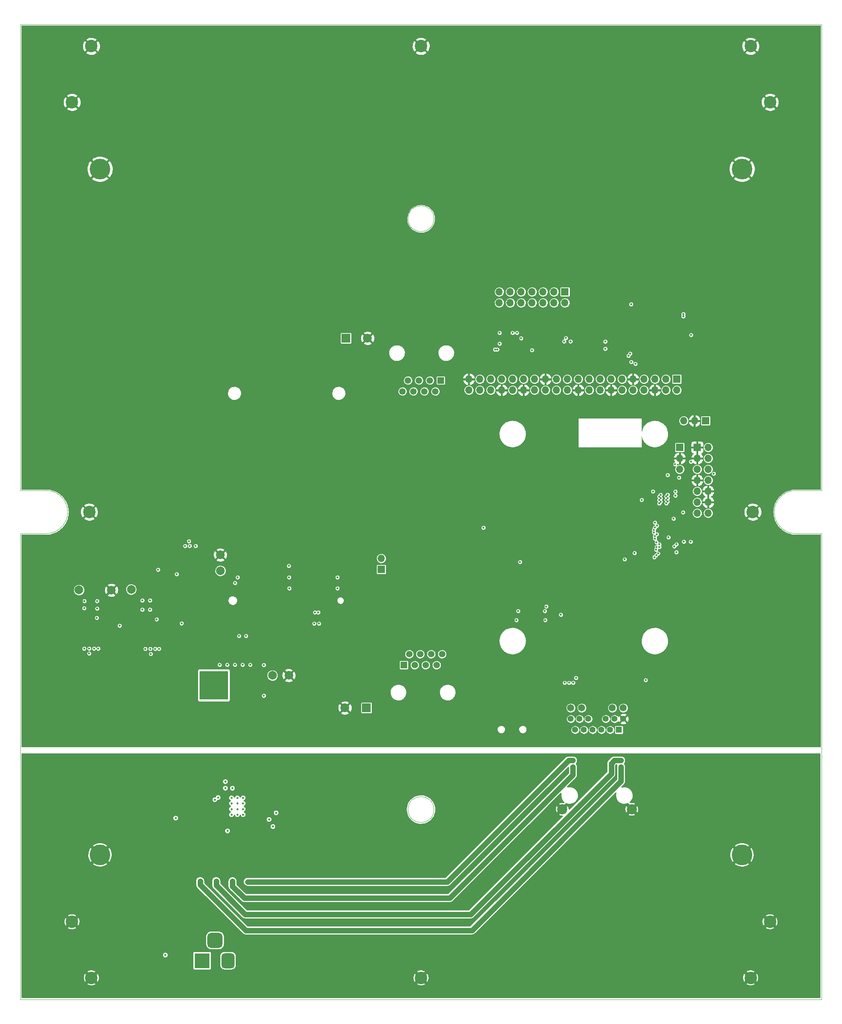
<source format=gbr>
G04 #@! TF.GenerationSoftware,KiCad,Pcbnew,5.99.0-unknown-c5c348538e~120~ubuntu20.04.1*
G04 #@! TF.CreationDate,2021-03-22T19:30:33-05:00*
G04 #@! TF.ProjectId,AP3000,41503330-3030-42e6-9b69-6361645f7063,rev?*
G04 #@! TF.SameCoordinates,Original*
G04 #@! TF.FileFunction,Copper,L2,Inr*
G04 #@! TF.FilePolarity,Positive*
%FSLAX46Y46*%
G04 Gerber Fmt 4.6, Leading zero omitted, Abs format (unit mm)*
G04 Created by KiCad (PCBNEW 5.99.0-unknown-c5c348538e~120~ubuntu20.04.1) date 2021-03-22 19:30:33*
%MOMM*%
%LPD*%
G01*
G04 APERTURE LIST*
G04 Aperture macros list*
%AMRoundRect*
0 Rectangle with rounded corners*
0 $1 Rounding radius*
0 $2 $3 $4 $5 $6 $7 $8 $9 X,Y pos of 4 corners*
0 Add a 4 corners polygon primitive as box body*
4,1,4,$2,$3,$4,$5,$6,$7,$8,$9,$2,$3,0*
0 Add four circle primitives for the rounded corners*
1,1,$1+$1,$2,$3*
1,1,$1+$1,$4,$5*
1,1,$1+$1,$6,$7*
1,1,$1+$1,$8,$9*
0 Add four rect primitives between the rounded corners*
20,1,$1+$1,$2,$3,$4,$5,0*
20,1,$1+$1,$4,$5,$6,$7,0*
20,1,$1+$1,$6,$7,$8,$9,0*
20,1,$1+$1,$8,$9,$2,$3,0*%
G04 Aperture macros list end*
G04 #@! TA.AperFunction,Profile*
%ADD10C,0.100000*%
G04 #@! TD*
G04 #@! TA.AperFunction,Profile*
%ADD11C,0.001000*%
G04 #@! TD*
G04 #@! TA.AperFunction,ComponentPad*
%ADD12R,3.500000X3.500000*%
G04 #@! TD*
G04 #@! TA.AperFunction,ComponentPad*
%ADD13RoundRect,0.750000X0.750000X1.000000X-0.750000X1.000000X-0.750000X-1.000000X0.750000X-1.000000X0*%
G04 #@! TD*
G04 #@! TA.AperFunction,ComponentPad*
%ADD14RoundRect,0.875000X0.875000X0.875000X-0.875000X0.875000X-0.875000X-0.875000X0.875000X-0.875000X0*%
G04 #@! TD*
G04 #@! TA.AperFunction,ComponentPad*
%ADD15R,1.700000X1.700000*%
G04 #@! TD*
G04 #@! TA.AperFunction,ComponentPad*
%ADD16O,1.700000X1.700000*%
G04 #@! TD*
G04 #@! TA.AperFunction,ComponentPad*
%ADD17R,2.032000X2.032000*%
G04 #@! TD*
G04 #@! TA.AperFunction,ComponentPad*
%ADD18C,2.032000*%
G04 #@! TD*
G04 #@! TA.AperFunction,ComponentPad*
%ADD19C,4.800000*%
G04 #@! TD*
G04 #@! TA.AperFunction,ComponentPad*
%ADD20C,2.900000*%
G04 #@! TD*
G04 #@! TA.AperFunction,ComponentPad*
%ADD21C,2.000000*%
G04 #@! TD*
G04 #@! TA.AperFunction,ComponentPad*
%ADD22R,1.500000X1.500000*%
G04 #@! TD*
G04 #@! TA.AperFunction,ComponentPad*
%ADD23C,1.500000*%
G04 #@! TD*
G04 #@! TA.AperFunction,ComponentPad*
%ADD24R,1.398000X1.398000*%
G04 #@! TD*
G04 #@! TA.AperFunction,ComponentPad*
%ADD25C,1.398000*%
G04 #@! TD*
G04 #@! TA.AperFunction,ComponentPad*
%ADD26C,1.200000*%
G04 #@! TD*
G04 #@! TA.AperFunction,ComponentPad*
%ADD27C,1.650000*%
G04 #@! TD*
G04 #@! TA.AperFunction,ComponentPad*
%ADD28C,2.362500*%
G04 #@! TD*
G04 #@! TA.AperFunction,ComponentPad*
%ADD29C,0.500000*%
G04 #@! TD*
G04 #@! TA.AperFunction,ViaPad*
%ADD30C,0.500000*%
G04 #@! TD*
G04 #@! TA.AperFunction,Conductor*
%ADD31C,1.270000*%
G04 #@! TD*
G04 #@! TA.AperFunction,Conductor*
%ADD32C,0.304800*%
G04 #@! TD*
G04 #@! TA.AperFunction,Conductor*
%ADD33C,0.101600*%
G04 #@! TD*
G04 #@! TA.AperFunction,Conductor*
%ADD34C,0.203200*%
G04 #@! TD*
G04 APERTURE END LIST*
D10*
X186000000Y0D02*
X186000000Y-108000000D01*
X6000000Y-118000000D02*
X0Y-118000000D01*
X180000000Y-108000000D02*
X186000000Y-108000000D01*
X186000000Y-118000000D02*
X186000000Y-226000000D01*
X0Y-226000000D02*
X0Y-118000000D01*
D11*
X96000000Y-45000000D02*
G75*
G03*
X96000000Y-45000000I-3000000J0D01*
G01*
X96000000Y-181992000D02*
G75*
G03*
X96000000Y-181992000I-3000000J0D01*
G01*
D10*
X6000000Y-108000000D02*
X0Y-108000000D01*
X0Y0D02*
X186000000Y0D01*
X180000000Y-118000000D02*
X186000000Y-118000000D01*
X0Y-108000000D02*
X0Y0D01*
X0Y-226000000D02*
X186000000Y-226000000D01*
X6000000Y-108000000D02*
G75*
G02*
X6000000Y-118000000I0J-5000000D01*
G01*
X180000000Y-118000000D02*
G75*
G02*
X180000000Y-108000000I0J5000000D01*
G01*
D12*
X42205999Y-217028000D03*
D13*
X48205999Y-217028000D03*
D14*
X45205999Y-212328000D03*
D15*
X159020000Y-91850000D03*
D16*
X156480000Y-91850000D03*
X153940000Y-91850000D03*
D17*
X75590000Y-72710000D03*
D18*
X80588720Y-72710000D03*
D19*
X18500000Y-192500000D03*
D20*
X170000000Y-113000000D03*
D15*
X126400000Y-61960000D03*
D16*
X126400000Y-64500000D03*
X123860000Y-61960000D03*
X123860000Y-64500000D03*
X121320000Y-61960000D03*
X121320000Y-64500000D03*
X118780000Y-61960000D03*
X118780000Y-64500000D03*
X116240000Y-61960000D03*
X116240000Y-64500000D03*
X113700000Y-61960000D03*
X113700000Y-64500000D03*
X111160000Y-61960000D03*
X111160000Y-64500000D03*
D20*
X174000000Y-18000000D03*
D21*
X25739000Y-130938000D03*
D15*
X83765000Y-126280000D03*
D16*
X83765000Y-123740000D03*
D20*
X169500000Y-221000000D03*
X93000000Y-221000000D03*
D22*
X89000000Y-148480000D03*
D23*
X90270000Y-145940000D03*
X91540000Y-148480000D03*
X92810000Y-145940000D03*
X94080000Y-148480000D03*
X95350000Y-145940000D03*
X96620000Y-148480000D03*
X97890000Y-145940000D03*
D20*
X16000000Y-113000000D03*
D21*
X58505000Y-150877000D03*
X21141600Y-131115800D03*
D20*
X16500000Y-221000000D03*
D15*
X152350000Y-82190000D03*
D16*
X152350000Y-84730000D03*
X149810000Y-82190000D03*
X149810000Y-84730000D03*
X147270000Y-82190000D03*
X147270000Y-84730000D03*
X144730000Y-82190000D03*
X144730000Y-84730000D03*
X142190000Y-82190000D03*
X142190000Y-84730000D03*
X139650000Y-82190000D03*
X139650000Y-84730000D03*
X137110000Y-82190000D03*
X137110000Y-84730000D03*
X134570000Y-82190000D03*
X134570000Y-84730000D03*
X132030000Y-82190000D03*
X132030000Y-84730000D03*
X129490000Y-82190000D03*
X129490000Y-84730000D03*
X126950000Y-82190000D03*
X126950000Y-84730000D03*
X124410000Y-82190000D03*
X124410000Y-84730000D03*
X121870000Y-82190000D03*
X121870000Y-84730000D03*
X119330000Y-82190000D03*
X119330000Y-84730000D03*
X116790000Y-82190000D03*
X116790000Y-84730000D03*
X114250000Y-82190000D03*
X114250000Y-84730000D03*
X111710000Y-82190000D03*
X111710000Y-84730000D03*
X109170000Y-82190000D03*
X109170000Y-84730000D03*
X106630000Y-82190000D03*
X106630000Y-84730000D03*
X104090000Y-82190000D03*
X104090000Y-84730000D03*
D21*
X46424000Y-122937000D03*
D19*
X18500000Y-33500000D03*
D20*
X93000000Y-5000000D03*
X174000000Y-208000000D03*
D24*
X138930000Y-163500000D03*
D25*
X136898000Y-163500000D03*
X134866000Y-163500000D03*
X132834000Y-163500000D03*
X130802000Y-163500000D03*
X128770000Y-163500000D03*
X139946000Y-160960000D03*
X137914000Y-160960000D03*
X135882000Y-160960000D03*
X131818000Y-160960000D03*
X129786000Y-160960000D03*
X127754000Y-160960000D03*
D26*
X139438000Y-170610000D03*
X128262000Y-170610000D03*
X139438000Y-172100000D03*
X128262000Y-172100000D03*
D27*
X139946000Y-158420000D03*
X137406000Y-158420000D03*
X130294000Y-158420000D03*
X127754000Y-158420000D03*
D28*
X141915000Y-181915000D03*
X125785000Y-181915000D03*
D15*
X153040000Y-98010000D03*
D16*
X153040000Y-100550000D03*
X153040000Y-103090000D03*
D17*
X80340000Y-158410000D03*
D18*
X75341280Y-158410000D03*
D20*
X169500000Y-5000000D03*
D15*
X157090000Y-98010000D03*
D16*
X159630000Y-98010000D03*
X157090000Y-100550000D03*
X159630000Y-100550000D03*
X157090000Y-103090000D03*
X159630000Y-103090000D03*
X157090000Y-105630000D03*
X159630000Y-105630000D03*
X157090000Y-108170000D03*
X159630000Y-108170000D03*
X157090000Y-110710000D03*
X159630000Y-110710000D03*
X157090000Y-113250000D03*
X159630000Y-113250000D03*
D20*
X12000000Y-18000000D03*
D22*
X97565000Y-82480000D03*
D23*
X96295000Y-85020000D03*
X95025000Y-82480000D03*
X93755000Y-85020000D03*
X92485000Y-82480000D03*
X91215000Y-85020000D03*
X89945000Y-82480000D03*
X88675000Y-85020000D03*
D21*
X46440000Y-126620000D03*
X13623200Y-131065000D03*
D19*
X167500000Y-192500000D03*
D29*
X51726988Y-179279991D03*
X49026988Y-181879991D03*
X50376988Y-180579991D03*
X51726988Y-181879991D03*
X50376988Y-179279991D03*
X50376988Y-183179991D03*
X51726988Y-183179991D03*
X49026988Y-180579991D03*
X51726988Y-180579991D03*
X50376988Y-181879991D03*
X49026988Y-179279991D03*
X49026988Y-183179991D03*
D19*
X167500000Y-33500000D03*
D21*
X62315000Y-150877000D03*
D20*
X12000000Y-208000000D03*
X16500000Y-5000000D03*
D30*
X150260000Y-124580000D03*
X107781000Y-157887400D03*
X153280000Y-122300000D03*
X107760000Y-128350000D03*
X164848851Y-167180800D03*
X154640000Y-106550000D03*
X65871000Y-126874000D03*
X84127103Y-167173800D03*
X141930000Y-88750000D03*
X9000400Y-134570200D03*
X157793600Y-115825000D03*
X145480000Y-107000000D03*
X29447400Y-157608000D03*
X130361600Y-156592000D03*
X35086188Y-137135591D03*
X153790000Y-108610000D03*
X150010000Y-115060000D03*
X138630000Y-124190000D03*
X27136000Y-157557200D03*
X67190000Y-138970000D03*
X155500000Y-131760000D03*
X145230000Y-120180000D03*
X145460000Y-116190000D03*
X171482745Y-167180800D03*
X150000000Y-114010000D03*
X111489400Y-122606800D03*
X125610000Y-154910000D03*
X124530000Y-91720000D03*
X134310000Y-76760000D03*
X111540200Y-167183800D03*
X67141000Y-136221200D03*
X49361000Y-145644600D03*
X151680000Y-115260000D03*
X55533200Y-146838400D03*
X120970000Y-150180000D03*
X48345000Y-139142200D03*
X89899400Y-120397000D03*
X91020000Y-80300000D03*
X127034200Y-156414200D03*
X115230000Y-132120000D03*
X132241200Y-147219400D03*
X620000Y-154080000D03*
X69046000Y-126874000D03*
X117680000Y-67100000D03*
X123980000Y-93550000D03*
X28228200Y-158776400D03*
X151581063Y-167180800D03*
X85530600Y-120625600D03*
X61197400Y-136322800D03*
X133917600Y-147219400D03*
X111489400Y-123800600D03*
X105388200Y-167183800D03*
X53200000Y-136050000D03*
X12023000Y-147448000D03*
X12023000Y-149861000D03*
X71823103Y-167173800D03*
X148141600Y-114859800D03*
X135543200Y-147219400D03*
X145423800Y-124994400D03*
X620000Y-135624000D03*
X128863000Y-159741600D03*
X46780901Y-167104600D03*
X37570200Y-167173800D03*
X20786000Y-134494000D03*
X658200Y-167173800D03*
X128532800Y-71916000D03*
X145170000Y-123410000D03*
X149978471Y-119838210D03*
X178116639Y-167180800D03*
X82000000Y-120625600D03*
X71611400Y-139701000D03*
X31276200Y-131166600D03*
X620000Y-147928000D03*
X131850000Y-77350000D03*
X49589600Y-126899400D03*
X146920000Y-121740000D03*
X130000000Y-153402500D03*
X129929800Y-148210000D03*
X120590000Y-156660000D03*
X145990000Y-126630000D03*
X151050000Y-105690000D03*
X137041800Y-147219400D03*
X52932901Y-167104600D03*
X134340000Y-75860000D03*
X72729000Y-126899400D03*
X6810200Y-167173800D03*
X130000000Y-145040000D03*
X133333400Y-74245200D03*
X147176400Y-124486400D03*
X116190000Y-67700000D03*
X620000Y-141776000D03*
X96260000Y-88930000D03*
X116110000Y-123860000D03*
X142223400Y-69952600D03*
X72805200Y-131928600D03*
X143315600Y-110313200D03*
X58911400Y-126899400D03*
X149081400Y-126600000D03*
X133816000Y-162637200D03*
X151270000Y-103510000D03*
X129752000Y-162383200D03*
X31936600Y-157582600D03*
X22259200Y-134519400D03*
X137130000Y-77320000D03*
X157107800Y-74981800D03*
X61190000Y-138888200D03*
X620000Y-129472000D03*
X620000Y-123320000D03*
X148530000Y-125000000D03*
X70290600Y-136170400D03*
X77975103Y-167173800D03*
X121050000Y-152150000D03*
X184750536Y-167180800D03*
X30819000Y-158751000D03*
X66607600Y-132385800D03*
X133892200Y-156617400D03*
X110600000Y-156950000D03*
X144947169Y-167180800D03*
X150072000Y-112878600D03*
X149970000Y-117760000D03*
X130000000Y-150615000D03*
X135721000Y-157684200D03*
X153120000Y-119570000D03*
X158214957Y-167180800D03*
X117692200Y-167183800D03*
X93080000Y-88940000D03*
X150060000Y-121650000D03*
X151660000Y-113570000D03*
X124980000Y-66710000D03*
X137549800Y-156541200D03*
X121060000Y-154100000D03*
X123480000Y-75872400D03*
X148465965Y-122079107D03*
X120880000Y-128680000D03*
X31418200Y-167173800D03*
X65671103Y-167173800D03*
X111413200Y-125096000D03*
X620000Y-160232000D03*
X77682000Y-120422400D03*
X25266200Y-167173800D03*
X56260000Y-137640000D03*
X44255600Y-146482800D03*
X145450000Y-118180000D03*
X63966000Y-136297400D03*
X63991400Y-138964400D03*
X59165400Y-178156600D03*
X117692200Y-169266600D03*
X43392000Y-184278000D03*
X158192422Y-169292000D03*
X84122233Y-169285000D03*
X25866000Y-185649600D03*
X171469044Y-169292000D03*
X35010000Y-175286400D03*
X65639734Y-169285000D03*
X565000Y-194251664D03*
X52866200Y-169215800D03*
X64664444Y-225460000D03*
X565000Y-219218328D03*
X151554111Y-169292000D03*
X25612000Y-182144400D03*
X46705367Y-169215800D03*
X48091000Y-185548000D03*
X45775799Y-173914800D03*
X53164394Y-225460000D03*
X45440000Y-170960000D03*
X565000Y-181768332D03*
X24414269Y-225460000D03*
X77961400Y-169285000D03*
X71800567Y-169285000D03*
X111540200Y-169266600D03*
X52536000Y-178054991D03*
X37529998Y-169285000D03*
X25688200Y-178639200D03*
X76164494Y-225460000D03*
X31369165Y-169285000D03*
X43311999Y-173914800D03*
X565000Y-169285000D03*
X565000Y-212976662D03*
X105388200Y-169266600D03*
X184745666Y-169292000D03*
X35914319Y-225460000D03*
X136103326Y-169285000D03*
X46821000Y-178436000D03*
X30164294Y-225460000D03*
X23859400Y-207925400D03*
X164830733Y-169292000D03*
X46567000Y-187961000D03*
X565000Y-175526666D03*
X25208332Y-169285000D03*
X58657400Y-180595000D03*
X565000Y-188009998D03*
X70414469Y-225460000D03*
X38312000Y-186437000D03*
X565000Y-225460000D03*
X144915800Y-169292000D03*
X12914219Y-225460000D03*
X48091000Y-178436000D03*
X58914419Y-225460000D03*
X565000Y-206734996D03*
X54542600Y-172060600D03*
X19871600Y-207925400D03*
X18664244Y-225460000D03*
X18500000Y-210008200D03*
X36584800Y-175286400D03*
X38312000Y-187961000D03*
X19871600Y-211760800D03*
X50326200Y-174651400D03*
X23834000Y-211760800D03*
X6725833Y-169285000D03*
X129942493Y-169285000D03*
X45678000Y-183262000D03*
X565000Y-200493330D03*
X43440000Y-170960000D03*
X178107355Y-169292000D03*
X47414369Y-225460000D03*
X41664344Y-225460000D03*
X7164194Y-225460000D03*
X33663788Y-215723191D03*
X59394000Y-182754000D03*
X45474800Y-198578200D03*
X45144600Y-199035400D03*
X45805000Y-199035400D03*
X53031300Y-198781257D03*
X52459800Y-198781400D03*
X53602800Y-198781400D03*
X29021100Y-144711000D03*
X56498400Y-148464000D03*
X30164100Y-144711000D03*
X56498400Y-155576000D03*
X46236800Y-148413200D03*
X42147400Y-154890200D03*
X49792800Y-148413200D03*
X51570800Y-148413200D03*
X46059000Y-153671000D03*
X43925400Y-154890200D03*
X31307100Y-144711000D03*
X46059000Y-151639000D03*
X14817000Y-144654000D03*
X42960200Y-152655000D03*
X40674200Y-120854200D03*
X32190600Y-144711000D03*
X38235800Y-120854200D03*
X39302600Y-120854200D03*
X15985400Y-145797000D03*
X18068200Y-144654000D03*
X17103000Y-144654000D03*
X44027000Y-151639000D03*
X30285600Y-145898600D03*
X41995000Y-151639000D03*
X48014800Y-148413200D03*
X15960000Y-144654000D03*
X45170000Y-152655000D03*
X53348800Y-148413200D03*
X39124800Y-119762000D03*
X41995000Y-153671000D03*
X44027000Y-153671000D03*
X45932000Y-179198000D03*
X49234000Y-177039000D03*
X36076800Y-183973200D03*
X47583000Y-177039000D03*
X45170000Y-179706000D03*
X57743000Y-184278000D03*
X47583000Y-175515000D03*
X41766400Y-198578200D03*
X42096600Y-199035400D03*
X41436200Y-199035400D03*
X48903800Y-199035400D03*
X49259400Y-198603600D03*
X49615000Y-199035400D03*
X152890000Y-105010000D03*
X31962000Y-126366000D03*
X36279999Y-127399203D03*
X118740000Y-75460000D03*
X116240000Y-72710000D03*
X115240000Y-71460000D03*
X147270000Y-115440000D03*
X147741933Y-116158728D03*
X114240000Y-71460000D03*
X147302772Y-116569900D03*
X111240000Y-71460000D03*
X111240000Y-73960000D03*
X147040000Y-117118397D03*
X147040000Y-117720000D03*
X147690000Y-118140000D03*
X147263204Y-118578995D03*
X147290000Y-119180000D03*
X147650000Y-120010000D03*
X148290000Y-120490000D03*
X148300000Y-121100000D03*
X147650000Y-121130000D03*
X140260000Y-123960000D03*
X115140000Y-138060000D03*
X121827200Y-138050000D03*
X150410000Y-118870000D03*
X121725600Y-135967200D03*
X115540000Y-135960000D03*
X142560000Y-122510000D03*
X147560000Y-121730000D03*
X141530000Y-76270000D03*
X142756800Y-78639400D03*
X141791600Y-78207600D03*
X141140000Y-76780000D03*
X58632000Y-185929000D03*
X48091000Y-186945000D03*
X145130000Y-151970000D03*
X160917800Y-104090200D03*
X135746400Y-73457800D03*
X110150000Y-75300000D03*
X62315000Y-125477000D03*
X69165000Y-136260000D03*
X50758000Y-141733000D03*
X135746400Y-75134200D03*
X31657200Y-137872200D03*
X30082400Y-133478000D03*
X28304400Y-135611600D03*
X68365000Y-136260000D03*
X62415000Y-130684000D03*
X144204600Y-110186200D03*
X68207800Y-138862800D03*
X122081200Y-134900400D03*
X153865000Y-67085000D03*
X153865000Y-67610000D03*
X73592600Y-128144000D03*
X110680000Y-75300000D03*
X155665000Y-71960000D03*
X30082400Y-135611600D03*
X28304400Y-133478000D03*
X73590000Y-130684000D03*
X49818200Y-129439400D03*
X37423000Y-138812000D03*
X69325400Y-138862800D03*
X125459400Y-136805400D03*
X50427800Y-128144000D03*
X141740800Y-64821800D03*
X62365800Y-128144000D03*
X52390000Y-141733000D03*
X153965000Y-119860000D03*
X155565000Y-119885000D03*
X152290000Y-120490000D03*
X147570000Y-123030000D03*
X152250000Y-122300000D03*
X147150000Y-123470000D03*
X151970000Y-101920000D03*
X150224400Y-104420400D03*
X146820000Y-108220000D03*
X151615000Y-114535000D03*
X152045984Y-108234992D03*
X152040000Y-109185000D03*
X151790000Y-120940000D03*
X148000000Y-122604490D03*
X128315000Y-152580000D03*
X126340000Y-152580000D03*
X127365000Y-152580000D03*
X148590000Y-109010000D03*
X149910000Y-109390000D03*
X14893200Y-133630400D03*
X17814200Y-133630400D03*
X150200000Y-110580000D03*
X149910000Y-111000000D03*
X148590000Y-110610000D03*
X17814200Y-135383000D03*
X150220000Y-108990000D03*
X14817000Y-135281400D03*
X148280000Y-109410000D03*
X148590000Y-109810000D03*
X126196000Y-73440000D03*
X150230000Y-109790000D03*
X148280000Y-110210000D03*
X126627800Y-72652600D03*
X17738000Y-137516600D03*
X127694600Y-73440000D03*
X148280000Y-111010000D03*
X153815000Y-113060000D03*
X128965000Y-151455000D03*
X149900000Y-110170000D03*
X23046600Y-139337200D03*
X155640000Y-101310000D03*
X115980000Y-124580000D03*
X107470000Y-116620000D03*
D31*
X137160000Y-173669600D02*
X137160000Y-171310000D01*
X137860000Y-170610000D02*
X139438000Y-170610000D01*
X45474800Y-198578200D02*
X45474800Y-199568800D01*
X104549600Y-206280000D02*
X137160000Y-173669600D01*
X137160000Y-171310000D02*
X137860000Y-170610000D01*
X45474800Y-199568800D02*
X52186000Y-206280000D01*
X52186000Y-206280000D02*
X104549600Y-206280000D01*
X128262000Y-170610000D02*
X127260000Y-170610000D01*
X99130000Y-198740000D02*
X52800059Y-198740000D01*
X127260000Y-170610000D02*
X99130000Y-198740000D01*
X52334600Y-210010000D02*
X41766400Y-199441800D01*
X139438000Y-175402000D02*
X104830000Y-210010000D01*
X104830000Y-210010000D02*
X52334600Y-210010000D01*
X41766400Y-199441800D02*
X41766400Y-198578200D01*
X139438000Y-172100000D02*
X139438000Y-175402000D01*
X128262000Y-173958000D02*
X99720000Y-202500000D01*
X128262000Y-172100000D02*
X128262000Y-173958000D01*
X99720000Y-202500000D02*
X51987400Y-202500000D01*
X51987400Y-202500000D02*
X49259400Y-199772000D01*
X49259400Y-199772000D02*
X49259400Y-198603600D01*
D32*
X150212800Y-110567200D02*
X150200000Y-110580000D01*
D33*
X185747000Y-107747000D02*
X180049140Y-107747000D01*
X180030372Y-107742907D01*
X180019198Y-107741766D01*
X179789407Y-107744363D01*
X179785690Y-107743854D01*
X179774462Y-107743594D01*
X179762533Y-107744668D01*
X179750732Y-107744801D01*
X179739673Y-107746173D01*
X179736000Y-107747054D01*
X179320416Y-107784459D01*
X179315402Y-107784225D01*
X179304192Y-107784971D01*
X179293825Y-107786852D01*
X179283540Y-107787778D01*
X179272621Y-107790012D01*
X179267817Y-107791572D01*
X178855644Y-107866371D01*
X178850618Y-107866588D01*
X178839521Y-107868336D01*
X178829363Y-107871139D01*
X178819204Y-107872983D01*
X178808530Y-107876188D01*
X178803891Y-107878170D01*
X178400068Y-107989618D01*
X178395086Y-107990285D01*
X178384192Y-107993021D01*
X178374334Y-107996721D01*
X178364376Y-107999469D01*
X178354028Y-108003619D01*
X178349587Y-108006008D01*
X177957386Y-108153203D01*
X177952479Y-108154315D01*
X177941875Y-108158016D01*
X177932381Y-108162588D01*
X177922717Y-108166215D01*
X177912786Y-108171275D01*
X177908581Y-108174050D01*
X177531139Y-108355817D01*
X177526359Y-108357362D01*
X177516130Y-108361998D01*
X177507092Y-108367398D01*
X177497781Y-108371882D01*
X177488345Y-108377810D01*
X177484398Y-108380957D01*
X177124778Y-108595818D01*
X177120152Y-108597787D01*
X177110380Y-108603322D01*
X177101866Y-108609508D01*
X177092995Y-108614808D01*
X177084125Y-108621561D01*
X177080479Y-108625046D01*
X176741565Y-108871282D01*
X176737137Y-108873655D01*
X176727898Y-108880045D01*
X176719970Y-108886972D01*
X176711612Y-108893044D01*
X176703382Y-108900565D01*
X176700060Y-108904366D01*
X176384586Y-109179988D01*
X176380390Y-109182748D01*
X176371762Y-109189939D01*
X176364486Y-109197549D01*
X176356704Y-109204348D01*
X176349183Y-109212576D01*
X176346217Y-109216657D01*
X176056723Y-109519444D01*
X176052783Y-109522576D01*
X176044836Y-109530512D01*
X176038271Y-109538744D01*
X176031133Y-109546210D01*
X176024380Y-109555077D01*
X176021792Y-109559408D01*
X175760604Y-109886926D01*
X175756961Y-109890398D01*
X175749757Y-109899013D01*
X175743954Y-109907803D01*
X175737512Y-109915882D01*
X175731584Y-109925316D01*
X175729396Y-109929857D01*
X175498610Y-110279485D01*
X175495300Y-110283261D01*
X175488896Y-110292488D01*
X175483907Y-110301758D01*
X175478215Y-110310382D01*
X175473154Y-110320314D01*
X175471381Y-110325037D01*
X175272864Y-110693941D01*
X175269909Y-110697995D01*
X175264357Y-110707761D01*
X175260220Y-110717439D01*
X175255323Y-110726540D01*
X175251173Y-110736882D01*
X175249827Y-110741756D01*
X175085187Y-111126950D01*
X175082599Y-111131266D01*
X175077946Y-111141489D01*
X175074691Y-111151507D01*
X175070633Y-111161001D01*
X175067426Y-111171675D01*
X175066524Y-111176641D01*
X174937073Y-111575053D01*
X174934885Y-111579578D01*
X174931166Y-111590179D01*
X174928823Y-111600443D01*
X174925630Y-111610271D01*
X174923394Y-111621189D01*
X174922941Y-111626215D01*
X174829723Y-112034630D01*
X174827949Y-112039333D01*
X174825196Y-112050221D01*
X174823783Y-112060649D01*
X174821483Y-112070728D01*
X174820235Y-112081803D01*
X174820234Y-112086850D01*
X174764002Y-112501975D01*
X174762657Y-112506819D01*
X174760891Y-112517909D01*
X174760418Y-112528435D01*
X174759032Y-112538669D01*
X174758781Y-112549810D01*
X174759233Y-112554835D01*
X174740437Y-112973331D01*
X174739532Y-112978274D01*
X174738767Y-112989482D01*
X174739240Y-113000000D01*
X174738776Y-113010321D01*
X174739525Y-113021442D01*
X174740426Y-113026408D01*
X174759221Y-113444912D01*
X174758763Y-113449909D01*
X174759006Y-113461137D01*
X174760418Y-113471561D01*
X174760882Y-113481893D01*
X174762625Y-113492902D01*
X174763969Y-113497773D01*
X174820199Y-113912893D01*
X174820191Y-113917916D01*
X174821439Y-113929079D01*
X174823782Y-113939344D01*
X174825169Y-113949584D01*
X174827891Y-113960390D01*
X174829666Y-113965121D01*
X174922883Y-114373530D01*
X174923325Y-114378536D01*
X174925569Y-114389541D01*
X174928822Y-114399555D01*
X174931122Y-114409629D01*
X174934801Y-114420147D01*
X174936991Y-114424696D01*
X175066444Y-114823113D01*
X175067333Y-114828058D01*
X175070555Y-114838818D01*
X175074691Y-114848494D01*
X175077885Y-114858325D01*
X175082494Y-114868472D01*
X175085081Y-114872803D01*
X175249728Y-115258012D01*
X175251056Y-115262856D01*
X175255229Y-115273284D01*
X175260215Y-115282550D01*
X175264280Y-115292060D01*
X175269780Y-115301754D01*
X175272745Y-115305836D01*
X175471261Y-115674742D01*
X175473016Y-115679442D01*
X175478107Y-115689454D01*
X175483902Y-115698233D01*
X175488801Y-115707337D01*
X175495149Y-115716501D01*
X175498470Y-115720303D01*
X175729250Y-116069920D01*
X175731423Y-116074451D01*
X175737392Y-116083968D01*
X175743960Y-116092203D01*
X175749646Y-116100818D01*
X175756789Y-116109376D01*
X175760438Y-116112865D01*
X176021628Y-116440388D01*
X176024199Y-116444706D01*
X176030996Y-116453647D01*
X176038268Y-116461253D01*
X176044714Y-116469336D01*
X176052596Y-116477219D01*
X176056546Y-116480369D01*
X176346035Y-116783153D01*
X176348985Y-116787226D01*
X176356556Y-116795522D01*
X176364486Y-116802450D01*
X176371625Y-116809917D01*
X176380183Y-116817063D01*
X176384396Y-116819844D01*
X176699865Y-117095463D01*
X176703169Y-117099257D01*
X176711451Y-117106839D01*
X176719966Y-117113026D01*
X176727751Y-117119827D01*
X176736910Y-117126173D01*
X176741355Y-117128566D01*
X177080269Y-117374801D01*
X177083894Y-117378278D01*
X177092825Y-117385090D01*
X177101864Y-117390490D01*
X177110222Y-117396563D01*
X177119918Y-117402065D01*
X177124556Y-117404048D01*
X177484169Y-117618906D01*
X177488097Y-117622049D01*
X177497605Y-117628034D01*
X177507096Y-117632604D01*
X177515959Y-117637900D01*
X177526106Y-117642510D01*
X177530904Y-117644070D01*
X177908335Y-117825831D01*
X177912529Y-117828609D01*
X177922530Y-117833715D01*
X177932390Y-117837416D01*
X177941700Y-117841899D01*
X177952221Y-117845581D01*
X177957146Y-117846706D01*
X178349343Y-117993900D01*
X178353764Y-117996288D01*
X178364185Y-118000478D01*
X178374325Y-118003276D01*
X178384009Y-118006911D01*
X178394818Y-118009635D01*
X178399825Y-118010314D01*
X178803633Y-118121758D01*
X178808254Y-118123742D01*
X178819009Y-118126981D01*
X178829365Y-118128861D01*
X178839332Y-118131611D01*
X178850338Y-118133355D01*
X178855382Y-118133582D01*
X179267572Y-118208384D01*
X179272344Y-118209943D01*
X179283344Y-118212205D01*
X179293830Y-118213149D01*
X179303998Y-118214994D01*
X179315118Y-118215744D01*
X179320157Y-118215518D01*
X179735739Y-118252922D01*
X179739385Y-118253804D01*
X179750532Y-118255197D01*
X179762519Y-118255333D01*
X179774269Y-118256390D01*
X179785414Y-118256140D01*
X179789158Y-118255633D01*
X180019001Y-118258231D01*
X180030089Y-118257109D01*
X180049091Y-118253000D01*
X185747000Y-118253000D01*
X185747000Y-167413400D01*
X253000Y-167413400D01*
X253000Y-163358472D01*
X110692706Y-163358472D01*
X110702413Y-163543696D01*
X110704133Y-163554315D01*
X110753388Y-163733134D01*
X110757348Y-163743135D01*
X110843852Y-163907205D01*
X110849867Y-163916123D01*
X110969586Y-164057790D01*
X110977376Y-164065208D01*
X111124722Y-164177863D01*
X111133922Y-164183435D01*
X111302022Y-164261822D01*
X111312205Y-164265289D01*
X111493217Y-164305750D01*
X111501301Y-164306871D01*
X111507580Y-164307222D01*
X111510360Y-164307300D01*
X111645824Y-164307300D01*
X111651203Y-164307009D01*
X111789571Y-164291977D01*
X111800076Y-164289667D01*
X111975867Y-164230508D01*
X111985632Y-164225996D01*
X112144617Y-164130467D01*
X112153185Y-164123964D01*
X112287949Y-163996525D01*
X112294921Y-163988333D01*
X112399175Y-163834927D01*
X112404225Y-163825429D01*
X112473106Y-163653215D01*
X112475998Y-163642855D01*
X112506291Y-163459868D01*
X112506892Y-163449128D01*
X112502141Y-163358472D01*
X115692706Y-163358472D01*
X115702413Y-163543696D01*
X115704133Y-163554315D01*
X115753388Y-163733134D01*
X115757348Y-163743135D01*
X115843852Y-163907205D01*
X115849867Y-163916123D01*
X115969586Y-164057790D01*
X115977376Y-164065208D01*
X116124722Y-164177863D01*
X116133922Y-164183435D01*
X116302022Y-164261822D01*
X116312205Y-164265289D01*
X116493217Y-164305750D01*
X116501301Y-164306871D01*
X116507580Y-164307222D01*
X116510360Y-164307300D01*
X116645824Y-164307300D01*
X116651203Y-164307009D01*
X116789571Y-164291977D01*
X116800076Y-164289667D01*
X116975867Y-164230508D01*
X116985632Y-164225996D01*
X117144617Y-164130467D01*
X117153185Y-164123964D01*
X117287949Y-163996525D01*
X117294921Y-163988333D01*
X117399175Y-163834927D01*
X117404225Y-163825429D01*
X117473106Y-163653215D01*
X117475998Y-163642855D01*
X117500509Y-163494795D01*
X127812773Y-163494795D01*
X127812773Y-163505205D01*
X127832608Y-163693926D01*
X127834772Y-163704110D01*
X127893412Y-163884584D01*
X127897647Y-163894095D01*
X127992527Y-164058433D01*
X127998646Y-164066856D01*
X128125621Y-164207876D01*
X128133358Y-164214842D01*
X128286878Y-164326380D01*
X128295894Y-164331586D01*
X128469249Y-164408769D01*
X128479151Y-164411986D01*
X128664766Y-164451440D01*
X128675120Y-164452528D01*
X128864880Y-164452528D01*
X128875234Y-164451440D01*
X129060849Y-164411986D01*
X129070751Y-164408769D01*
X129244106Y-164331586D01*
X129253122Y-164326380D01*
X129406642Y-164214842D01*
X129414379Y-164207876D01*
X129541354Y-164066856D01*
X129547473Y-164058433D01*
X129642353Y-163894095D01*
X129646588Y-163884584D01*
X129705228Y-163704110D01*
X129707392Y-163693926D01*
X129727227Y-163505205D01*
X129727227Y-163494795D01*
X129844773Y-163494795D01*
X129844773Y-163505205D01*
X129864608Y-163693926D01*
X129866772Y-163704110D01*
X129925412Y-163884584D01*
X129929647Y-163894095D01*
X130024527Y-164058433D01*
X130030646Y-164066856D01*
X130157621Y-164207876D01*
X130165358Y-164214842D01*
X130318878Y-164326380D01*
X130327894Y-164331586D01*
X130501249Y-164408769D01*
X130511151Y-164411986D01*
X130696766Y-164451440D01*
X130707120Y-164452528D01*
X130896880Y-164452528D01*
X130907234Y-164451440D01*
X131092849Y-164411986D01*
X131102751Y-164408769D01*
X131276106Y-164331586D01*
X131285122Y-164326380D01*
X131438642Y-164214842D01*
X131446379Y-164207876D01*
X131573354Y-164066856D01*
X131579473Y-164058433D01*
X131674353Y-163894095D01*
X131678588Y-163884584D01*
X131737228Y-163704110D01*
X131739392Y-163693926D01*
X131759227Y-163505205D01*
X131759227Y-163494795D01*
X131876773Y-163494795D01*
X131876773Y-163505205D01*
X131896608Y-163693926D01*
X131898772Y-163704110D01*
X131957412Y-163884584D01*
X131961647Y-163894095D01*
X132056527Y-164058433D01*
X132062646Y-164066856D01*
X132189621Y-164207876D01*
X132197358Y-164214842D01*
X132350878Y-164326380D01*
X132359894Y-164331586D01*
X132533249Y-164408769D01*
X132543151Y-164411986D01*
X132728766Y-164451440D01*
X132739120Y-164452528D01*
X132928880Y-164452528D01*
X132939234Y-164451440D01*
X133124849Y-164411986D01*
X133134751Y-164408769D01*
X133308106Y-164331586D01*
X133317122Y-164326380D01*
X133470642Y-164214842D01*
X133478379Y-164207876D01*
X133605354Y-164066856D01*
X133611473Y-164058433D01*
X133706353Y-163894095D01*
X133710588Y-163884584D01*
X133769228Y-163704110D01*
X133771392Y-163693926D01*
X133791227Y-163505205D01*
X133791227Y-163494795D01*
X133908773Y-163494795D01*
X133908773Y-163505205D01*
X133928608Y-163693926D01*
X133930772Y-163704110D01*
X133989412Y-163884584D01*
X133993647Y-163894095D01*
X134088527Y-164058433D01*
X134094646Y-164066856D01*
X134221621Y-164207876D01*
X134229358Y-164214842D01*
X134382878Y-164326380D01*
X134391894Y-164331586D01*
X134565249Y-164408769D01*
X134575151Y-164411986D01*
X134760766Y-164451440D01*
X134771120Y-164452528D01*
X134960880Y-164452528D01*
X134971234Y-164451440D01*
X135156849Y-164411986D01*
X135166751Y-164408769D01*
X135340106Y-164331586D01*
X135349122Y-164326380D01*
X135502642Y-164214842D01*
X135510379Y-164207876D01*
X135637354Y-164066856D01*
X135643473Y-164058433D01*
X135738353Y-163894095D01*
X135742588Y-163884584D01*
X135801228Y-163704110D01*
X135803392Y-163693926D01*
X135823227Y-163505205D01*
X135823227Y-163494795D01*
X135940773Y-163494795D01*
X135940773Y-163505205D01*
X135960608Y-163693926D01*
X135962772Y-163704110D01*
X136021412Y-163884584D01*
X136025647Y-163894095D01*
X136120527Y-164058433D01*
X136126646Y-164066856D01*
X136253621Y-164207876D01*
X136261358Y-164214842D01*
X136414878Y-164326380D01*
X136423894Y-164331586D01*
X136597249Y-164408769D01*
X136607151Y-164411986D01*
X136792766Y-164451440D01*
X136803120Y-164452528D01*
X136992880Y-164452528D01*
X137003234Y-164451440D01*
X137188849Y-164411986D01*
X137198751Y-164408769D01*
X137372106Y-164331586D01*
X137381122Y-164326380D01*
X137534642Y-164214842D01*
X137542379Y-164207876D01*
X137669354Y-164066856D01*
X137675473Y-164058433D01*
X137770353Y-163894095D01*
X137774588Y-163884584D01*
X137833228Y-163704110D01*
X137835392Y-163693926D01*
X137855227Y-163505205D01*
X137855227Y-163494795D01*
X137835392Y-163306074D01*
X137833228Y-163295890D01*
X137774588Y-163115416D01*
X137770353Y-163105905D01*
X137675473Y-162941567D01*
X137669354Y-162933144D01*
X137550371Y-162801000D01*
X137972500Y-162801000D01*
X137972500Y-164199000D01*
X137973457Y-164208715D01*
X137989343Y-164288581D01*
X137996779Y-164306534D01*
X138042020Y-164374241D01*
X138055759Y-164387980D01*
X138123466Y-164433221D01*
X138141419Y-164440657D01*
X138221285Y-164456543D01*
X138231000Y-164457500D01*
X139629000Y-164457500D01*
X139638715Y-164456543D01*
X139718581Y-164440657D01*
X139736534Y-164433221D01*
X139804241Y-164387980D01*
X139817980Y-164374241D01*
X139863221Y-164306534D01*
X139870657Y-164288581D01*
X139886543Y-164208715D01*
X139887500Y-164199000D01*
X139887500Y-162801000D01*
X139886543Y-162791285D01*
X139870657Y-162711419D01*
X139863221Y-162693466D01*
X139817980Y-162625759D01*
X139804241Y-162612020D01*
X139736534Y-162566779D01*
X139718581Y-162559343D01*
X139638715Y-162543457D01*
X139629000Y-162542500D01*
X138231000Y-162542500D01*
X138221285Y-162543457D01*
X138141419Y-162559343D01*
X138123466Y-162566779D01*
X138055759Y-162612020D01*
X138042020Y-162625759D01*
X137996779Y-162693466D01*
X137989343Y-162711419D01*
X137973457Y-162791285D01*
X137972500Y-162801000D01*
X137550371Y-162801000D01*
X137542379Y-162792124D01*
X137534642Y-162785158D01*
X137381122Y-162673620D01*
X137372106Y-162668414D01*
X137198751Y-162591231D01*
X137188849Y-162588014D01*
X137003234Y-162548560D01*
X136992880Y-162547472D01*
X136803120Y-162547472D01*
X136792766Y-162548560D01*
X136607151Y-162588014D01*
X136597249Y-162591231D01*
X136423894Y-162668414D01*
X136414878Y-162673620D01*
X136261358Y-162785158D01*
X136253621Y-162792124D01*
X136126646Y-162933144D01*
X136120527Y-162941567D01*
X136025647Y-163105905D01*
X136021412Y-163115416D01*
X135962772Y-163295890D01*
X135960608Y-163306074D01*
X135940773Y-163494795D01*
X135823227Y-163494795D01*
X135803392Y-163306074D01*
X135801228Y-163295890D01*
X135742588Y-163115416D01*
X135738353Y-163105905D01*
X135643473Y-162941567D01*
X135637354Y-162933144D01*
X135510379Y-162792124D01*
X135502642Y-162785158D01*
X135349122Y-162673620D01*
X135340106Y-162668414D01*
X135166751Y-162591231D01*
X135156849Y-162588014D01*
X134971234Y-162548560D01*
X134960880Y-162547472D01*
X134771120Y-162547472D01*
X134760766Y-162548560D01*
X134575151Y-162588014D01*
X134565249Y-162591231D01*
X134391894Y-162668414D01*
X134382878Y-162673620D01*
X134229358Y-162785158D01*
X134221621Y-162792124D01*
X134094646Y-162933144D01*
X134088527Y-162941567D01*
X133993647Y-163105905D01*
X133989412Y-163115416D01*
X133930772Y-163295890D01*
X133928608Y-163306074D01*
X133908773Y-163494795D01*
X133791227Y-163494795D01*
X133771392Y-163306074D01*
X133769228Y-163295890D01*
X133710588Y-163115416D01*
X133706353Y-163105905D01*
X133611473Y-162941567D01*
X133605354Y-162933144D01*
X133478379Y-162792124D01*
X133470642Y-162785158D01*
X133317122Y-162673620D01*
X133308106Y-162668414D01*
X133134751Y-162591231D01*
X133124849Y-162588014D01*
X132939234Y-162548560D01*
X132928880Y-162547472D01*
X132739120Y-162547472D01*
X132728766Y-162548560D01*
X132543151Y-162588014D01*
X132533249Y-162591231D01*
X132359894Y-162668414D01*
X132350878Y-162673620D01*
X132197358Y-162785158D01*
X132189621Y-162792124D01*
X132062646Y-162933144D01*
X132056527Y-162941567D01*
X131961647Y-163105905D01*
X131957412Y-163115416D01*
X131898772Y-163295890D01*
X131896608Y-163306074D01*
X131876773Y-163494795D01*
X131759227Y-163494795D01*
X131739392Y-163306074D01*
X131737228Y-163295890D01*
X131678588Y-163115416D01*
X131674353Y-163105905D01*
X131579473Y-162941567D01*
X131573354Y-162933144D01*
X131446379Y-162792124D01*
X131438642Y-162785158D01*
X131285122Y-162673620D01*
X131276106Y-162668414D01*
X131102751Y-162591231D01*
X131092849Y-162588014D01*
X130907234Y-162548560D01*
X130896880Y-162547472D01*
X130707120Y-162547472D01*
X130696766Y-162548560D01*
X130511151Y-162588014D01*
X130501249Y-162591231D01*
X130327894Y-162668414D01*
X130318878Y-162673620D01*
X130165358Y-162785158D01*
X130157621Y-162792124D01*
X130030646Y-162933144D01*
X130024527Y-162941567D01*
X129929647Y-163105905D01*
X129925412Y-163115416D01*
X129866772Y-163295890D01*
X129864608Y-163306074D01*
X129844773Y-163494795D01*
X129727227Y-163494795D01*
X129707392Y-163306074D01*
X129705228Y-163295890D01*
X129646588Y-163115416D01*
X129642353Y-163105905D01*
X129547473Y-162941567D01*
X129541354Y-162933144D01*
X129414379Y-162792124D01*
X129406642Y-162785158D01*
X129253122Y-162673620D01*
X129244106Y-162668414D01*
X129070751Y-162591231D01*
X129060849Y-162588014D01*
X128875234Y-162548560D01*
X128864880Y-162547472D01*
X128675120Y-162547472D01*
X128664766Y-162548560D01*
X128479151Y-162588014D01*
X128469249Y-162591231D01*
X128295894Y-162668414D01*
X128286878Y-162673620D01*
X128133358Y-162785158D01*
X128125621Y-162792124D01*
X127998646Y-162933144D01*
X127992527Y-162941567D01*
X127897647Y-163105905D01*
X127893412Y-163115416D01*
X127834772Y-163295890D01*
X127832608Y-163306074D01*
X127812773Y-163494795D01*
X117500509Y-163494795D01*
X117506291Y-163459868D01*
X117506892Y-163449128D01*
X117497185Y-163263904D01*
X117495465Y-163253285D01*
X117446210Y-163074466D01*
X117442250Y-163064465D01*
X117355746Y-162900395D01*
X117349731Y-162891477D01*
X117230012Y-162749810D01*
X117222222Y-162742392D01*
X117074876Y-162629737D01*
X117065676Y-162624165D01*
X116897576Y-162545778D01*
X116887393Y-162542311D01*
X116706381Y-162501850D01*
X116698297Y-162500729D01*
X116692018Y-162500378D01*
X116689238Y-162500300D01*
X116553774Y-162500300D01*
X116548395Y-162500591D01*
X116410027Y-162515623D01*
X116399522Y-162517933D01*
X116223731Y-162577092D01*
X116213966Y-162581604D01*
X116054981Y-162677133D01*
X116046413Y-162683636D01*
X115911649Y-162811075D01*
X115904677Y-162819267D01*
X115800423Y-162972673D01*
X115795373Y-162982171D01*
X115726492Y-163154385D01*
X115723600Y-163164745D01*
X115693307Y-163347732D01*
X115692706Y-163358472D01*
X112502141Y-163358472D01*
X112497185Y-163263904D01*
X112495465Y-163253285D01*
X112446210Y-163074466D01*
X112442250Y-163064465D01*
X112355746Y-162900395D01*
X112349731Y-162891477D01*
X112230012Y-162749810D01*
X112222222Y-162742392D01*
X112074876Y-162629737D01*
X112065676Y-162624165D01*
X111897576Y-162545778D01*
X111887393Y-162542311D01*
X111706381Y-162501850D01*
X111698297Y-162500729D01*
X111692018Y-162500378D01*
X111689238Y-162500300D01*
X111553774Y-162500300D01*
X111548395Y-162500591D01*
X111410027Y-162515623D01*
X111399522Y-162517933D01*
X111223731Y-162577092D01*
X111213966Y-162581604D01*
X111054981Y-162677133D01*
X111046413Y-162683636D01*
X110911649Y-162811075D01*
X110904677Y-162819267D01*
X110800423Y-162972673D01*
X110795373Y-162982171D01*
X110726492Y-163154385D01*
X110723600Y-163164745D01*
X110693307Y-163347732D01*
X110692706Y-163358472D01*
X253000Y-163358472D01*
X253000Y-161974994D01*
X139240416Y-161974994D01*
X139255002Y-162010208D01*
X139265091Y-162017991D01*
X139404830Y-162099647D01*
X139412841Y-162103417D01*
X139615197Y-162177469D01*
X139623749Y-162179760D01*
X139836020Y-162216807D01*
X139844843Y-162217548D01*
X140060320Y-162216420D01*
X140069134Y-162215587D01*
X140281006Y-162176319D01*
X140289534Y-162173938D01*
X140491103Y-162097771D01*
X140499074Y-162093918D01*
X140626993Y-162017361D01*
X140649719Y-161986761D01*
X140644151Y-161949055D01*
X140636633Y-161939415D01*
X139981214Y-161283996D01*
X139946000Y-161269410D01*
X139910786Y-161283996D01*
X139255002Y-161939780D01*
X139240416Y-161974994D01*
X253000Y-161974994D01*
X253000Y-160954795D01*
X126796773Y-160954795D01*
X126796773Y-160965205D01*
X126816608Y-161153926D01*
X126818772Y-161164110D01*
X126877412Y-161344584D01*
X126881647Y-161354095D01*
X126976527Y-161518433D01*
X126982646Y-161526856D01*
X127109621Y-161667876D01*
X127117358Y-161674842D01*
X127270878Y-161786380D01*
X127279894Y-161791586D01*
X127453249Y-161868769D01*
X127463151Y-161871986D01*
X127648766Y-161911440D01*
X127659120Y-161912528D01*
X127848880Y-161912528D01*
X127859234Y-161911440D01*
X128044849Y-161871986D01*
X128054751Y-161868769D01*
X128228106Y-161791586D01*
X128237122Y-161786380D01*
X128390642Y-161674842D01*
X128398379Y-161667876D01*
X128525354Y-161526856D01*
X128531473Y-161518433D01*
X128626353Y-161354095D01*
X128630588Y-161344584D01*
X128689228Y-161164110D01*
X128691392Y-161153926D01*
X128711227Y-160965205D01*
X128711227Y-160954795D01*
X128828773Y-160954795D01*
X128828773Y-160965205D01*
X128848608Y-161153926D01*
X128850772Y-161164110D01*
X128909412Y-161344584D01*
X128913647Y-161354095D01*
X129008527Y-161518433D01*
X129014646Y-161526856D01*
X129141621Y-161667876D01*
X129149358Y-161674842D01*
X129302878Y-161786380D01*
X129311894Y-161791586D01*
X129485249Y-161868769D01*
X129495151Y-161871986D01*
X129680766Y-161911440D01*
X129691120Y-161912528D01*
X129880880Y-161912528D01*
X129891234Y-161911440D01*
X130076849Y-161871986D01*
X130086751Y-161868769D01*
X130260106Y-161791586D01*
X130269122Y-161786380D01*
X130422642Y-161674842D01*
X130430379Y-161667876D01*
X130557354Y-161526856D01*
X130563473Y-161518433D01*
X130658353Y-161354095D01*
X130662588Y-161344584D01*
X130721228Y-161164110D01*
X130723392Y-161153926D01*
X130743227Y-160965205D01*
X130743227Y-160954795D01*
X130860773Y-160954795D01*
X130860773Y-160965205D01*
X130880608Y-161153926D01*
X130882772Y-161164110D01*
X130941412Y-161344584D01*
X130945647Y-161354095D01*
X131040527Y-161518433D01*
X131046646Y-161526856D01*
X131173621Y-161667876D01*
X131181358Y-161674842D01*
X131334878Y-161786380D01*
X131343894Y-161791586D01*
X131517249Y-161868769D01*
X131527151Y-161871986D01*
X131712766Y-161911440D01*
X131723120Y-161912528D01*
X131912880Y-161912528D01*
X131923234Y-161911440D01*
X132108849Y-161871986D01*
X132118751Y-161868769D01*
X132292106Y-161791586D01*
X132301122Y-161786380D01*
X132454642Y-161674842D01*
X132462379Y-161667876D01*
X132589354Y-161526856D01*
X132595473Y-161518433D01*
X132690353Y-161354095D01*
X132694588Y-161344584D01*
X132753228Y-161164110D01*
X132755392Y-161153926D01*
X132775227Y-160965205D01*
X132775227Y-160954795D01*
X134924773Y-160954795D01*
X134924773Y-160965205D01*
X134944608Y-161153926D01*
X134946772Y-161164110D01*
X135005412Y-161344584D01*
X135009647Y-161354095D01*
X135104527Y-161518433D01*
X135110646Y-161526856D01*
X135237621Y-161667876D01*
X135245358Y-161674842D01*
X135398878Y-161786380D01*
X135407894Y-161791586D01*
X135581249Y-161868769D01*
X135591151Y-161871986D01*
X135776766Y-161911440D01*
X135787120Y-161912528D01*
X135976880Y-161912528D01*
X135987234Y-161911440D01*
X136172849Y-161871986D01*
X136182751Y-161868769D01*
X136356106Y-161791586D01*
X136365122Y-161786380D01*
X136518642Y-161674842D01*
X136526379Y-161667876D01*
X136653354Y-161526856D01*
X136659473Y-161518433D01*
X136754353Y-161354095D01*
X136758588Y-161344584D01*
X136817228Y-161164110D01*
X136819392Y-161153926D01*
X136839227Y-160965205D01*
X136839227Y-160954795D01*
X136956773Y-160954795D01*
X136956773Y-160965205D01*
X136976608Y-161153926D01*
X136978772Y-161164110D01*
X137037412Y-161344584D01*
X137041647Y-161354095D01*
X137136527Y-161518433D01*
X137142646Y-161526856D01*
X137269621Y-161667876D01*
X137277358Y-161674842D01*
X137430878Y-161786380D01*
X137439894Y-161791586D01*
X137613249Y-161868769D01*
X137623151Y-161871986D01*
X137808766Y-161911440D01*
X137819120Y-161912528D01*
X138008880Y-161912528D01*
X138019234Y-161911440D01*
X138204849Y-161871986D01*
X138214751Y-161868769D01*
X138388106Y-161791586D01*
X138397122Y-161786380D01*
X138550642Y-161674842D01*
X138558379Y-161667876D01*
X138685354Y-161526856D01*
X138691473Y-161518433D01*
X138764973Y-161391127D01*
X138791668Y-161469096D01*
X138795269Y-161477185D01*
X138886465Y-161641031D01*
X138916336Y-161664706D01*
X138954199Y-161660325D01*
X138965193Y-161652025D01*
X139622004Y-160995214D01*
X139636590Y-160960000D01*
X140255410Y-160960000D01*
X140269996Y-160995214D01*
X140927473Y-161652691D01*
X140962687Y-161667277D01*
X140997901Y-161652691D01*
X141006452Y-161641239D01*
X141102084Y-161465105D01*
X141105600Y-161456980D01*
X141173259Y-161252398D01*
X141175281Y-161243778D01*
X141205642Y-161030448D01*
X141206122Y-161024735D01*
X141207783Y-160961304D01*
X141207603Y-160955573D01*
X141188448Y-160740946D01*
X141186880Y-160732232D01*
X141130021Y-160524390D01*
X141126935Y-160516091D01*
X141034168Y-160321602D01*
X141029661Y-160313982D01*
X141001626Y-160274966D01*
X140969233Y-160254881D01*
X140932124Y-160263584D01*
X140925970Y-160268812D01*
X140269996Y-160924786D01*
X140255410Y-160960000D01*
X139636590Y-160960000D01*
X139622004Y-160924786D01*
X138967021Y-160269803D01*
X138931807Y-160255217D01*
X138896593Y-160269803D01*
X138889620Y-160278554D01*
X138823913Y-160383301D01*
X138819894Y-160391189D01*
X138764721Y-160528437D01*
X138691473Y-160401567D01*
X138685354Y-160393144D01*
X138558379Y-160252124D01*
X138550642Y-160245158D01*
X138397122Y-160133620D01*
X138388106Y-160128414D01*
X138214751Y-160051231D01*
X138204849Y-160048014D01*
X138019234Y-160008560D01*
X138008880Y-160007472D01*
X137819120Y-160007472D01*
X137808766Y-160008560D01*
X137623151Y-160048014D01*
X137613249Y-160051231D01*
X137439894Y-160128414D01*
X137430878Y-160133620D01*
X137277358Y-160245158D01*
X137269621Y-160252124D01*
X137142646Y-160393144D01*
X137136527Y-160401567D01*
X137041647Y-160565905D01*
X137037412Y-160575416D01*
X136978772Y-160755890D01*
X136976608Y-160766074D01*
X136956773Y-160954795D01*
X136839227Y-160954795D01*
X136819392Y-160766074D01*
X136817228Y-160755890D01*
X136758588Y-160575416D01*
X136754353Y-160565905D01*
X136659473Y-160401567D01*
X136653354Y-160393144D01*
X136526379Y-160252124D01*
X136518642Y-160245158D01*
X136365122Y-160133620D01*
X136356106Y-160128414D01*
X136182751Y-160051231D01*
X136172849Y-160048014D01*
X135987234Y-160008560D01*
X135976880Y-160007472D01*
X135787120Y-160007472D01*
X135776766Y-160008560D01*
X135591151Y-160048014D01*
X135581249Y-160051231D01*
X135407894Y-160128414D01*
X135398878Y-160133620D01*
X135245358Y-160245158D01*
X135237621Y-160252124D01*
X135110646Y-160393144D01*
X135104527Y-160401567D01*
X135009647Y-160565905D01*
X135005412Y-160575416D01*
X134946772Y-160755890D01*
X134944608Y-160766074D01*
X134924773Y-160954795D01*
X132775227Y-160954795D01*
X132755392Y-160766074D01*
X132753228Y-160755890D01*
X132694588Y-160575416D01*
X132690353Y-160565905D01*
X132595473Y-160401567D01*
X132589354Y-160393144D01*
X132462379Y-160252124D01*
X132454642Y-160245158D01*
X132301122Y-160133620D01*
X132292106Y-160128414D01*
X132118751Y-160051231D01*
X132108849Y-160048014D01*
X131923234Y-160008560D01*
X131912880Y-160007472D01*
X131723120Y-160007472D01*
X131712766Y-160008560D01*
X131527151Y-160048014D01*
X131517249Y-160051231D01*
X131343894Y-160128414D01*
X131334878Y-160133620D01*
X131181358Y-160245158D01*
X131173621Y-160252124D01*
X131046646Y-160393144D01*
X131040527Y-160401567D01*
X130945647Y-160565905D01*
X130941412Y-160575416D01*
X130882772Y-160755890D01*
X130880608Y-160766074D01*
X130860773Y-160954795D01*
X130743227Y-160954795D01*
X130723392Y-160766074D01*
X130721228Y-160755890D01*
X130662588Y-160575416D01*
X130658353Y-160565905D01*
X130563473Y-160401567D01*
X130557354Y-160393144D01*
X130430379Y-160252124D01*
X130422642Y-160245158D01*
X130269122Y-160133620D01*
X130260106Y-160128414D01*
X130086751Y-160051231D01*
X130076849Y-160048014D01*
X129891234Y-160008560D01*
X129880880Y-160007472D01*
X129691120Y-160007472D01*
X129680766Y-160008560D01*
X129495151Y-160048014D01*
X129485249Y-160051231D01*
X129311894Y-160128414D01*
X129302878Y-160133620D01*
X129149358Y-160245158D01*
X129141621Y-160252124D01*
X129014646Y-160393144D01*
X129008527Y-160401567D01*
X128913647Y-160565905D01*
X128909412Y-160575416D01*
X128850772Y-160755890D01*
X128848608Y-160766074D01*
X128828773Y-160954795D01*
X128711227Y-160954795D01*
X128691392Y-160766074D01*
X128689228Y-160755890D01*
X128630588Y-160575416D01*
X128626353Y-160565905D01*
X128531473Y-160401567D01*
X128525354Y-160393144D01*
X128398379Y-160252124D01*
X128390642Y-160245158D01*
X128237122Y-160133620D01*
X128228106Y-160128414D01*
X128054751Y-160051231D01*
X128044849Y-160048014D01*
X127859234Y-160008560D01*
X127848880Y-160007472D01*
X127659120Y-160007472D01*
X127648766Y-160008560D01*
X127463151Y-160048014D01*
X127453249Y-160051231D01*
X127279894Y-160128414D01*
X127270878Y-160133620D01*
X127117358Y-160245158D01*
X127109621Y-160252124D01*
X126982646Y-160393144D01*
X126976527Y-160401567D01*
X126881647Y-160565905D01*
X126877412Y-160575416D01*
X126818772Y-160755890D01*
X126816608Y-160766074D01*
X126796773Y-160954795D01*
X253000Y-160954795D01*
X253000Y-159652217D01*
X74408473Y-159652217D01*
X74423059Y-159687431D01*
X74429425Y-159692810D01*
X74529518Y-159763943D01*
X74536379Y-159768034D01*
X74756431Y-159876312D01*
X74763858Y-159879252D01*
X74998390Y-159950956D01*
X75006191Y-159952671D01*
X75249170Y-159985955D01*
X75257146Y-159986401D01*
X75502321Y-159980409D01*
X75510265Y-159979574D01*
X75740150Y-159936552D01*
X139238890Y-159936552D01*
X139248754Y-159973369D01*
X139253050Y-159978268D01*
X139910786Y-160636004D01*
X139946000Y-160650590D01*
X139981214Y-160636004D01*
X140636266Y-159980952D01*
X140650852Y-159945738D01*
X140636266Y-159910524D01*
X140628828Y-159904403D01*
X140557661Y-159856581D01*
X140549902Y-159852316D01*
X140352596Y-159765705D01*
X140344205Y-159762881D01*
X140134679Y-159712578D01*
X140125920Y-159711285D01*
X139910797Y-159698881D01*
X139901947Y-159699159D01*
X139688028Y-159725046D01*
X139679368Y-159726887D01*
X139473414Y-159790247D01*
X139465216Y-159793592D01*
X139273737Y-159892422D01*
X139266263Y-159897165D01*
X139257949Y-159903544D01*
X139238890Y-159936552D01*
X75740150Y-159936552D01*
X75751328Y-159934460D01*
X75759036Y-159932366D01*
X75989786Y-159849291D01*
X75997060Y-159845991D01*
X76211559Y-159727093D01*
X76218213Y-159722673D01*
X76256374Y-159692643D01*
X76275027Y-159659403D01*
X76264713Y-159622710D01*
X76260791Y-159618293D01*
X75376494Y-158733996D01*
X75341280Y-158719410D01*
X75306066Y-158733996D01*
X74423059Y-159617003D01*
X74408473Y-159652217D01*
X253000Y-159652217D01*
X253000Y-158516137D01*
X73766208Y-158516137D01*
X73766765Y-158524105D01*
X73803438Y-158766595D01*
X73805262Y-158774372D01*
X73880233Y-159007881D01*
X73883277Y-159015266D01*
X73994618Y-159233783D01*
X73998803Y-159240586D01*
X74058772Y-159322523D01*
X74091340Y-159342325D01*
X74128371Y-159333298D01*
X74134173Y-159328325D01*
X75017284Y-158445214D01*
X75031870Y-158410000D01*
X75650690Y-158410000D01*
X75665276Y-158445214D01*
X76548957Y-159328895D01*
X76584171Y-159343481D01*
X76619385Y-159328895D01*
X76625746Y-159321095D01*
X76722728Y-159174015D01*
X76726577Y-159167015D01*
X76827110Y-158943319D01*
X76829789Y-158935794D01*
X76893264Y-158698903D01*
X76894706Y-158691047D01*
X76919490Y-158447054D01*
X76919742Y-158442542D01*
X76920077Y-158410521D01*
X76919920Y-158406006D01*
X76900251Y-158161548D01*
X76898973Y-158153663D01*
X76840473Y-157915494D01*
X76837952Y-157907915D01*
X76742126Y-157682162D01*
X76738425Y-157675083D01*
X76627367Y-157498726D01*
X76596260Y-157476701D01*
X76558690Y-157483123D01*
X76550013Y-157490049D01*
X75665276Y-158374786D01*
X75650690Y-158410000D01*
X75031870Y-158410000D01*
X75017284Y-158374786D01*
X74133619Y-157491121D01*
X74098405Y-157476535D01*
X74063191Y-157491121D01*
X74058843Y-157496088D01*
X74016492Y-157551481D01*
X74012165Y-157558195D01*
X73896272Y-157774333D01*
X73893074Y-157781653D01*
X73813229Y-158013540D01*
X73811243Y-158021277D01*
X73769500Y-158262947D01*
X73768776Y-158270902D01*
X73766208Y-158516137D01*
X253000Y-158516137D01*
X253000Y-157158209D01*
X74409112Y-157158209D01*
X74416841Y-157195532D01*
X74422816Y-157202754D01*
X75306066Y-158086004D01*
X75341280Y-158100590D01*
X75376494Y-158086004D01*
X76068498Y-157394000D01*
X79065500Y-157394000D01*
X79065500Y-159426000D01*
X79066457Y-159435715D01*
X79082343Y-159515581D01*
X79089779Y-159533534D01*
X79135020Y-159601241D01*
X79148759Y-159614980D01*
X79216466Y-159660221D01*
X79234419Y-159667657D01*
X79314285Y-159683543D01*
X79324000Y-159684500D01*
X81356000Y-159684500D01*
X81365715Y-159683543D01*
X81445581Y-159667657D01*
X81463534Y-159660221D01*
X81531241Y-159614980D01*
X81544980Y-159601241D01*
X81590221Y-159533534D01*
X81597657Y-159515581D01*
X81613543Y-159435715D01*
X81614500Y-159426000D01*
X81614500Y-158409734D01*
X126670776Y-158409734D01*
X126687657Y-158610770D01*
X126689411Y-158620330D01*
X126745019Y-158814257D01*
X126748597Y-158823293D01*
X126840813Y-159002727D01*
X126846078Y-159010897D01*
X126971390Y-159169001D01*
X126978142Y-159175993D01*
X127131777Y-159306747D01*
X127139758Y-159312294D01*
X127315864Y-159410716D01*
X127324770Y-159414607D01*
X127516639Y-159476949D01*
X127526132Y-159479036D01*
X127726456Y-159502923D01*
X127736172Y-159503126D01*
X127937320Y-159487649D01*
X127946892Y-159485961D01*
X128141203Y-159431708D01*
X128150265Y-159428194D01*
X128330338Y-159337233D01*
X128338544Y-159332025D01*
X128497520Y-159207819D01*
X128504558Y-159201116D01*
X128636381Y-159048398D01*
X128641984Y-159040456D01*
X128741633Y-158865042D01*
X128745586Y-158856163D01*
X128809266Y-158664734D01*
X128811419Y-158655257D01*
X128836704Y-158455105D01*
X128837092Y-158449558D01*
X128837495Y-158420695D01*
X128837262Y-158415140D01*
X128836732Y-158409734D01*
X129210776Y-158409734D01*
X129227657Y-158610770D01*
X129229411Y-158620330D01*
X129285019Y-158814257D01*
X129288597Y-158823293D01*
X129380813Y-159002727D01*
X129386078Y-159010897D01*
X129511390Y-159169001D01*
X129518142Y-159175993D01*
X129671777Y-159306747D01*
X129679758Y-159312294D01*
X129855864Y-159410716D01*
X129864770Y-159414607D01*
X130056639Y-159476949D01*
X130066132Y-159479036D01*
X130266456Y-159502923D01*
X130276172Y-159503126D01*
X130477320Y-159487649D01*
X130486892Y-159485961D01*
X130681203Y-159431708D01*
X130690265Y-159428194D01*
X130870338Y-159337233D01*
X130878544Y-159332025D01*
X131037520Y-159207819D01*
X131044558Y-159201116D01*
X131176381Y-159048398D01*
X131181984Y-159040456D01*
X131281633Y-158865042D01*
X131285586Y-158856163D01*
X131349266Y-158664734D01*
X131351419Y-158655257D01*
X131376704Y-158455105D01*
X131377092Y-158449558D01*
X131377495Y-158420695D01*
X131377262Y-158415140D01*
X131376732Y-158409734D01*
X136322776Y-158409734D01*
X136339657Y-158610770D01*
X136341411Y-158620330D01*
X136397019Y-158814257D01*
X136400597Y-158823293D01*
X136492813Y-159002727D01*
X136498078Y-159010897D01*
X136623390Y-159169001D01*
X136630142Y-159175993D01*
X136783777Y-159306747D01*
X136791758Y-159312294D01*
X136967864Y-159410716D01*
X136976770Y-159414607D01*
X137168639Y-159476949D01*
X137178132Y-159479036D01*
X137378456Y-159502923D01*
X137388172Y-159503126D01*
X137589320Y-159487649D01*
X137598892Y-159485961D01*
X137793203Y-159431708D01*
X137802265Y-159428194D01*
X137982338Y-159337233D01*
X137990544Y-159332025D01*
X138149520Y-159207819D01*
X138156558Y-159201116D01*
X138288381Y-159048398D01*
X138293984Y-159040456D01*
X138393633Y-158865042D01*
X138397586Y-158856163D01*
X138461266Y-158664734D01*
X138463419Y-158655257D01*
X138488704Y-158455105D01*
X138489092Y-158449558D01*
X138489495Y-158420695D01*
X138489262Y-158415140D01*
X138488732Y-158409734D01*
X138862776Y-158409734D01*
X138879657Y-158610770D01*
X138881411Y-158620330D01*
X138937019Y-158814257D01*
X138940597Y-158823293D01*
X139032813Y-159002727D01*
X139038078Y-159010897D01*
X139163390Y-159169001D01*
X139170142Y-159175993D01*
X139323777Y-159306747D01*
X139331758Y-159312294D01*
X139507864Y-159410716D01*
X139516770Y-159414607D01*
X139708639Y-159476949D01*
X139718132Y-159479036D01*
X139918456Y-159502923D01*
X139928172Y-159503126D01*
X140129320Y-159487649D01*
X140138892Y-159485961D01*
X140333203Y-159431708D01*
X140342265Y-159428194D01*
X140522338Y-159337233D01*
X140530544Y-159332025D01*
X140689520Y-159207819D01*
X140696558Y-159201116D01*
X140828381Y-159048398D01*
X140833984Y-159040456D01*
X140933633Y-158865042D01*
X140937586Y-158856163D01*
X141001266Y-158664734D01*
X141003419Y-158655257D01*
X141028704Y-158455105D01*
X141029092Y-158449558D01*
X141029495Y-158420695D01*
X141029262Y-158415140D01*
X141009575Y-158214360D01*
X141007688Y-158204826D01*
X140949378Y-158011694D01*
X140945674Y-158002708D01*
X140850962Y-157824579D01*
X140845583Y-157816484D01*
X140718075Y-157660145D01*
X140711227Y-157653249D01*
X140555782Y-157524653D01*
X140547724Y-157519218D01*
X140370261Y-157423264D01*
X140361301Y-157419497D01*
X140168580Y-157359840D01*
X140159060Y-157357886D01*
X139958423Y-157336798D01*
X139948703Y-157336730D01*
X139747790Y-157355015D01*
X139738243Y-157356836D01*
X139544708Y-157413796D01*
X139535697Y-157417437D01*
X139356912Y-157510904D01*
X139348779Y-157516226D01*
X139191553Y-157642639D01*
X139184609Y-157649439D01*
X139054931Y-157803983D01*
X139049440Y-157812003D01*
X138952250Y-157988791D01*
X138948421Y-157997724D01*
X138887420Y-158190024D01*
X138885399Y-158199531D01*
X138862911Y-158400016D01*
X138862776Y-158409734D01*
X138488732Y-158409734D01*
X138469575Y-158214360D01*
X138467688Y-158204826D01*
X138409378Y-158011694D01*
X138405674Y-158002708D01*
X138310962Y-157824579D01*
X138305583Y-157816484D01*
X138178075Y-157660145D01*
X138171227Y-157653249D01*
X138015782Y-157524653D01*
X138007724Y-157519218D01*
X137830261Y-157423264D01*
X137821301Y-157419497D01*
X137628580Y-157359840D01*
X137619060Y-157357886D01*
X137418423Y-157336798D01*
X137408703Y-157336730D01*
X137207790Y-157355015D01*
X137198243Y-157356836D01*
X137004708Y-157413796D01*
X136995697Y-157417437D01*
X136816912Y-157510904D01*
X136808779Y-157516226D01*
X136651553Y-157642639D01*
X136644609Y-157649439D01*
X136514931Y-157803983D01*
X136509440Y-157812003D01*
X136412250Y-157988791D01*
X136408421Y-157997724D01*
X136347420Y-158190024D01*
X136345399Y-158199531D01*
X136322911Y-158400016D01*
X136322776Y-158409734D01*
X131376732Y-158409734D01*
X131357575Y-158214360D01*
X131355688Y-158204826D01*
X131297378Y-158011694D01*
X131293674Y-158002708D01*
X131198962Y-157824579D01*
X131193583Y-157816484D01*
X131066075Y-157660145D01*
X131059227Y-157653249D01*
X130903782Y-157524653D01*
X130895724Y-157519218D01*
X130718261Y-157423264D01*
X130709301Y-157419497D01*
X130516580Y-157359840D01*
X130507060Y-157357886D01*
X130306423Y-157336798D01*
X130296703Y-157336730D01*
X130095790Y-157355015D01*
X130086243Y-157356836D01*
X129892708Y-157413796D01*
X129883697Y-157417437D01*
X129704912Y-157510904D01*
X129696779Y-157516226D01*
X129539553Y-157642639D01*
X129532609Y-157649439D01*
X129402931Y-157803983D01*
X129397440Y-157812003D01*
X129300250Y-157988791D01*
X129296421Y-157997724D01*
X129235420Y-158190024D01*
X129233399Y-158199531D01*
X129210911Y-158400016D01*
X129210776Y-158409734D01*
X128836732Y-158409734D01*
X128817575Y-158214360D01*
X128815688Y-158204826D01*
X128757378Y-158011694D01*
X128753674Y-158002708D01*
X128658962Y-157824579D01*
X128653583Y-157816484D01*
X128526075Y-157660145D01*
X128519227Y-157653249D01*
X128363782Y-157524653D01*
X128355724Y-157519218D01*
X128178261Y-157423264D01*
X128169301Y-157419497D01*
X127976580Y-157359840D01*
X127967060Y-157357886D01*
X127766423Y-157336798D01*
X127756703Y-157336730D01*
X127555790Y-157355015D01*
X127546243Y-157356836D01*
X127352708Y-157413796D01*
X127343697Y-157417437D01*
X127164912Y-157510904D01*
X127156779Y-157516226D01*
X126999553Y-157642639D01*
X126992609Y-157649439D01*
X126862931Y-157803983D01*
X126857440Y-157812003D01*
X126760250Y-157988791D01*
X126756421Y-157997724D01*
X126695420Y-158190024D01*
X126693399Y-158199531D01*
X126670911Y-158400016D01*
X126670776Y-158409734D01*
X81614500Y-158409734D01*
X81614500Y-157394000D01*
X81613543Y-157384285D01*
X81597657Y-157304419D01*
X81590221Y-157286466D01*
X81544980Y-157218759D01*
X81531241Y-157205020D01*
X81463534Y-157159779D01*
X81445581Y-157152343D01*
X81365715Y-157136457D01*
X81356000Y-157135500D01*
X79324000Y-157135500D01*
X79314285Y-157136457D01*
X79234419Y-157152343D01*
X79216466Y-157159779D01*
X79148759Y-157205020D01*
X79135020Y-157218759D01*
X79089779Y-157286466D01*
X79082343Y-157304419D01*
X79066457Y-157384285D01*
X79065500Y-157394000D01*
X76068498Y-157394000D01*
X76262130Y-157200368D01*
X76276716Y-157165154D01*
X76262130Y-157129940D01*
X76258526Y-157126672D01*
X76245511Y-157115981D01*
X76238951Y-157111422D01*
X76026989Y-156988057D01*
X76019786Y-156984606D01*
X75790827Y-156896717D01*
X75783164Y-156894461D01*
X75543099Y-156844309D01*
X75535174Y-156843308D01*
X75290178Y-156832182D01*
X75282195Y-156832461D01*
X75038572Y-156860650D01*
X75030737Y-156862202D01*
X74794754Y-156928978D01*
X74787267Y-156931762D01*
X74564997Y-157035408D01*
X74558051Y-157039353D01*
X74430038Y-157126351D01*
X74409112Y-157158209D01*
X253000Y-157158209D01*
X253000Y-149861000D01*
X41157800Y-149861000D01*
X41157800Y-156465000D01*
X41158413Y-156472791D01*
X41178304Y-156598376D01*
X41183119Y-156613194D01*
X41240843Y-156726485D01*
X41250001Y-156739090D01*
X41339910Y-156828999D01*
X41352515Y-156838157D01*
X41465806Y-156895881D01*
X41480624Y-156900696D01*
X41606209Y-156920587D01*
X41614000Y-156921200D01*
X48218000Y-156921200D01*
X48225791Y-156920587D01*
X48351376Y-156900696D01*
X48366194Y-156895881D01*
X48479485Y-156838157D01*
X48492090Y-156828999D01*
X48581999Y-156739090D01*
X48591157Y-156726485D01*
X48648881Y-156613194D01*
X48653696Y-156598376D01*
X48673587Y-156472791D01*
X48674200Y-156465000D01*
X48674200Y-155640240D01*
X55994478Y-155640240D01*
X55996564Y-155654900D01*
X56035644Y-155785574D01*
X56041949Y-155798972D01*
X56117724Y-155912378D01*
X56127690Y-155923331D01*
X56233462Y-156009442D01*
X56246207Y-156016979D01*
X56372623Y-156068183D01*
X56387022Y-156071640D01*
X56522905Y-156083409D01*
X56537684Y-156082479D01*
X56671021Y-156053772D01*
X56684872Y-156048538D01*
X56803873Y-155981894D01*
X56815574Y-155972819D01*
X56909719Y-155874130D01*
X56918233Y-155862015D01*
X56979198Y-155740006D01*
X56983774Y-155725922D01*
X57006167Y-155591381D01*
X57006841Y-155583599D01*
X57006898Y-155576394D01*
X57006347Y-155568596D01*
X56986069Y-155433720D01*
X56981715Y-155419567D01*
X56922675Y-155296615D01*
X56914351Y-155284368D01*
X56821768Y-155184213D01*
X56810212Y-155174954D01*
X56692272Y-155106449D01*
X56678504Y-155100998D01*
X56545634Y-155070200D01*
X56530872Y-155069038D01*
X56394821Y-155078671D01*
X56380370Y-155081902D01*
X56253165Y-155131114D01*
X56240302Y-155138450D01*
X56133191Y-155222889D01*
X56123054Y-155233684D01*
X56045507Y-155345886D01*
X56038993Y-155359183D01*
X55997865Y-155489227D01*
X55995549Y-155503853D01*
X55994478Y-155640240D01*
X48674200Y-155640240D01*
X48674200Y-154785043D01*
X85872177Y-154785043D01*
X85885039Y-155052814D01*
X85885939Y-155060141D01*
X85938239Y-155323070D01*
X85940211Y-155330182D01*
X86030799Y-155582493D01*
X86033802Y-155589236D01*
X86160690Y-155825385D01*
X86164656Y-155831611D01*
X86325055Y-156046411D01*
X86329897Y-156051981D01*
X86520283Y-156240713D01*
X86525896Y-156245507D01*
X86742088Y-156404026D01*
X86748347Y-156407937D01*
X86985595Y-156532759D01*
X86992364Y-156535703D01*
X87245455Y-156624086D01*
X87252585Y-156625996D01*
X87515960Y-156675999D01*
X87523294Y-156676835D01*
X87791168Y-156687360D01*
X87798545Y-156687102D01*
X88065031Y-156657917D01*
X88072288Y-156656572D01*
X88331534Y-156588318D01*
X88338513Y-156585915D01*
X88584823Y-156480092D01*
X88591370Y-156476684D01*
X88819332Y-156335617D01*
X88825304Y-156331278D01*
X89029912Y-156158065D01*
X89035177Y-156152891D01*
X89211934Y-155951338D01*
X89216376Y-155945444D01*
X89361401Y-155719978D01*
X89364923Y-155713491D01*
X89475028Y-155469066D01*
X89477552Y-155462130D01*
X89550320Y-155204115D01*
X89551792Y-155196882D01*
X89585623Y-154930945D01*
X89586004Y-154925964D01*
X89588483Y-154831304D01*
X89588363Y-154826309D01*
X89585296Y-154785043D01*
X97302177Y-154785043D01*
X97315039Y-155052814D01*
X97315939Y-155060141D01*
X97368239Y-155323070D01*
X97370211Y-155330182D01*
X97460799Y-155582493D01*
X97463802Y-155589236D01*
X97590690Y-155825385D01*
X97594656Y-155831611D01*
X97755055Y-156046411D01*
X97759897Y-156051981D01*
X97950283Y-156240713D01*
X97955896Y-156245507D01*
X98172088Y-156404026D01*
X98178347Y-156407937D01*
X98415595Y-156532759D01*
X98422364Y-156535703D01*
X98675455Y-156624086D01*
X98682585Y-156625996D01*
X98945960Y-156675999D01*
X98953294Y-156676835D01*
X99221168Y-156687360D01*
X99228545Y-156687102D01*
X99495031Y-156657917D01*
X99502288Y-156656572D01*
X99761534Y-156588318D01*
X99768513Y-156585915D01*
X100014823Y-156480092D01*
X100021370Y-156476684D01*
X100249332Y-156335617D01*
X100255304Y-156331278D01*
X100459912Y-156158065D01*
X100465177Y-156152891D01*
X100641934Y-155951338D01*
X100646376Y-155945444D01*
X100791401Y-155719978D01*
X100794923Y-155713491D01*
X100905028Y-155469066D01*
X100907552Y-155462130D01*
X100980320Y-155204115D01*
X100981792Y-155196882D01*
X101015623Y-154930945D01*
X101016004Y-154925964D01*
X101018483Y-154831304D01*
X101018363Y-154826309D01*
X100998496Y-154558966D01*
X100997405Y-154551666D01*
X100938240Y-154290196D01*
X100936082Y-154283138D01*
X100838920Y-154033286D01*
X100835742Y-154026623D01*
X100702716Y-153793876D01*
X100698589Y-153787757D01*
X100532623Y-153577229D01*
X100527636Y-153571787D01*
X100332374Y-153388103D01*
X100326638Y-153383458D01*
X100106371Y-153230653D01*
X100100011Y-153226907D01*
X99859577Y-153108339D01*
X99852733Y-153105574D01*
X99597415Y-153023846D01*
X99590238Y-153022123D01*
X99325644Y-152979031D01*
X99318291Y-152978387D01*
X99050234Y-152974878D01*
X99042867Y-152975329D01*
X98777235Y-153011479D01*
X98770014Y-153013014D01*
X98512644Y-153088031D01*
X98505731Y-153090615D01*
X98262276Y-153202849D01*
X98255820Y-153206428D01*
X98031628Y-153353415D01*
X98025772Y-153357908D01*
X97825769Y-153536417D01*
X97820642Y-153541727D01*
X97649221Y-153747839D01*
X97644934Y-153753848D01*
X97505861Y-153983032D01*
X97502510Y-153989609D01*
X97398841Y-154236833D01*
X97396499Y-154243833D01*
X97330510Y-154503665D01*
X97329229Y-154510934D01*
X97302371Y-154777665D01*
X97302177Y-154785043D01*
X89585296Y-154785043D01*
X89568496Y-154558966D01*
X89567405Y-154551666D01*
X89508240Y-154290196D01*
X89506082Y-154283138D01*
X89408920Y-154033286D01*
X89405742Y-154026623D01*
X89272716Y-153793876D01*
X89268589Y-153787757D01*
X89102623Y-153577229D01*
X89097636Y-153571787D01*
X88902374Y-153388103D01*
X88896638Y-153383458D01*
X88676371Y-153230653D01*
X88670011Y-153226907D01*
X88429577Y-153108339D01*
X88422733Y-153105574D01*
X88167415Y-153023846D01*
X88160238Y-153022123D01*
X87895644Y-152979031D01*
X87888291Y-152978387D01*
X87620234Y-152974878D01*
X87612867Y-152975329D01*
X87347235Y-153011479D01*
X87340014Y-153013014D01*
X87082644Y-153088031D01*
X87075731Y-153090615D01*
X86832276Y-153202849D01*
X86825820Y-153206428D01*
X86601628Y-153353415D01*
X86595772Y-153357908D01*
X86395769Y-153536417D01*
X86390642Y-153541727D01*
X86219221Y-153747839D01*
X86214934Y-153753848D01*
X86075861Y-153983032D01*
X86072510Y-153989609D01*
X85968841Y-154236833D01*
X85966499Y-154243833D01*
X85900510Y-154503665D01*
X85899229Y-154510934D01*
X85872371Y-154777665D01*
X85872177Y-154785043D01*
X48674200Y-154785043D01*
X48674200Y-152644240D01*
X125836078Y-152644240D01*
X125838164Y-152658900D01*
X125877244Y-152789574D01*
X125883549Y-152802972D01*
X125959324Y-152916378D01*
X125969290Y-152927331D01*
X126075062Y-153013442D01*
X126087807Y-153020979D01*
X126214223Y-153072183D01*
X126228622Y-153075640D01*
X126364505Y-153087409D01*
X126379284Y-153086479D01*
X126512621Y-153057772D01*
X126526472Y-153052538D01*
X126645473Y-152985894D01*
X126657174Y-152976819D01*
X126751319Y-152878130D01*
X126759833Y-152866015D01*
X126820798Y-152744006D01*
X126825374Y-152729922D01*
X126839635Y-152644240D01*
X126861078Y-152644240D01*
X126863164Y-152658900D01*
X126902244Y-152789574D01*
X126908549Y-152802972D01*
X126984324Y-152916378D01*
X126994290Y-152927331D01*
X127100062Y-153013442D01*
X127112807Y-153020979D01*
X127239223Y-153072183D01*
X127253622Y-153075640D01*
X127389505Y-153087409D01*
X127404284Y-153086479D01*
X127537621Y-153057772D01*
X127551472Y-153052538D01*
X127670473Y-152985894D01*
X127682174Y-152976819D01*
X127776319Y-152878130D01*
X127784833Y-152866015D01*
X127841305Y-152752997D01*
X127852244Y-152789574D01*
X127858549Y-152802972D01*
X127934324Y-152916378D01*
X127944290Y-152927331D01*
X128050062Y-153013442D01*
X128062807Y-153020979D01*
X128189223Y-153072183D01*
X128203622Y-153075640D01*
X128339505Y-153087409D01*
X128354284Y-153086479D01*
X128487621Y-153057772D01*
X128501472Y-153052538D01*
X128620473Y-152985894D01*
X128632174Y-152976819D01*
X128726319Y-152878130D01*
X128734833Y-152866015D01*
X128795798Y-152744006D01*
X128800374Y-152729922D01*
X128822767Y-152595381D01*
X128823441Y-152587599D01*
X128823498Y-152580394D01*
X128822947Y-152572596D01*
X128802669Y-152437720D01*
X128798315Y-152423567D01*
X128739275Y-152300615D01*
X128730951Y-152288368D01*
X128638368Y-152188213D01*
X128626812Y-152178954D01*
X128508872Y-152110449D01*
X128495104Y-152104998D01*
X128362234Y-152074200D01*
X128347472Y-152073038D01*
X128211421Y-152082671D01*
X128196970Y-152085902D01*
X128069765Y-152135114D01*
X128056902Y-152142450D01*
X127949791Y-152226889D01*
X127939654Y-152237684D01*
X127862107Y-152349886D01*
X127855593Y-152363183D01*
X127841189Y-152408727D01*
X127789275Y-152300615D01*
X127780951Y-152288368D01*
X127688368Y-152188213D01*
X127676812Y-152178954D01*
X127558872Y-152110449D01*
X127545104Y-152104998D01*
X127412234Y-152074200D01*
X127397472Y-152073038D01*
X127261421Y-152082671D01*
X127246970Y-152085902D01*
X127119765Y-152135114D01*
X127106902Y-152142450D01*
X126999791Y-152226889D01*
X126989654Y-152237684D01*
X126912107Y-152349886D01*
X126905593Y-152363183D01*
X126864465Y-152493227D01*
X126862149Y-152507853D01*
X126861078Y-152644240D01*
X126839635Y-152644240D01*
X126847767Y-152595381D01*
X126848441Y-152587599D01*
X126848498Y-152580394D01*
X126847947Y-152572596D01*
X126827669Y-152437720D01*
X126823315Y-152423567D01*
X126764275Y-152300615D01*
X126755951Y-152288368D01*
X126663368Y-152188213D01*
X126651812Y-152178954D01*
X126533872Y-152110449D01*
X126520104Y-152104998D01*
X126387234Y-152074200D01*
X126372472Y-152073038D01*
X126236421Y-152082671D01*
X126221970Y-152085902D01*
X126094765Y-152135114D01*
X126081902Y-152142450D01*
X125974791Y-152226889D01*
X125964654Y-152237684D01*
X125887107Y-152349886D01*
X125880593Y-152363183D01*
X125839465Y-152493227D01*
X125837149Y-152507853D01*
X125836078Y-152644240D01*
X48674200Y-152644240D01*
X48674200Y-150848617D01*
X57247021Y-150848617D01*
X57261488Y-151069339D01*
X57262913Y-151078340D01*
X57317361Y-151292730D01*
X57320403Y-151301321D01*
X57413009Y-151502199D01*
X57417566Y-151510092D01*
X57545228Y-151690730D01*
X57551147Y-151697660D01*
X57709590Y-151852008D01*
X57716673Y-151857743D01*
X57900591Y-151980633D01*
X57908600Y-151984982D01*
X58111833Y-152072298D01*
X58120500Y-152075114D01*
X58336242Y-152123931D01*
X58345278Y-152125121D01*
X58566303Y-152133806D01*
X58575404Y-152133329D01*
X58751619Y-152107779D01*
X61393631Y-152107779D01*
X61408217Y-152142993D01*
X61414583Y-152148372D01*
X61511431Y-152217199D01*
X61518292Y-152221289D01*
X61736041Y-152328435D01*
X61743468Y-152331376D01*
X61975545Y-152402329D01*
X61983346Y-152404044D01*
X62223783Y-152436980D01*
X62231759Y-152437426D01*
X62474369Y-152431497D01*
X62482313Y-152430662D01*
X62720853Y-152386020D01*
X62728561Y-152383926D01*
X62956896Y-152301720D01*
X62964170Y-152298420D01*
X63176424Y-152180766D01*
X63183077Y-152176346D01*
X63218736Y-152148286D01*
X63237390Y-152115047D01*
X63227076Y-152078354D01*
X63223154Y-152073936D01*
X63183458Y-152034240D01*
X144626078Y-152034240D01*
X144628164Y-152048900D01*
X144667244Y-152179574D01*
X144673549Y-152192972D01*
X144749324Y-152306378D01*
X144759290Y-152317331D01*
X144865062Y-152403442D01*
X144877807Y-152410979D01*
X145004223Y-152462183D01*
X145018622Y-152465640D01*
X145154505Y-152477409D01*
X145169284Y-152476479D01*
X145302621Y-152447772D01*
X145316472Y-152442538D01*
X145435473Y-152375894D01*
X145447174Y-152366819D01*
X145541319Y-152268130D01*
X145549833Y-152256015D01*
X145610798Y-152134006D01*
X145615374Y-152119922D01*
X145637767Y-151985381D01*
X145638441Y-151977599D01*
X145638498Y-151970394D01*
X145637947Y-151962596D01*
X145617669Y-151827720D01*
X145613315Y-151813567D01*
X145554275Y-151690615D01*
X145545951Y-151678368D01*
X145453368Y-151578213D01*
X145441812Y-151568954D01*
X145323872Y-151500449D01*
X145310104Y-151494998D01*
X145177234Y-151464200D01*
X145162472Y-151463038D01*
X145026421Y-151472671D01*
X145011970Y-151475902D01*
X144884765Y-151525114D01*
X144871902Y-151532450D01*
X144764791Y-151616889D01*
X144754654Y-151627684D01*
X144677107Y-151739886D01*
X144670593Y-151753183D01*
X144629465Y-151883227D01*
X144627149Y-151897853D01*
X144626078Y-152034240D01*
X63183458Y-152034240D01*
X62350214Y-151200996D01*
X62315000Y-151186410D01*
X62279786Y-151200996D01*
X61408217Y-152072565D01*
X61393631Y-152107779D01*
X58751619Y-152107779D01*
X58794311Y-152101589D01*
X58803173Y-152099461D01*
X59012631Y-152028359D01*
X59020956Y-152024652D01*
X59213948Y-151916571D01*
X59221459Y-151911409D01*
X59391524Y-151769968D01*
X59397968Y-151763524D01*
X59539409Y-151593459D01*
X59544571Y-151585948D01*
X59652652Y-151392956D01*
X59656359Y-151384631D01*
X59727461Y-151175173D01*
X59729589Y-151166311D01*
X59756310Y-150982021D01*
X60755889Y-150982021D01*
X60756446Y-150989989D01*
X60792735Y-151229942D01*
X60794559Y-151237719D01*
X60868746Y-151468783D01*
X60871790Y-151476168D01*
X60981965Y-151692400D01*
X60986150Y-151699203D01*
X61043903Y-151778112D01*
X61076471Y-151797914D01*
X61113502Y-151788887D01*
X61119304Y-151783914D01*
X61991004Y-150912214D01*
X62005590Y-150877000D01*
X62624410Y-150877000D01*
X62638996Y-150912214D01*
X63511165Y-151784383D01*
X63546379Y-151798969D01*
X63581593Y-151784383D01*
X63587954Y-151776583D01*
X63682427Y-151633307D01*
X63686276Y-151626307D01*
X63734394Y-151519240D01*
X128461078Y-151519240D01*
X128463164Y-151533900D01*
X128502244Y-151664574D01*
X128508549Y-151677972D01*
X128584324Y-151791378D01*
X128594290Y-151802331D01*
X128700062Y-151888442D01*
X128712807Y-151895979D01*
X128839223Y-151947183D01*
X128853622Y-151950640D01*
X128989505Y-151962409D01*
X129004284Y-151961479D01*
X129137621Y-151932772D01*
X129151472Y-151927538D01*
X129270473Y-151860894D01*
X129282174Y-151851819D01*
X129376319Y-151753130D01*
X129384833Y-151741015D01*
X129445798Y-151619006D01*
X129450374Y-151604922D01*
X129472767Y-151470381D01*
X129473441Y-151462599D01*
X129473498Y-151455394D01*
X129472947Y-151447596D01*
X129452669Y-151312720D01*
X129448315Y-151298567D01*
X129389275Y-151175615D01*
X129380951Y-151163368D01*
X129288368Y-151063213D01*
X129276812Y-151053954D01*
X129158872Y-150985449D01*
X129145104Y-150979998D01*
X129012234Y-150949200D01*
X128997472Y-150948038D01*
X128861421Y-150957671D01*
X128846970Y-150960902D01*
X128719765Y-151010114D01*
X128706902Y-151017450D01*
X128599791Y-151101889D01*
X128589654Y-151112684D01*
X128512107Y-151224886D01*
X128505593Y-151238183D01*
X128464465Y-151368227D01*
X128462149Y-151382853D01*
X128461078Y-151519240D01*
X63734394Y-151519240D01*
X63785757Y-151404952D01*
X63788436Y-151397427D01*
X63851247Y-151163014D01*
X63852689Y-151155158D01*
X63877213Y-150913719D01*
X63877465Y-150909208D01*
X63877797Y-150877522D01*
X63877640Y-150873006D01*
X63858177Y-150631106D01*
X63856899Y-150623221D01*
X63799011Y-150387544D01*
X63796490Y-150379965D01*
X63701667Y-150156575D01*
X63697967Y-150149496D01*
X63589524Y-149977290D01*
X63558416Y-149955265D01*
X63520846Y-149961686D01*
X63512169Y-149968613D01*
X62638996Y-150841786D01*
X62624410Y-150877000D01*
X62005590Y-150877000D01*
X61991004Y-150841786D01*
X61118716Y-149969498D01*
X61083502Y-149954912D01*
X61048288Y-149969498D01*
X61043940Y-149974465D01*
X61003661Y-150027148D01*
X60999334Y-150033862D01*
X60884654Y-150247739D01*
X60881456Y-150255059D01*
X60802447Y-150484519D01*
X60800461Y-150492256D01*
X60759154Y-150731397D01*
X60758430Y-150739352D01*
X60755889Y-150982021D01*
X59756310Y-150982021D01*
X59761329Y-150947404D01*
X59761827Y-150941561D01*
X59763483Y-150878303D01*
X59763291Y-150872443D01*
X59743051Y-150652175D01*
X59741390Y-150643214D01*
X59681349Y-150430323D01*
X59678083Y-150421815D01*
X59580250Y-150223430D01*
X59575488Y-150215659D01*
X59443141Y-150038425D01*
X59437043Y-150031653D01*
X59274614Y-149881505D01*
X59267384Y-149875957D01*
X59080312Y-149757923D01*
X59072192Y-149753785D01*
X58866743Y-149671820D01*
X58858005Y-149669232D01*
X58694399Y-149636688D01*
X61394312Y-149636688D01*
X61402041Y-149674012D01*
X61408016Y-149681234D01*
X62279786Y-150553004D01*
X62315000Y-150567590D01*
X62350214Y-150553004D01*
X63224519Y-149678699D01*
X63239105Y-149643485D01*
X63224519Y-149608271D01*
X63220916Y-149605004D01*
X63210101Y-149596120D01*
X63203540Y-149591560D01*
X62993796Y-149469486D01*
X62986593Y-149466035D01*
X62760030Y-149379066D01*
X62752367Y-149376810D01*
X62514813Y-149327182D01*
X62506888Y-149326181D01*
X62264456Y-149315173D01*
X62256473Y-149315452D01*
X62015399Y-149343345D01*
X62007564Y-149344897D01*
X61774051Y-149410974D01*
X61766564Y-149413758D01*
X61546620Y-149516320D01*
X61539674Y-149520265D01*
X61415238Y-149604831D01*
X61394312Y-149636688D01*
X58694399Y-149636688D01*
X58641060Y-149626078D01*
X58631996Y-149625125D01*
X58410818Y-149622230D01*
X58401732Y-149622945D01*
X58183731Y-149660404D01*
X58174928Y-149662763D01*
X57967404Y-149739323D01*
X57959179Y-149743247D01*
X57769082Y-149856343D01*
X57761709Y-149861699D01*
X57595405Y-150007544D01*
X57589131Y-150014155D01*
X57452190Y-150187864D01*
X57447227Y-150195507D01*
X57344235Y-150391263D01*
X57340747Y-150399683D01*
X57275153Y-150610929D01*
X57273258Y-150619844D01*
X57247259Y-150839507D01*
X57247021Y-150848617D01*
X48674200Y-150848617D01*
X48674200Y-149861000D01*
X48673587Y-149853209D01*
X48653696Y-149727624D01*
X48648881Y-149712806D01*
X48591157Y-149599515D01*
X48581999Y-149586910D01*
X48492090Y-149497001D01*
X48479485Y-149487843D01*
X48366194Y-149430119D01*
X48351376Y-149425304D01*
X48225791Y-149405413D01*
X48218000Y-149404800D01*
X41614000Y-149404800D01*
X41606209Y-149405413D01*
X41480624Y-149425304D01*
X41465806Y-149430119D01*
X41352515Y-149487843D01*
X41339910Y-149497001D01*
X41250001Y-149586910D01*
X41240843Y-149599515D01*
X41183119Y-149712806D01*
X41178304Y-149727624D01*
X41158413Y-149853209D01*
X41157800Y-149861000D01*
X253000Y-149861000D01*
X253000Y-148477440D01*
X45732878Y-148477440D01*
X45734964Y-148492100D01*
X45774044Y-148622774D01*
X45780349Y-148636172D01*
X45856124Y-148749578D01*
X45866090Y-148760531D01*
X45971862Y-148846642D01*
X45984607Y-148854179D01*
X46111023Y-148905383D01*
X46125422Y-148908840D01*
X46261305Y-148920609D01*
X46276084Y-148919679D01*
X46409421Y-148890972D01*
X46423272Y-148885738D01*
X46542273Y-148819094D01*
X46553974Y-148810019D01*
X46648119Y-148711330D01*
X46656633Y-148699215D01*
X46717598Y-148577206D01*
X46722174Y-148563122D01*
X46736435Y-148477440D01*
X47510878Y-148477440D01*
X47512964Y-148492100D01*
X47552044Y-148622774D01*
X47558349Y-148636172D01*
X47634124Y-148749578D01*
X47644090Y-148760531D01*
X47749862Y-148846642D01*
X47762607Y-148854179D01*
X47889023Y-148905383D01*
X47903422Y-148908840D01*
X48039305Y-148920609D01*
X48054084Y-148919679D01*
X48187421Y-148890972D01*
X48201272Y-148885738D01*
X48320273Y-148819094D01*
X48331974Y-148810019D01*
X48426119Y-148711330D01*
X48434633Y-148699215D01*
X48495598Y-148577206D01*
X48500174Y-148563122D01*
X48514435Y-148477440D01*
X49288878Y-148477440D01*
X49290964Y-148492100D01*
X49330044Y-148622774D01*
X49336349Y-148636172D01*
X49412124Y-148749578D01*
X49422090Y-148760531D01*
X49527862Y-148846642D01*
X49540607Y-148854179D01*
X49667023Y-148905383D01*
X49681422Y-148908840D01*
X49817305Y-148920609D01*
X49832084Y-148919679D01*
X49965421Y-148890972D01*
X49979272Y-148885738D01*
X50098273Y-148819094D01*
X50109974Y-148810019D01*
X50204119Y-148711330D01*
X50212633Y-148699215D01*
X50273598Y-148577206D01*
X50278174Y-148563122D01*
X50292435Y-148477440D01*
X51066878Y-148477440D01*
X51068964Y-148492100D01*
X51108044Y-148622774D01*
X51114349Y-148636172D01*
X51190124Y-148749578D01*
X51200090Y-148760531D01*
X51305862Y-148846642D01*
X51318607Y-148854179D01*
X51445023Y-148905383D01*
X51459422Y-148908840D01*
X51595305Y-148920609D01*
X51610084Y-148919679D01*
X51743421Y-148890972D01*
X51757272Y-148885738D01*
X51876273Y-148819094D01*
X51887974Y-148810019D01*
X51982119Y-148711330D01*
X51990633Y-148699215D01*
X52051598Y-148577206D01*
X52056174Y-148563122D01*
X52070435Y-148477440D01*
X52844878Y-148477440D01*
X52846964Y-148492100D01*
X52886044Y-148622774D01*
X52892349Y-148636172D01*
X52968124Y-148749578D01*
X52978090Y-148760531D01*
X53083862Y-148846642D01*
X53096607Y-148854179D01*
X53223023Y-148905383D01*
X53237422Y-148908840D01*
X53373305Y-148920609D01*
X53388084Y-148919679D01*
X53521421Y-148890972D01*
X53535272Y-148885738D01*
X53654273Y-148819094D01*
X53665974Y-148810019D01*
X53760119Y-148711330D01*
X53768633Y-148699215D01*
X53829598Y-148577206D01*
X53834174Y-148563122D01*
X53839980Y-148528240D01*
X55994478Y-148528240D01*
X55996564Y-148542900D01*
X56035644Y-148673574D01*
X56041949Y-148686972D01*
X56117724Y-148800378D01*
X56127690Y-148811331D01*
X56233462Y-148897442D01*
X56246207Y-148904979D01*
X56372623Y-148956183D01*
X56387022Y-148959640D01*
X56522905Y-148971409D01*
X56537684Y-148970479D01*
X56671021Y-148941772D01*
X56684872Y-148936538D01*
X56803873Y-148869894D01*
X56815574Y-148860819D01*
X56909719Y-148762130D01*
X56918233Y-148750015D01*
X56979198Y-148628006D01*
X56983774Y-148613922D01*
X57006167Y-148479381D01*
X57006841Y-148471599D01*
X57006898Y-148464394D01*
X57006347Y-148456596D01*
X56986069Y-148321720D01*
X56981715Y-148307567D01*
X56922675Y-148184615D01*
X56914351Y-148172368D01*
X56821768Y-148072213D01*
X56810212Y-148062954D01*
X56692272Y-147994449D01*
X56678504Y-147988998D01*
X56545634Y-147958200D01*
X56530872Y-147957038D01*
X56394821Y-147966671D01*
X56380370Y-147969902D01*
X56253165Y-148019114D01*
X56240302Y-148026450D01*
X56133191Y-148110889D01*
X56123054Y-148121684D01*
X56045507Y-148233886D01*
X56038993Y-148247183D01*
X55997865Y-148377227D01*
X55995549Y-148391853D01*
X55994478Y-148528240D01*
X53839980Y-148528240D01*
X53856567Y-148428581D01*
X53857241Y-148420799D01*
X53857298Y-148413594D01*
X53856747Y-148405796D01*
X53836469Y-148270920D01*
X53832115Y-148256767D01*
X53773075Y-148133815D01*
X53764751Y-148121568D01*
X53672168Y-148021413D01*
X53660612Y-148012154D01*
X53542672Y-147943649D01*
X53528904Y-147938198D01*
X53396034Y-147907400D01*
X53381272Y-147906238D01*
X53245221Y-147915871D01*
X53230770Y-147919102D01*
X53103565Y-147968314D01*
X53090702Y-147975650D01*
X52983591Y-148060089D01*
X52973454Y-148070884D01*
X52895907Y-148183086D01*
X52889393Y-148196383D01*
X52848265Y-148326427D01*
X52845949Y-148341053D01*
X52844878Y-148477440D01*
X52070435Y-148477440D01*
X52078567Y-148428581D01*
X52079241Y-148420799D01*
X52079298Y-148413594D01*
X52078747Y-148405796D01*
X52058469Y-148270920D01*
X52054115Y-148256767D01*
X51995075Y-148133815D01*
X51986751Y-148121568D01*
X51894168Y-148021413D01*
X51882612Y-148012154D01*
X51764672Y-147943649D01*
X51750904Y-147938198D01*
X51618034Y-147907400D01*
X51603272Y-147906238D01*
X51467221Y-147915871D01*
X51452770Y-147919102D01*
X51325565Y-147968314D01*
X51312702Y-147975650D01*
X51205591Y-148060089D01*
X51195454Y-148070884D01*
X51117907Y-148183086D01*
X51111393Y-148196383D01*
X51070265Y-148326427D01*
X51067949Y-148341053D01*
X51066878Y-148477440D01*
X50292435Y-148477440D01*
X50300567Y-148428581D01*
X50301241Y-148420799D01*
X50301298Y-148413594D01*
X50300747Y-148405796D01*
X50280469Y-148270920D01*
X50276115Y-148256767D01*
X50217075Y-148133815D01*
X50208751Y-148121568D01*
X50116168Y-148021413D01*
X50104612Y-148012154D01*
X49986672Y-147943649D01*
X49972904Y-147938198D01*
X49840034Y-147907400D01*
X49825272Y-147906238D01*
X49689221Y-147915871D01*
X49674770Y-147919102D01*
X49547565Y-147968314D01*
X49534702Y-147975650D01*
X49427591Y-148060089D01*
X49417454Y-148070884D01*
X49339907Y-148183086D01*
X49333393Y-148196383D01*
X49292265Y-148326427D01*
X49289949Y-148341053D01*
X49288878Y-148477440D01*
X48514435Y-148477440D01*
X48522567Y-148428581D01*
X48523241Y-148420799D01*
X48523298Y-148413594D01*
X48522747Y-148405796D01*
X48502469Y-148270920D01*
X48498115Y-148256767D01*
X48439075Y-148133815D01*
X48430751Y-148121568D01*
X48338168Y-148021413D01*
X48326612Y-148012154D01*
X48208672Y-147943649D01*
X48194904Y-147938198D01*
X48062034Y-147907400D01*
X48047272Y-147906238D01*
X47911221Y-147915871D01*
X47896770Y-147919102D01*
X47769565Y-147968314D01*
X47756702Y-147975650D01*
X47649591Y-148060089D01*
X47639454Y-148070884D01*
X47561907Y-148183086D01*
X47555393Y-148196383D01*
X47514265Y-148326427D01*
X47511949Y-148341053D01*
X47510878Y-148477440D01*
X46736435Y-148477440D01*
X46744567Y-148428581D01*
X46745241Y-148420799D01*
X46745298Y-148413594D01*
X46744747Y-148405796D01*
X46724469Y-148270920D01*
X46720115Y-148256767D01*
X46661075Y-148133815D01*
X46652751Y-148121568D01*
X46560168Y-148021413D01*
X46548612Y-148012154D01*
X46430672Y-147943649D01*
X46416904Y-147938198D01*
X46284034Y-147907400D01*
X46269272Y-147906238D01*
X46133221Y-147915871D01*
X46118770Y-147919102D01*
X45991565Y-147968314D01*
X45978702Y-147975650D01*
X45871591Y-148060089D01*
X45861454Y-148070884D01*
X45783907Y-148183086D01*
X45777393Y-148196383D01*
X45736265Y-148326427D01*
X45733949Y-148341053D01*
X45732878Y-148477440D01*
X253000Y-148477440D01*
X253000Y-147730000D01*
X87991500Y-147730000D01*
X87991500Y-149230000D01*
X87992457Y-149239715D01*
X88008343Y-149319581D01*
X88015779Y-149337534D01*
X88061020Y-149405241D01*
X88074759Y-149418980D01*
X88142466Y-149464221D01*
X88160419Y-149471657D01*
X88240285Y-149487543D01*
X88250000Y-149488500D01*
X89750000Y-149488500D01*
X89759715Y-149487543D01*
X89839581Y-149471657D01*
X89857534Y-149464221D01*
X89925241Y-149418980D01*
X89938980Y-149405241D01*
X89984221Y-149337534D01*
X89991657Y-149319581D01*
X90007543Y-149239715D01*
X90008500Y-149230000D01*
X90008500Y-148573379D01*
X90536075Y-148573379D01*
X90537058Y-148583397D01*
X90575358Y-148773339D01*
X90578334Y-148782953D01*
X90654044Y-148961315D01*
X90658893Y-148970135D01*
X90768921Y-149129631D01*
X90775444Y-149137297D01*
X90915296Y-149271410D01*
X90923228Y-149277606D01*
X91087191Y-149380859D01*
X91096206Y-149385335D01*
X91277582Y-149453510D01*
X91287314Y-149456081D01*
X91478694Y-149486392D01*
X91488743Y-149486954D01*
X91682309Y-149478164D01*
X91692266Y-149476693D01*
X91880111Y-149429161D01*
X91889569Y-149425719D01*
X92064019Y-149341387D01*
X92072592Y-149336113D01*
X92226522Y-149218424D01*
X92233859Y-149211534D01*
X92360981Y-149065298D01*
X92366783Y-149057073D01*
X92461903Y-148888262D01*
X92465933Y-148879039D01*
X92525166Y-148694549D01*
X92527259Y-148684703D01*
X92539353Y-148573379D01*
X93076075Y-148573379D01*
X93077058Y-148583397D01*
X93115358Y-148773339D01*
X93118334Y-148782953D01*
X93194044Y-148961315D01*
X93198893Y-148970135D01*
X93308921Y-149129631D01*
X93315444Y-149137297D01*
X93455296Y-149271410D01*
X93463228Y-149277606D01*
X93627191Y-149380859D01*
X93636206Y-149385335D01*
X93817582Y-149453510D01*
X93827314Y-149456081D01*
X94018694Y-149486392D01*
X94028743Y-149486954D01*
X94222309Y-149478164D01*
X94232266Y-149476693D01*
X94420111Y-149429161D01*
X94429569Y-149425719D01*
X94604019Y-149341387D01*
X94612592Y-149336113D01*
X94766522Y-149218424D01*
X94773859Y-149211534D01*
X94900981Y-149065298D01*
X94906783Y-149057073D01*
X95001903Y-148888262D01*
X95005933Y-148879039D01*
X95065166Y-148694549D01*
X95067259Y-148684703D01*
X95079353Y-148573379D01*
X95616075Y-148573379D01*
X95617058Y-148583397D01*
X95655358Y-148773339D01*
X95658334Y-148782953D01*
X95734044Y-148961315D01*
X95738893Y-148970135D01*
X95848921Y-149129631D01*
X95855444Y-149137297D01*
X95995296Y-149271410D01*
X96003228Y-149277606D01*
X96167191Y-149380859D01*
X96176206Y-149385335D01*
X96357582Y-149453510D01*
X96367314Y-149456081D01*
X96558694Y-149486392D01*
X96568743Y-149486954D01*
X96762309Y-149478164D01*
X96772266Y-149476693D01*
X96960111Y-149429161D01*
X96969569Y-149425719D01*
X97144019Y-149341387D01*
X97152592Y-149336113D01*
X97306522Y-149218424D01*
X97313859Y-149211534D01*
X97440981Y-149065298D01*
X97446783Y-149057073D01*
X97541903Y-148888262D01*
X97545933Y-148879039D01*
X97605166Y-148694549D01*
X97607259Y-148684703D01*
X97628186Y-148492071D01*
X97628477Y-148486864D01*
X97628500Y-148480171D01*
X97628245Y-148474967D01*
X97608664Y-148282194D01*
X97606640Y-148272335D01*
X97548696Y-148087436D01*
X97544731Y-148078185D01*
X97450792Y-147908714D01*
X97445048Y-147900448D01*
X97318950Y-147753327D01*
X97311661Y-147746386D01*
X97158557Y-147627626D01*
X97150021Y-147622292D01*
X96976163Y-147536744D01*
X96966729Y-147533236D01*
X96779221Y-147484393D01*
X96769274Y-147482853D01*
X96575774Y-147472713D01*
X96565721Y-147473205D01*
X96374134Y-147502179D01*
X96364385Y-147504682D01*
X96182538Y-147571589D01*
X96173492Y-147576001D01*
X96008812Y-147678107D01*
X96000837Y-147684249D01*
X95860052Y-147817383D01*
X95853475Y-147825002D01*
X95742336Y-147983725D01*
X95737426Y-147992511D01*
X95660472Y-148170340D01*
X95657428Y-148179934D01*
X95617804Y-148369605D01*
X95616752Y-148379615D01*
X95616075Y-148573379D01*
X95079353Y-148573379D01*
X95088186Y-148492071D01*
X95088477Y-148486864D01*
X95088500Y-148480171D01*
X95088245Y-148474967D01*
X95068664Y-148282194D01*
X95066640Y-148272335D01*
X95008696Y-148087436D01*
X95004731Y-148078185D01*
X94910792Y-147908714D01*
X94905048Y-147900448D01*
X94778950Y-147753327D01*
X94771661Y-147746386D01*
X94618557Y-147627626D01*
X94610021Y-147622292D01*
X94436163Y-147536744D01*
X94426729Y-147533236D01*
X94239221Y-147484393D01*
X94229274Y-147482853D01*
X94035774Y-147472713D01*
X94025721Y-147473205D01*
X93834134Y-147502179D01*
X93824385Y-147504682D01*
X93642538Y-147571589D01*
X93633492Y-147576001D01*
X93468812Y-147678107D01*
X93460837Y-147684249D01*
X93320052Y-147817383D01*
X93313475Y-147825002D01*
X93202336Y-147983725D01*
X93197426Y-147992511D01*
X93120472Y-148170340D01*
X93117428Y-148179934D01*
X93077804Y-148369605D01*
X93076752Y-148379615D01*
X93076075Y-148573379D01*
X92539353Y-148573379D01*
X92548186Y-148492071D01*
X92548477Y-148486864D01*
X92548500Y-148480171D01*
X92548245Y-148474967D01*
X92528664Y-148282194D01*
X92526640Y-148272335D01*
X92468696Y-148087436D01*
X92464731Y-148078185D01*
X92370792Y-147908714D01*
X92365048Y-147900448D01*
X92238950Y-147753327D01*
X92231661Y-147746386D01*
X92078557Y-147627626D01*
X92070021Y-147622292D01*
X91896163Y-147536744D01*
X91886729Y-147533236D01*
X91699221Y-147484393D01*
X91689274Y-147482853D01*
X91495774Y-147472713D01*
X91485721Y-147473205D01*
X91294134Y-147502179D01*
X91284385Y-147504682D01*
X91102538Y-147571589D01*
X91093492Y-147576001D01*
X90928812Y-147678107D01*
X90920837Y-147684249D01*
X90780052Y-147817383D01*
X90773475Y-147825002D01*
X90662336Y-147983725D01*
X90657426Y-147992511D01*
X90580472Y-148170340D01*
X90577428Y-148179934D01*
X90537804Y-148369605D01*
X90536752Y-148379615D01*
X90536075Y-148573379D01*
X90008500Y-148573379D01*
X90008500Y-147730000D01*
X90007543Y-147720285D01*
X89991657Y-147640419D01*
X89984221Y-147622466D01*
X89938980Y-147554759D01*
X89925241Y-147541020D01*
X89857534Y-147495779D01*
X89839581Y-147488343D01*
X89759715Y-147472457D01*
X89750000Y-147471500D01*
X88250000Y-147471500D01*
X88240285Y-147472457D01*
X88160419Y-147488343D01*
X88142466Y-147495779D01*
X88074759Y-147541020D01*
X88061020Y-147554759D01*
X88015779Y-147622466D01*
X88008343Y-147640419D01*
X87992457Y-147720285D01*
X87991500Y-147730000D01*
X253000Y-147730000D01*
X253000Y-145861240D01*
X15481478Y-145861240D01*
X15483564Y-145875900D01*
X15522644Y-146006574D01*
X15528949Y-146019972D01*
X15604724Y-146133378D01*
X15614690Y-146144331D01*
X15720462Y-146230442D01*
X15733207Y-146237979D01*
X15859623Y-146289183D01*
X15874022Y-146292640D01*
X16009905Y-146304409D01*
X16024684Y-146303479D01*
X16158021Y-146274772D01*
X16171872Y-146269538D01*
X16290873Y-146202894D01*
X16302574Y-146193819D01*
X16396719Y-146095130D01*
X16405233Y-146083015D01*
X16465282Y-145962840D01*
X29781678Y-145962840D01*
X29783764Y-145977500D01*
X29822844Y-146108174D01*
X29829149Y-146121572D01*
X29904924Y-146234978D01*
X29914890Y-146245931D01*
X30020662Y-146332042D01*
X30033407Y-146339579D01*
X30159823Y-146390783D01*
X30174222Y-146394240D01*
X30310105Y-146406009D01*
X30324884Y-146405079D01*
X30458221Y-146376372D01*
X30472072Y-146371138D01*
X30591073Y-146304494D01*
X30602774Y-146295419D01*
X30696919Y-146196730D01*
X30705433Y-146184615D01*
X30766398Y-146062606D01*
X30770974Y-146048522D01*
X30773494Y-146033379D01*
X89266075Y-146033379D01*
X89267058Y-146043397D01*
X89305358Y-146233339D01*
X89308334Y-146242953D01*
X89384044Y-146421315D01*
X89388893Y-146430135D01*
X89498921Y-146589631D01*
X89505444Y-146597297D01*
X89645296Y-146731410D01*
X89653228Y-146737606D01*
X89817191Y-146840859D01*
X89826206Y-146845335D01*
X90007582Y-146913510D01*
X90017314Y-146916081D01*
X90208694Y-146946392D01*
X90218743Y-146946954D01*
X90412309Y-146938164D01*
X90422266Y-146936693D01*
X90610111Y-146889161D01*
X90619569Y-146885719D01*
X90794019Y-146801387D01*
X90802592Y-146796113D01*
X90956522Y-146678424D01*
X90963859Y-146671534D01*
X91090981Y-146525298D01*
X91096783Y-146517073D01*
X91191903Y-146348262D01*
X91195933Y-146339039D01*
X91255166Y-146154549D01*
X91257259Y-146144703D01*
X91269353Y-146033379D01*
X91806075Y-146033379D01*
X91807058Y-146043397D01*
X91845358Y-146233339D01*
X91848334Y-146242953D01*
X91924044Y-146421315D01*
X91928893Y-146430135D01*
X92038921Y-146589631D01*
X92045444Y-146597297D01*
X92185296Y-146731410D01*
X92193228Y-146737606D01*
X92357191Y-146840859D01*
X92366206Y-146845335D01*
X92547582Y-146913510D01*
X92557314Y-146916081D01*
X92748694Y-146946392D01*
X92758743Y-146946954D01*
X92952309Y-146938164D01*
X92962266Y-146936693D01*
X93150111Y-146889161D01*
X93159569Y-146885719D01*
X93334019Y-146801387D01*
X93342592Y-146796113D01*
X93496522Y-146678424D01*
X93503859Y-146671534D01*
X93630981Y-146525298D01*
X93636783Y-146517073D01*
X93731903Y-146348262D01*
X93735933Y-146339039D01*
X93795166Y-146154549D01*
X93797259Y-146144703D01*
X93809353Y-146033379D01*
X94346075Y-146033379D01*
X94347058Y-146043397D01*
X94385358Y-146233339D01*
X94388334Y-146242953D01*
X94464044Y-146421315D01*
X94468893Y-146430135D01*
X94578921Y-146589631D01*
X94585444Y-146597297D01*
X94725296Y-146731410D01*
X94733228Y-146737606D01*
X94897191Y-146840859D01*
X94906206Y-146845335D01*
X95087582Y-146913510D01*
X95097314Y-146916081D01*
X95288694Y-146946392D01*
X95298743Y-146946954D01*
X95492309Y-146938164D01*
X95502266Y-146936693D01*
X95690111Y-146889161D01*
X95699569Y-146885719D01*
X95874019Y-146801387D01*
X95882592Y-146796113D01*
X96036522Y-146678424D01*
X96043859Y-146671534D01*
X96170981Y-146525298D01*
X96176783Y-146517073D01*
X96271903Y-146348262D01*
X96275933Y-146339039D01*
X96335166Y-146154549D01*
X96337259Y-146144703D01*
X96349353Y-146033379D01*
X96886075Y-146033379D01*
X96887058Y-146043397D01*
X96925358Y-146233339D01*
X96928334Y-146242953D01*
X97004044Y-146421315D01*
X97008893Y-146430135D01*
X97118921Y-146589631D01*
X97125444Y-146597297D01*
X97265296Y-146731410D01*
X97273228Y-146737606D01*
X97437191Y-146840859D01*
X97446206Y-146845335D01*
X97627582Y-146913510D01*
X97637314Y-146916081D01*
X97828694Y-146946392D01*
X97838743Y-146946954D01*
X98032309Y-146938164D01*
X98042266Y-146936693D01*
X98230111Y-146889161D01*
X98239569Y-146885719D01*
X98414019Y-146801387D01*
X98422592Y-146796113D01*
X98576522Y-146678424D01*
X98583859Y-146671534D01*
X98710981Y-146525298D01*
X98716783Y-146517073D01*
X98811903Y-146348262D01*
X98815933Y-146339039D01*
X98875166Y-146154549D01*
X98877259Y-146144703D01*
X98898186Y-145952071D01*
X98898477Y-145946864D01*
X98898500Y-145940171D01*
X98898245Y-145934967D01*
X98878664Y-145742194D01*
X98876640Y-145732335D01*
X98818696Y-145547436D01*
X98814731Y-145538185D01*
X98720792Y-145368714D01*
X98715048Y-145360448D01*
X98588950Y-145213327D01*
X98581661Y-145206386D01*
X98428557Y-145087626D01*
X98420021Y-145082292D01*
X98246163Y-144996744D01*
X98236729Y-144993236D01*
X98049221Y-144944393D01*
X98039274Y-144942853D01*
X97845774Y-144932713D01*
X97835721Y-144933205D01*
X97644134Y-144962179D01*
X97634385Y-144964682D01*
X97452538Y-145031589D01*
X97443492Y-145036001D01*
X97278812Y-145138107D01*
X97270837Y-145144249D01*
X97130052Y-145277383D01*
X97123475Y-145285002D01*
X97012336Y-145443725D01*
X97007426Y-145452511D01*
X96930472Y-145630340D01*
X96927428Y-145639934D01*
X96887804Y-145829605D01*
X96886752Y-145839615D01*
X96886075Y-146033379D01*
X96349353Y-146033379D01*
X96358186Y-145952071D01*
X96358477Y-145946864D01*
X96358500Y-145940171D01*
X96358245Y-145934967D01*
X96338664Y-145742194D01*
X96336640Y-145732335D01*
X96278696Y-145547436D01*
X96274731Y-145538185D01*
X96180792Y-145368714D01*
X96175048Y-145360448D01*
X96048950Y-145213327D01*
X96041661Y-145206386D01*
X95888557Y-145087626D01*
X95880021Y-145082292D01*
X95706163Y-144996744D01*
X95696729Y-144993236D01*
X95509221Y-144944393D01*
X95499274Y-144942853D01*
X95305774Y-144932713D01*
X95295721Y-144933205D01*
X95104134Y-144962179D01*
X95094385Y-144964682D01*
X94912538Y-145031589D01*
X94903492Y-145036001D01*
X94738812Y-145138107D01*
X94730837Y-145144249D01*
X94590052Y-145277383D01*
X94583475Y-145285002D01*
X94472336Y-145443725D01*
X94467426Y-145452511D01*
X94390472Y-145630340D01*
X94387428Y-145639934D01*
X94347804Y-145829605D01*
X94346752Y-145839615D01*
X94346075Y-146033379D01*
X93809353Y-146033379D01*
X93818186Y-145952071D01*
X93818477Y-145946864D01*
X93818500Y-145940171D01*
X93818245Y-145934967D01*
X93798664Y-145742194D01*
X93796640Y-145732335D01*
X93738696Y-145547436D01*
X93734731Y-145538185D01*
X93640792Y-145368714D01*
X93635048Y-145360448D01*
X93508950Y-145213327D01*
X93501661Y-145206386D01*
X93348557Y-145087626D01*
X93340021Y-145082292D01*
X93166163Y-144996744D01*
X93156729Y-144993236D01*
X92969221Y-144944393D01*
X92959274Y-144942853D01*
X92765774Y-144932713D01*
X92755721Y-144933205D01*
X92564134Y-144962179D01*
X92554385Y-144964682D01*
X92372538Y-145031589D01*
X92363492Y-145036001D01*
X92198812Y-145138107D01*
X92190837Y-145144249D01*
X92050052Y-145277383D01*
X92043475Y-145285002D01*
X91932336Y-145443725D01*
X91927426Y-145452511D01*
X91850472Y-145630340D01*
X91847428Y-145639934D01*
X91807804Y-145829605D01*
X91806752Y-145839615D01*
X91806075Y-146033379D01*
X91269353Y-146033379D01*
X91278186Y-145952071D01*
X91278477Y-145946864D01*
X91278500Y-145940171D01*
X91278245Y-145934967D01*
X91258664Y-145742194D01*
X91256640Y-145732335D01*
X91198696Y-145547436D01*
X91194731Y-145538185D01*
X91100792Y-145368714D01*
X91095048Y-145360448D01*
X90968950Y-145213327D01*
X90961661Y-145206386D01*
X90808557Y-145087626D01*
X90800021Y-145082292D01*
X90626163Y-144996744D01*
X90616729Y-144993236D01*
X90429221Y-144944393D01*
X90419274Y-144942853D01*
X90225774Y-144932713D01*
X90215721Y-144933205D01*
X90024134Y-144962179D01*
X90014385Y-144964682D01*
X89832538Y-145031589D01*
X89823492Y-145036001D01*
X89658812Y-145138107D01*
X89650837Y-145144249D01*
X89510052Y-145277383D01*
X89503475Y-145285002D01*
X89392336Y-145443725D01*
X89387426Y-145452511D01*
X89310472Y-145630340D01*
X89307428Y-145639934D01*
X89267804Y-145829605D01*
X89266752Y-145839615D01*
X89266075Y-146033379D01*
X30773494Y-146033379D01*
X30793367Y-145913981D01*
X30794041Y-145906199D01*
X30794098Y-145898994D01*
X30793547Y-145891196D01*
X30773269Y-145756320D01*
X30768915Y-145742167D01*
X30709875Y-145619215D01*
X30701551Y-145606968D01*
X30608968Y-145506813D01*
X30597412Y-145497554D01*
X30479472Y-145429049D01*
X30465704Y-145423598D01*
X30332834Y-145392800D01*
X30318072Y-145391638D01*
X30182021Y-145401271D01*
X30167570Y-145404502D01*
X30040365Y-145453714D01*
X30027502Y-145461050D01*
X29920391Y-145545489D01*
X29910254Y-145556284D01*
X29832707Y-145668486D01*
X29826193Y-145681783D01*
X29785065Y-145811827D01*
X29782749Y-145826453D01*
X29781678Y-145962840D01*
X16465282Y-145962840D01*
X16466198Y-145961006D01*
X16470774Y-145946922D01*
X16493167Y-145812381D01*
X16493841Y-145804599D01*
X16493898Y-145797394D01*
X16493347Y-145789596D01*
X16473069Y-145654720D01*
X16468715Y-145640567D01*
X16409675Y-145517615D01*
X16401351Y-145505368D01*
X16308768Y-145405213D01*
X16297212Y-145395954D01*
X16179272Y-145327449D01*
X16165504Y-145321998D01*
X16032634Y-145291200D01*
X16017872Y-145290038D01*
X15881821Y-145299671D01*
X15867370Y-145302902D01*
X15740165Y-145352114D01*
X15727302Y-145359450D01*
X15620191Y-145443889D01*
X15610054Y-145454684D01*
X15532507Y-145566886D01*
X15525993Y-145580183D01*
X15484865Y-145710227D01*
X15482549Y-145724853D01*
X15481478Y-145861240D01*
X253000Y-145861240D01*
X253000Y-144718240D01*
X14313078Y-144718240D01*
X14315164Y-144732900D01*
X14354244Y-144863574D01*
X14360549Y-144876972D01*
X14436324Y-144990378D01*
X14446290Y-145001331D01*
X14552062Y-145087442D01*
X14564807Y-145094979D01*
X14691223Y-145146183D01*
X14705622Y-145149640D01*
X14841505Y-145161409D01*
X14856284Y-145160479D01*
X14989621Y-145131772D01*
X15003472Y-145126538D01*
X15122473Y-145059894D01*
X15134174Y-145050819D01*
X15228319Y-144952130D01*
X15236833Y-144940015D01*
X15297798Y-144818006D01*
X15302374Y-144803922D01*
X15316635Y-144718240D01*
X15456078Y-144718240D01*
X15458164Y-144732900D01*
X15497244Y-144863574D01*
X15503549Y-144876972D01*
X15579324Y-144990378D01*
X15589290Y-145001331D01*
X15695062Y-145087442D01*
X15707807Y-145094979D01*
X15834223Y-145146183D01*
X15848622Y-145149640D01*
X15984505Y-145161409D01*
X15999284Y-145160479D01*
X16132621Y-145131772D01*
X16146472Y-145126538D01*
X16265473Y-145059894D01*
X16277174Y-145050819D01*
X16371319Y-144952130D01*
X16379833Y-144940015D01*
X16440798Y-144818006D01*
X16445374Y-144803922D01*
X16459635Y-144718240D01*
X16599078Y-144718240D01*
X16601164Y-144732900D01*
X16640244Y-144863574D01*
X16646549Y-144876972D01*
X16722324Y-144990378D01*
X16732290Y-145001331D01*
X16838062Y-145087442D01*
X16850807Y-145094979D01*
X16977223Y-145146183D01*
X16991622Y-145149640D01*
X17127505Y-145161409D01*
X17142284Y-145160479D01*
X17275621Y-145131772D01*
X17289472Y-145126538D01*
X17408473Y-145059894D01*
X17420174Y-145050819D01*
X17514319Y-144952130D01*
X17522833Y-144940015D01*
X17583798Y-144818006D01*
X17587973Y-144805156D01*
X17605444Y-144863574D01*
X17611749Y-144876972D01*
X17687524Y-144990378D01*
X17697490Y-145001331D01*
X17803262Y-145087442D01*
X17816007Y-145094979D01*
X17942423Y-145146183D01*
X17956822Y-145149640D01*
X18092705Y-145161409D01*
X18107484Y-145160479D01*
X18240821Y-145131772D01*
X18254672Y-145126538D01*
X18373673Y-145059894D01*
X18385374Y-145050819D01*
X18479519Y-144952130D01*
X18488033Y-144940015D01*
X18548998Y-144818006D01*
X18553574Y-144803922D01*
X18558348Y-144775240D01*
X28517178Y-144775240D01*
X28519264Y-144789900D01*
X28558344Y-144920574D01*
X28564649Y-144933972D01*
X28640424Y-145047378D01*
X28650390Y-145058331D01*
X28756162Y-145144442D01*
X28768907Y-145151979D01*
X28895323Y-145203183D01*
X28909722Y-145206640D01*
X29045605Y-145218409D01*
X29060384Y-145217479D01*
X29193721Y-145188772D01*
X29207572Y-145183538D01*
X29326573Y-145116894D01*
X29338274Y-145107819D01*
X29432419Y-145009130D01*
X29440933Y-144997015D01*
X29501898Y-144875006D01*
X29506474Y-144860922D01*
X29520735Y-144775240D01*
X29660178Y-144775240D01*
X29662264Y-144789900D01*
X29701344Y-144920574D01*
X29707649Y-144933972D01*
X29783424Y-145047378D01*
X29793390Y-145058331D01*
X29899162Y-145144442D01*
X29911907Y-145151979D01*
X30038323Y-145203183D01*
X30052722Y-145206640D01*
X30188605Y-145218409D01*
X30203384Y-145217479D01*
X30336721Y-145188772D01*
X30350572Y-145183538D01*
X30469573Y-145116894D01*
X30481274Y-145107819D01*
X30575419Y-145009130D01*
X30583933Y-144997015D01*
X30644898Y-144875006D01*
X30649474Y-144860922D01*
X30663735Y-144775240D01*
X30803178Y-144775240D01*
X30805264Y-144789900D01*
X30844344Y-144920574D01*
X30850649Y-144933972D01*
X30926424Y-145047378D01*
X30936390Y-145058331D01*
X31042162Y-145144442D01*
X31054907Y-145151979D01*
X31181323Y-145203183D01*
X31195722Y-145206640D01*
X31331605Y-145218409D01*
X31346384Y-145217479D01*
X31479721Y-145188772D01*
X31493572Y-145183538D01*
X31612573Y-145116894D01*
X31624274Y-145107819D01*
X31718419Y-145009130D01*
X31726933Y-144997015D01*
X31748043Y-144954767D01*
X31809924Y-145047378D01*
X31819890Y-145058331D01*
X31925662Y-145144442D01*
X31938407Y-145151979D01*
X32064823Y-145203183D01*
X32079222Y-145206640D01*
X32215105Y-145218409D01*
X32229884Y-145217479D01*
X32363221Y-145188772D01*
X32377072Y-145183538D01*
X32496073Y-145116894D01*
X32507774Y-145107819D01*
X32601919Y-145009130D01*
X32610433Y-144997015D01*
X32671398Y-144875006D01*
X32675974Y-144860922D01*
X32698367Y-144726381D01*
X32699041Y-144718599D01*
X32699098Y-144711394D01*
X32698547Y-144703596D01*
X32678269Y-144568720D01*
X32673915Y-144554567D01*
X32614875Y-144431615D01*
X32606551Y-144419368D01*
X32513968Y-144319213D01*
X32502412Y-144309954D01*
X32384472Y-144241449D01*
X32370704Y-144235998D01*
X32237834Y-144205200D01*
X32223072Y-144204038D01*
X32087021Y-144213671D01*
X32072570Y-144216902D01*
X31945365Y-144266114D01*
X31932502Y-144273450D01*
X31825391Y-144357889D01*
X31815254Y-144368684D01*
X31747931Y-144466093D01*
X31731375Y-144431615D01*
X31723051Y-144419368D01*
X31630468Y-144319213D01*
X31618912Y-144309954D01*
X31500972Y-144241449D01*
X31487204Y-144235998D01*
X31354334Y-144205200D01*
X31339572Y-144204038D01*
X31203521Y-144213671D01*
X31189070Y-144216902D01*
X31061865Y-144266114D01*
X31049002Y-144273450D01*
X30941891Y-144357889D01*
X30931754Y-144368684D01*
X30854207Y-144480886D01*
X30847693Y-144494183D01*
X30806565Y-144624227D01*
X30804249Y-144638853D01*
X30803178Y-144775240D01*
X30663735Y-144775240D01*
X30671867Y-144726381D01*
X30672541Y-144718599D01*
X30672598Y-144711394D01*
X30672047Y-144703596D01*
X30651769Y-144568720D01*
X30647415Y-144554567D01*
X30588375Y-144431615D01*
X30580051Y-144419368D01*
X30487468Y-144319213D01*
X30475912Y-144309954D01*
X30357972Y-144241449D01*
X30344204Y-144235998D01*
X30211334Y-144205200D01*
X30196572Y-144204038D01*
X30060521Y-144213671D01*
X30046070Y-144216902D01*
X29918865Y-144266114D01*
X29906002Y-144273450D01*
X29798891Y-144357889D01*
X29788754Y-144368684D01*
X29711207Y-144480886D01*
X29704693Y-144494183D01*
X29663565Y-144624227D01*
X29661249Y-144638853D01*
X29660178Y-144775240D01*
X29520735Y-144775240D01*
X29528867Y-144726381D01*
X29529541Y-144718599D01*
X29529598Y-144711394D01*
X29529047Y-144703596D01*
X29508769Y-144568720D01*
X29504415Y-144554567D01*
X29445375Y-144431615D01*
X29437051Y-144419368D01*
X29344468Y-144319213D01*
X29332912Y-144309954D01*
X29214972Y-144241449D01*
X29201204Y-144235998D01*
X29068334Y-144205200D01*
X29053572Y-144204038D01*
X28917521Y-144213671D01*
X28903070Y-144216902D01*
X28775865Y-144266114D01*
X28763002Y-144273450D01*
X28655891Y-144357889D01*
X28645754Y-144368684D01*
X28568207Y-144480886D01*
X28561693Y-144494183D01*
X28520565Y-144624227D01*
X28518249Y-144638853D01*
X28517178Y-144775240D01*
X18558348Y-144775240D01*
X18575967Y-144669381D01*
X18576641Y-144661599D01*
X18576698Y-144654394D01*
X18576147Y-144646596D01*
X18555869Y-144511720D01*
X18551515Y-144497567D01*
X18492475Y-144374615D01*
X18484151Y-144362368D01*
X18391568Y-144262213D01*
X18380012Y-144252954D01*
X18262072Y-144184449D01*
X18248304Y-144178998D01*
X18115434Y-144148200D01*
X18100672Y-144147038D01*
X17964621Y-144156671D01*
X17950170Y-144159902D01*
X17822965Y-144209114D01*
X17810102Y-144216450D01*
X17702991Y-144300889D01*
X17692854Y-144311684D01*
X17615307Y-144423886D01*
X17608793Y-144437183D01*
X17587982Y-144502986D01*
X17586315Y-144497567D01*
X17527275Y-144374615D01*
X17518951Y-144362368D01*
X17426368Y-144262213D01*
X17414812Y-144252954D01*
X17296872Y-144184449D01*
X17283104Y-144178998D01*
X17150234Y-144148200D01*
X17135472Y-144147038D01*
X16999421Y-144156671D01*
X16984970Y-144159902D01*
X16857765Y-144209114D01*
X16844902Y-144216450D01*
X16737791Y-144300889D01*
X16727654Y-144311684D01*
X16650107Y-144423886D01*
X16643593Y-144437183D01*
X16602465Y-144567227D01*
X16600149Y-144581853D01*
X16599078Y-144718240D01*
X16459635Y-144718240D01*
X16467767Y-144669381D01*
X16468441Y-144661599D01*
X16468498Y-144654394D01*
X16467947Y-144646596D01*
X16447669Y-144511720D01*
X16443315Y-144497567D01*
X16384275Y-144374615D01*
X16375951Y-144362368D01*
X16283368Y-144262213D01*
X16271812Y-144252954D01*
X16153872Y-144184449D01*
X16140104Y-144178998D01*
X16007234Y-144148200D01*
X15992472Y-144147038D01*
X15856421Y-144156671D01*
X15841970Y-144159902D01*
X15714765Y-144209114D01*
X15701902Y-144216450D01*
X15594791Y-144300889D01*
X15584654Y-144311684D01*
X15507107Y-144423886D01*
X15500593Y-144437183D01*
X15459465Y-144567227D01*
X15457149Y-144581853D01*
X15456078Y-144718240D01*
X15316635Y-144718240D01*
X15324767Y-144669381D01*
X15325441Y-144661599D01*
X15325498Y-144654394D01*
X15324947Y-144646596D01*
X15304669Y-144511720D01*
X15300315Y-144497567D01*
X15241275Y-144374615D01*
X15232951Y-144362368D01*
X15140368Y-144262213D01*
X15128812Y-144252954D01*
X15010872Y-144184449D01*
X14997104Y-144178998D01*
X14864234Y-144148200D01*
X14849472Y-144147038D01*
X14713421Y-144156671D01*
X14698970Y-144159902D01*
X14571765Y-144209114D01*
X14558902Y-144216450D01*
X14451791Y-144300889D01*
X14441654Y-144311684D01*
X14364107Y-144423886D01*
X14357593Y-144437183D01*
X14316465Y-144567227D01*
X14314149Y-144581853D01*
X14313078Y-144718240D01*
X253000Y-144718240D01*
X253000Y-142990551D01*
X111136563Y-142990551D01*
X111136760Y-142996194D01*
X111168461Y-143341191D01*
X111169296Y-143346775D01*
X111239848Y-143685965D01*
X111241309Y-143691420D01*
X111349804Y-144020442D01*
X111351873Y-144025695D01*
X111496918Y-144340321D01*
X111499569Y-144345307D01*
X111679297Y-144641491D01*
X111682496Y-144646144D01*
X111894599Y-144920078D01*
X111898303Y-144924340D01*
X112140052Y-145172503D01*
X112144215Y-145176318D01*
X112412503Y-145395518D01*
X112417071Y-145398837D01*
X112708449Y-145586258D01*
X112713364Y-145589038D01*
X113024085Y-145742269D01*
X113029283Y-145744476D01*
X113355353Y-145861547D01*
X113360767Y-145863150D01*
X113697994Y-145942556D01*
X113703555Y-145943537D01*
X114047603Y-145984258D01*
X114053239Y-145984603D01*
X114399686Y-145986115D01*
X114405325Y-145985819D01*
X114749715Y-145948102D01*
X114755284Y-145947170D01*
X115093191Y-145870709D01*
X115098619Y-145869153D01*
X115425698Y-145754932D01*
X115430914Y-145752771D01*
X115742961Y-145602258D01*
X115747900Y-145599520D01*
X116040902Y-145414649D01*
X116045499Y-145411370D01*
X116315690Y-145194519D01*
X116319886Y-145190741D01*
X116563791Y-144944698D01*
X116567533Y-144940469D01*
X116782018Y-144668396D01*
X116785257Y-144663771D01*
X116967564Y-144369167D01*
X116970258Y-144364204D01*
X117118042Y-144050855D01*
X117120157Y-144045620D01*
X117231520Y-143717557D01*
X117233029Y-143712115D01*
X117306538Y-143373554D01*
X117307421Y-143367977D01*
X117342131Y-143023270D01*
X117342370Y-143019367D01*
X117342999Y-142990551D01*
X144136563Y-142990551D01*
X144136760Y-142996194D01*
X144168461Y-143341191D01*
X144169296Y-143346775D01*
X144239848Y-143685965D01*
X144241309Y-143691420D01*
X144349804Y-144020442D01*
X144351873Y-144025695D01*
X144496918Y-144340321D01*
X144499569Y-144345307D01*
X144679297Y-144641491D01*
X144682496Y-144646144D01*
X144894599Y-144920078D01*
X144898303Y-144924340D01*
X145140052Y-145172503D01*
X145144215Y-145176318D01*
X145412503Y-145395518D01*
X145417071Y-145398837D01*
X145708449Y-145586258D01*
X145713364Y-145589038D01*
X146024085Y-145742269D01*
X146029283Y-145744476D01*
X146355353Y-145861547D01*
X146360767Y-145863150D01*
X146697994Y-145942556D01*
X146703555Y-145943537D01*
X147047603Y-145984258D01*
X147053239Y-145984603D01*
X147399686Y-145986115D01*
X147405325Y-145985819D01*
X147749715Y-145948102D01*
X147755284Y-145947170D01*
X148093191Y-145870709D01*
X148098619Y-145869153D01*
X148425698Y-145754932D01*
X148430914Y-145752771D01*
X148742961Y-145602258D01*
X148747900Y-145599520D01*
X149040902Y-145414649D01*
X149045499Y-145411370D01*
X149315690Y-145194519D01*
X149319886Y-145190741D01*
X149563791Y-144944698D01*
X149567533Y-144940469D01*
X149782018Y-144668396D01*
X149785257Y-144663771D01*
X149967564Y-144369167D01*
X149970258Y-144364204D01*
X150118042Y-144050855D01*
X150120157Y-144045620D01*
X150231520Y-143717557D01*
X150233029Y-143712115D01*
X150306538Y-143373554D01*
X150307421Y-143367977D01*
X150342131Y-143023270D01*
X150342370Y-143019367D01*
X150345278Y-142886088D01*
X150345210Y-142882179D01*
X150325569Y-142536287D01*
X150324930Y-142530676D01*
X150266259Y-142189230D01*
X150264988Y-142183728D01*
X150168041Y-141851119D01*
X150166157Y-141845797D01*
X150032181Y-141526301D01*
X150029705Y-141521226D01*
X149860423Y-141218950D01*
X149857389Y-141214187D01*
X149654975Y-140933018D01*
X149651422Y-140928630D01*
X149418481Y-140672181D01*
X149414453Y-140668223D01*
X149153979Y-140439793D01*
X149149530Y-140436317D01*
X148864870Y-140238842D01*
X148860055Y-140235892D01*
X148554871Y-140071911D01*
X148549754Y-140069524D01*
X148227968Y-139941144D01*
X148222613Y-139939353D01*
X147888363Y-139848226D01*
X147882840Y-139847052D01*
X147540423Y-139794349D01*
X147534802Y-139793807D01*
X147188619Y-139780205D01*
X147182973Y-139780304D01*
X146837476Y-139805979D01*
X146831878Y-139806716D01*
X146491509Y-139871337D01*
X146486030Y-139872703D01*
X146155163Y-139975440D01*
X146149874Y-139977418D01*
X145832765Y-140116950D01*
X145827734Y-140119513D01*
X145528459Y-140294045D01*
X145523751Y-140297161D01*
X145246156Y-140504450D01*
X145241830Y-140508080D01*
X144989487Y-140745462D01*
X144985600Y-140749558D01*
X144761750Y-141013979D01*
X144758352Y-141018489D01*
X144565875Y-141306552D01*
X144563009Y-141311417D01*
X144404379Y-141619416D01*
X144402082Y-141624574D01*
X144279338Y-141948551D01*
X144277640Y-141953937D01*
X144192360Y-142289727D01*
X144191283Y-142295269D01*
X144144564Y-142638554D01*
X144144121Y-142644184D01*
X144136563Y-142990551D01*
X117342999Y-142990551D01*
X117345278Y-142886088D01*
X117345210Y-142882179D01*
X117325569Y-142536287D01*
X117324930Y-142530676D01*
X117266259Y-142189230D01*
X117264988Y-142183728D01*
X117168041Y-141851119D01*
X117166157Y-141845797D01*
X117032181Y-141526301D01*
X117029705Y-141521226D01*
X116860423Y-141218950D01*
X116857389Y-141214187D01*
X116654975Y-140933018D01*
X116651422Y-140928630D01*
X116418481Y-140672181D01*
X116414453Y-140668223D01*
X116153979Y-140439793D01*
X116149530Y-140436317D01*
X115864870Y-140238842D01*
X115860055Y-140235892D01*
X115554871Y-140071911D01*
X115549754Y-140069524D01*
X115227968Y-139941144D01*
X115222613Y-139939353D01*
X114888363Y-139848226D01*
X114882840Y-139847052D01*
X114540423Y-139794349D01*
X114534802Y-139793807D01*
X114188619Y-139780205D01*
X114182973Y-139780304D01*
X113837476Y-139805979D01*
X113831878Y-139806716D01*
X113491509Y-139871337D01*
X113486030Y-139872703D01*
X113155163Y-139975440D01*
X113149874Y-139977418D01*
X112832765Y-140116950D01*
X112827734Y-140119513D01*
X112528459Y-140294045D01*
X112523751Y-140297161D01*
X112246156Y-140504450D01*
X112241830Y-140508080D01*
X111989487Y-140745462D01*
X111985600Y-140749558D01*
X111761750Y-141013979D01*
X111758352Y-141018489D01*
X111565875Y-141306552D01*
X111563009Y-141311417D01*
X111404379Y-141619416D01*
X111402082Y-141624574D01*
X111279338Y-141948551D01*
X111277640Y-141953937D01*
X111192360Y-142289727D01*
X111191283Y-142295269D01*
X111144564Y-142638554D01*
X111144121Y-142644184D01*
X111136563Y-142990551D01*
X253000Y-142990551D01*
X253000Y-141797240D01*
X50254078Y-141797240D01*
X50256164Y-141811900D01*
X50295244Y-141942574D01*
X50301549Y-141955972D01*
X50377324Y-142069378D01*
X50387290Y-142080331D01*
X50493062Y-142166442D01*
X50505807Y-142173979D01*
X50632223Y-142225183D01*
X50646622Y-142228640D01*
X50782505Y-142240409D01*
X50797284Y-142239479D01*
X50930621Y-142210772D01*
X50944472Y-142205538D01*
X51063473Y-142138894D01*
X51075174Y-142129819D01*
X51169319Y-142031130D01*
X51177833Y-142019015D01*
X51238798Y-141897006D01*
X51243374Y-141882922D01*
X51257635Y-141797240D01*
X51886078Y-141797240D01*
X51888164Y-141811900D01*
X51927244Y-141942574D01*
X51933549Y-141955972D01*
X52009324Y-142069378D01*
X52019290Y-142080331D01*
X52125062Y-142166442D01*
X52137807Y-142173979D01*
X52264223Y-142225183D01*
X52278622Y-142228640D01*
X52414505Y-142240409D01*
X52429284Y-142239479D01*
X52562621Y-142210772D01*
X52576472Y-142205538D01*
X52695473Y-142138894D01*
X52707174Y-142129819D01*
X52801319Y-142031130D01*
X52809833Y-142019015D01*
X52870798Y-141897006D01*
X52875374Y-141882922D01*
X52897767Y-141748381D01*
X52898441Y-141740599D01*
X52898498Y-141733394D01*
X52897947Y-141725596D01*
X52877669Y-141590720D01*
X52873315Y-141576567D01*
X52814275Y-141453615D01*
X52805951Y-141441368D01*
X52713368Y-141341213D01*
X52701812Y-141331954D01*
X52583872Y-141263449D01*
X52570104Y-141257998D01*
X52437234Y-141227200D01*
X52422472Y-141226038D01*
X52286421Y-141235671D01*
X52271970Y-141238902D01*
X52144765Y-141288114D01*
X52131902Y-141295450D01*
X52024791Y-141379889D01*
X52014654Y-141390684D01*
X51937107Y-141502886D01*
X51930593Y-141516183D01*
X51889465Y-141646227D01*
X51887149Y-141660853D01*
X51886078Y-141797240D01*
X51257635Y-141797240D01*
X51265767Y-141748381D01*
X51266441Y-141740599D01*
X51266498Y-141733394D01*
X51265947Y-141725596D01*
X51245669Y-141590720D01*
X51241315Y-141576567D01*
X51182275Y-141453615D01*
X51173951Y-141441368D01*
X51081368Y-141341213D01*
X51069812Y-141331954D01*
X50951872Y-141263449D01*
X50938104Y-141257998D01*
X50805234Y-141227200D01*
X50790472Y-141226038D01*
X50654421Y-141235671D01*
X50639970Y-141238902D01*
X50512765Y-141288114D01*
X50499902Y-141295450D01*
X50392791Y-141379889D01*
X50382654Y-141390684D01*
X50305107Y-141502886D01*
X50298593Y-141516183D01*
X50257465Y-141646227D01*
X50255149Y-141660853D01*
X50254078Y-141797240D01*
X253000Y-141797240D01*
X253000Y-139401440D01*
X22542678Y-139401440D01*
X22544764Y-139416100D01*
X22583844Y-139546774D01*
X22590149Y-139560172D01*
X22665924Y-139673578D01*
X22675890Y-139684531D01*
X22781662Y-139770642D01*
X22794407Y-139778179D01*
X22920823Y-139829383D01*
X22935222Y-139832840D01*
X23071105Y-139844609D01*
X23085884Y-139843679D01*
X23219221Y-139814972D01*
X23233072Y-139809738D01*
X23352073Y-139743094D01*
X23363774Y-139734019D01*
X23457919Y-139635330D01*
X23466433Y-139623215D01*
X23527398Y-139501206D01*
X23531974Y-139487122D01*
X23554367Y-139352581D01*
X23555041Y-139344799D01*
X23555098Y-139337594D01*
X23554547Y-139329796D01*
X23534269Y-139194920D01*
X23529915Y-139180767D01*
X23470875Y-139057815D01*
X23462551Y-139045568D01*
X23369968Y-138945413D01*
X23358412Y-138936154D01*
X23255262Y-138876240D01*
X36919078Y-138876240D01*
X36921164Y-138890900D01*
X36960244Y-139021574D01*
X36966549Y-139034972D01*
X37042324Y-139148378D01*
X37052290Y-139159331D01*
X37158062Y-139245442D01*
X37170807Y-139252979D01*
X37297223Y-139304183D01*
X37311622Y-139307640D01*
X37447505Y-139319409D01*
X37462284Y-139318479D01*
X37595621Y-139289772D01*
X37609472Y-139284538D01*
X37728473Y-139217894D01*
X37740174Y-139208819D01*
X37834319Y-139110130D01*
X37842833Y-139098015D01*
X37903798Y-138976006D01*
X37908374Y-138961922D01*
X37914180Y-138927040D01*
X67703878Y-138927040D01*
X67705964Y-138941700D01*
X67745044Y-139072374D01*
X67751349Y-139085772D01*
X67827124Y-139199178D01*
X67837090Y-139210131D01*
X67942862Y-139296242D01*
X67955607Y-139303779D01*
X68082023Y-139354983D01*
X68096422Y-139358440D01*
X68232305Y-139370209D01*
X68247084Y-139369279D01*
X68380421Y-139340572D01*
X68394272Y-139335338D01*
X68513273Y-139268694D01*
X68524974Y-139259619D01*
X68619119Y-139160930D01*
X68627633Y-139148815D01*
X68688598Y-139026806D01*
X68693174Y-139012722D01*
X68707435Y-138927040D01*
X68821478Y-138927040D01*
X68823564Y-138941700D01*
X68862644Y-139072374D01*
X68868949Y-139085772D01*
X68944724Y-139199178D01*
X68954690Y-139210131D01*
X69060462Y-139296242D01*
X69073207Y-139303779D01*
X69199623Y-139354983D01*
X69214022Y-139358440D01*
X69349905Y-139370209D01*
X69364684Y-139369279D01*
X69498021Y-139340572D01*
X69511872Y-139335338D01*
X69630873Y-139268694D01*
X69642574Y-139259619D01*
X69736719Y-139160930D01*
X69745233Y-139148815D01*
X69806198Y-139026806D01*
X69810774Y-139012722D01*
X69833167Y-138878181D01*
X69833841Y-138870399D01*
X69833898Y-138863194D01*
X69833347Y-138855396D01*
X69813069Y-138720520D01*
X69808715Y-138706367D01*
X69749675Y-138583415D01*
X69741351Y-138571168D01*
X69648768Y-138471013D01*
X69637212Y-138461754D01*
X69519272Y-138393249D01*
X69505504Y-138387798D01*
X69372634Y-138357000D01*
X69357872Y-138355838D01*
X69221821Y-138365471D01*
X69207370Y-138368702D01*
X69080165Y-138417914D01*
X69067302Y-138425250D01*
X68960191Y-138509689D01*
X68950054Y-138520484D01*
X68872507Y-138632686D01*
X68865993Y-138645983D01*
X68824865Y-138776027D01*
X68822549Y-138790653D01*
X68821478Y-138927040D01*
X68707435Y-138927040D01*
X68715567Y-138878181D01*
X68716241Y-138870399D01*
X68716298Y-138863194D01*
X68715747Y-138855396D01*
X68695469Y-138720520D01*
X68691115Y-138706367D01*
X68632075Y-138583415D01*
X68623751Y-138571168D01*
X68531168Y-138471013D01*
X68519612Y-138461754D01*
X68401672Y-138393249D01*
X68387904Y-138387798D01*
X68255034Y-138357000D01*
X68240272Y-138355838D01*
X68104221Y-138365471D01*
X68089770Y-138368702D01*
X67962565Y-138417914D01*
X67949702Y-138425250D01*
X67842591Y-138509689D01*
X67832454Y-138520484D01*
X67754907Y-138632686D01*
X67748393Y-138645983D01*
X67707265Y-138776027D01*
X67704949Y-138790653D01*
X67703878Y-138927040D01*
X37914180Y-138927040D01*
X37930767Y-138827381D01*
X37931441Y-138819599D01*
X37931498Y-138812394D01*
X37930947Y-138804596D01*
X37910669Y-138669720D01*
X37906315Y-138655567D01*
X37847275Y-138532615D01*
X37838951Y-138520368D01*
X37746368Y-138420213D01*
X37734812Y-138410954D01*
X37616872Y-138342449D01*
X37603104Y-138336998D01*
X37470234Y-138306200D01*
X37455472Y-138305038D01*
X37319421Y-138314671D01*
X37304970Y-138317902D01*
X37177765Y-138367114D01*
X37164902Y-138374450D01*
X37057791Y-138458889D01*
X37047654Y-138469684D01*
X36970107Y-138581886D01*
X36963593Y-138595183D01*
X36922465Y-138725227D01*
X36920149Y-138739853D01*
X36919078Y-138876240D01*
X23255262Y-138876240D01*
X23240472Y-138867649D01*
X23226704Y-138862198D01*
X23093834Y-138831400D01*
X23079072Y-138830238D01*
X22943021Y-138839871D01*
X22928570Y-138843102D01*
X22801365Y-138892314D01*
X22788502Y-138899650D01*
X22681391Y-138984089D01*
X22671254Y-138994884D01*
X22593707Y-139107086D01*
X22587193Y-139120383D01*
X22546065Y-139250427D01*
X22543749Y-139265053D01*
X22542678Y-139401440D01*
X253000Y-139401440D01*
X253000Y-137580840D01*
X17234078Y-137580840D01*
X17236164Y-137595500D01*
X17275244Y-137726174D01*
X17281549Y-137739572D01*
X17357324Y-137852978D01*
X17367290Y-137863931D01*
X17473062Y-137950042D01*
X17485807Y-137957579D01*
X17612223Y-138008783D01*
X17626622Y-138012240D01*
X17762505Y-138024009D01*
X17777284Y-138023079D01*
X17910621Y-137994372D01*
X17924472Y-137989138D01*
X18018571Y-137936440D01*
X31153278Y-137936440D01*
X31155364Y-137951100D01*
X31194444Y-138081774D01*
X31200749Y-138095172D01*
X31276524Y-138208578D01*
X31286490Y-138219531D01*
X31392262Y-138305642D01*
X31405007Y-138313179D01*
X31531423Y-138364383D01*
X31545822Y-138367840D01*
X31681705Y-138379609D01*
X31696484Y-138378679D01*
X31829821Y-138349972D01*
X31843672Y-138344738D01*
X31962673Y-138278094D01*
X31974374Y-138269019D01*
X32068519Y-138170330D01*
X32077033Y-138158215D01*
X32094010Y-138124240D01*
X114636078Y-138124240D01*
X114638164Y-138138900D01*
X114677244Y-138269574D01*
X114683549Y-138282972D01*
X114759324Y-138396378D01*
X114769290Y-138407331D01*
X114875062Y-138493442D01*
X114887807Y-138500979D01*
X115014223Y-138552183D01*
X115028622Y-138555640D01*
X115164505Y-138567409D01*
X115179284Y-138566479D01*
X115312621Y-138537772D01*
X115326472Y-138532538D01*
X115445473Y-138465894D01*
X115457174Y-138456819D01*
X115551319Y-138358130D01*
X115559833Y-138346015D01*
X115620798Y-138224006D01*
X115625374Y-138209922D01*
X115641299Y-138114240D01*
X121323278Y-138114240D01*
X121325364Y-138128900D01*
X121364444Y-138259574D01*
X121370749Y-138272972D01*
X121446524Y-138386378D01*
X121456490Y-138397331D01*
X121562262Y-138483442D01*
X121575007Y-138490979D01*
X121701423Y-138542183D01*
X121715822Y-138545640D01*
X121851705Y-138557409D01*
X121866484Y-138556479D01*
X121999821Y-138527772D01*
X122013672Y-138522538D01*
X122132673Y-138455894D01*
X122144374Y-138446819D01*
X122238519Y-138348130D01*
X122247033Y-138336015D01*
X122307998Y-138214006D01*
X122312574Y-138199922D01*
X122334967Y-138065381D01*
X122335641Y-138057599D01*
X122335698Y-138050394D01*
X122335147Y-138042596D01*
X122314869Y-137907720D01*
X122310515Y-137893567D01*
X122251475Y-137770615D01*
X122243151Y-137758368D01*
X122150568Y-137658213D01*
X122139012Y-137648954D01*
X122021072Y-137580449D01*
X122007304Y-137574998D01*
X121874434Y-137544200D01*
X121859672Y-137543038D01*
X121723621Y-137552671D01*
X121709170Y-137555902D01*
X121581965Y-137605114D01*
X121569102Y-137612450D01*
X121461991Y-137696889D01*
X121451854Y-137707684D01*
X121374307Y-137819886D01*
X121367793Y-137833183D01*
X121326665Y-137963227D01*
X121324349Y-137977853D01*
X121323278Y-138114240D01*
X115641299Y-138114240D01*
X115647767Y-138075381D01*
X115648441Y-138067599D01*
X115648498Y-138060394D01*
X115647947Y-138052596D01*
X115627669Y-137917720D01*
X115623315Y-137903567D01*
X115564275Y-137780615D01*
X115555951Y-137768368D01*
X115463368Y-137668213D01*
X115451812Y-137658954D01*
X115333872Y-137590449D01*
X115320104Y-137584998D01*
X115187234Y-137554200D01*
X115172472Y-137553038D01*
X115036421Y-137562671D01*
X115021970Y-137565902D01*
X114894765Y-137615114D01*
X114881902Y-137622450D01*
X114774791Y-137706889D01*
X114764654Y-137717684D01*
X114687107Y-137829886D01*
X114680593Y-137843183D01*
X114639465Y-137973227D01*
X114637149Y-137987853D01*
X114636078Y-138124240D01*
X32094010Y-138124240D01*
X32137998Y-138036206D01*
X32142574Y-138022122D01*
X32164967Y-137887581D01*
X32165641Y-137879799D01*
X32165698Y-137872594D01*
X32165147Y-137864796D01*
X32144869Y-137729920D01*
X32140515Y-137715767D01*
X32081475Y-137592815D01*
X32073151Y-137580568D01*
X31980568Y-137480413D01*
X31969012Y-137471154D01*
X31851072Y-137402649D01*
X31837304Y-137397198D01*
X31704434Y-137366400D01*
X31689672Y-137365238D01*
X31553621Y-137374871D01*
X31539170Y-137378102D01*
X31411965Y-137427314D01*
X31399102Y-137434650D01*
X31291991Y-137519089D01*
X31281854Y-137529884D01*
X31204307Y-137642086D01*
X31197793Y-137655383D01*
X31156665Y-137785427D01*
X31154349Y-137800053D01*
X31153278Y-137936440D01*
X18018571Y-137936440D01*
X18043473Y-137922494D01*
X18055174Y-137913419D01*
X18149319Y-137814730D01*
X18157833Y-137802615D01*
X18218798Y-137680606D01*
X18223374Y-137666522D01*
X18245767Y-137531981D01*
X18246441Y-137524199D01*
X18246498Y-137516994D01*
X18245947Y-137509196D01*
X18225669Y-137374320D01*
X18221315Y-137360167D01*
X18162275Y-137237215D01*
X18153951Y-137224968D01*
X18061368Y-137124813D01*
X18049812Y-137115554D01*
X17931872Y-137047049D01*
X17918104Y-137041598D01*
X17785234Y-137010800D01*
X17770472Y-137009638D01*
X17634421Y-137019271D01*
X17619970Y-137022502D01*
X17492765Y-137071714D01*
X17479902Y-137079050D01*
X17372791Y-137163489D01*
X17362654Y-137174284D01*
X17285107Y-137286486D01*
X17278593Y-137299783D01*
X17237465Y-137429827D01*
X17235149Y-137444453D01*
X17234078Y-137580840D01*
X253000Y-137580840D01*
X253000Y-136869640D01*
X124955478Y-136869640D01*
X124957564Y-136884300D01*
X124996644Y-137014974D01*
X125002949Y-137028372D01*
X125078724Y-137141778D01*
X125088690Y-137152731D01*
X125194462Y-137238842D01*
X125207207Y-137246379D01*
X125333623Y-137297583D01*
X125348022Y-137301040D01*
X125483905Y-137312809D01*
X125498684Y-137311879D01*
X125632021Y-137283172D01*
X125645872Y-137277938D01*
X125764873Y-137211294D01*
X125776574Y-137202219D01*
X125870719Y-137103530D01*
X125879233Y-137091415D01*
X125940198Y-136969406D01*
X125944774Y-136955322D01*
X125967167Y-136820781D01*
X125967841Y-136812999D01*
X125967898Y-136805794D01*
X125967347Y-136797996D01*
X125947069Y-136663120D01*
X125942715Y-136648967D01*
X125883675Y-136526015D01*
X125875351Y-136513768D01*
X125782768Y-136413613D01*
X125771212Y-136404354D01*
X125653272Y-136335849D01*
X125639504Y-136330398D01*
X125506634Y-136299600D01*
X125491872Y-136298438D01*
X125355821Y-136308071D01*
X125341370Y-136311302D01*
X125214165Y-136360514D01*
X125201302Y-136367850D01*
X125094191Y-136452289D01*
X125084054Y-136463084D01*
X125006507Y-136575286D01*
X124999993Y-136588583D01*
X124958865Y-136718627D01*
X124956549Y-136733253D01*
X124955478Y-136869640D01*
X253000Y-136869640D01*
X253000Y-136324240D01*
X67861078Y-136324240D01*
X67863164Y-136338900D01*
X67902244Y-136469574D01*
X67908549Y-136482972D01*
X67984324Y-136596378D01*
X67994290Y-136607331D01*
X68100062Y-136693442D01*
X68112807Y-136700979D01*
X68239223Y-136752183D01*
X68253622Y-136755640D01*
X68389505Y-136767409D01*
X68404284Y-136766479D01*
X68537621Y-136737772D01*
X68551472Y-136732538D01*
X68670473Y-136665894D01*
X68682174Y-136656819D01*
X68765997Y-136568950D01*
X68784324Y-136596378D01*
X68794290Y-136607331D01*
X68900062Y-136693442D01*
X68912807Y-136700979D01*
X69039223Y-136752183D01*
X69053622Y-136755640D01*
X69189505Y-136767409D01*
X69204284Y-136766479D01*
X69337621Y-136737772D01*
X69351472Y-136732538D01*
X69470473Y-136665894D01*
X69482174Y-136656819D01*
X69576319Y-136558130D01*
X69584833Y-136546015D01*
X69645798Y-136424006D01*
X69650374Y-136409922D01*
X69672767Y-136275381D01*
X69673441Y-136267599D01*
X69673498Y-136260394D01*
X69672947Y-136252596D01*
X69652669Y-136117720D01*
X69648315Y-136103567D01*
X69610223Y-136024240D01*
X115036078Y-136024240D01*
X115038164Y-136038900D01*
X115077244Y-136169574D01*
X115083549Y-136182972D01*
X115159324Y-136296378D01*
X115169290Y-136307331D01*
X115275062Y-136393442D01*
X115287807Y-136400979D01*
X115414223Y-136452183D01*
X115428622Y-136455640D01*
X115564505Y-136467409D01*
X115579284Y-136466479D01*
X115712621Y-136437772D01*
X115726472Y-136432538D01*
X115845473Y-136365894D01*
X115857174Y-136356819D01*
X115951319Y-136258130D01*
X115959833Y-136246015D01*
X116020798Y-136124006D01*
X116025374Y-136109922D01*
X116038437Y-136031440D01*
X121221678Y-136031440D01*
X121223764Y-136046100D01*
X121262844Y-136176774D01*
X121269149Y-136190172D01*
X121344924Y-136303578D01*
X121354890Y-136314531D01*
X121460662Y-136400642D01*
X121473407Y-136408179D01*
X121599823Y-136459383D01*
X121614222Y-136462840D01*
X121750105Y-136474609D01*
X121764884Y-136473679D01*
X121898221Y-136444972D01*
X121912072Y-136439738D01*
X122031073Y-136373094D01*
X122042774Y-136364019D01*
X122136919Y-136265330D01*
X122145433Y-136253215D01*
X122206398Y-136131206D01*
X122210974Y-136117122D01*
X122233367Y-135982581D01*
X122234041Y-135974799D01*
X122234098Y-135967594D01*
X122233547Y-135959796D01*
X122213269Y-135824920D01*
X122208915Y-135810767D01*
X122149875Y-135687815D01*
X122141551Y-135675568D01*
X122048968Y-135575413D01*
X122037412Y-135566154D01*
X121919472Y-135497649D01*
X121905704Y-135492198D01*
X121772834Y-135461400D01*
X121758072Y-135460238D01*
X121622021Y-135469871D01*
X121607570Y-135473102D01*
X121480365Y-135522314D01*
X121467502Y-135529650D01*
X121360391Y-135614089D01*
X121350254Y-135624884D01*
X121272707Y-135737086D01*
X121266193Y-135750383D01*
X121225065Y-135880427D01*
X121222749Y-135895053D01*
X121221678Y-136031440D01*
X116038437Y-136031440D01*
X116047767Y-135975381D01*
X116048441Y-135967599D01*
X116048498Y-135960394D01*
X116047947Y-135952596D01*
X116027669Y-135817720D01*
X116023315Y-135803567D01*
X115964275Y-135680615D01*
X115955951Y-135668368D01*
X115863368Y-135568213D01*
X115851812Y-135558954D01*
X115733872Y-135490449D01*
X115720104Y-135484998D01*
X115587234Y-135454200D01*
X115572472Y-135453038D01*
X115436421Y-135462671D01*
X115421970Y-135465902D01*
X115294765Y-135515114D01*
X115281902Y-135522450D01*
X115174791Y-135606889D01*
X115164654Y-135617684D01*
X115087107Y-135729886D01*
X115080593Y-135743183D01*
X115039465Y-135873227D01*
X115037149Y-135887853D01*
X115036078Y-136024240D01*
X69610223Y-136024240D01*
X69589275Y-135980615D01*
X69580951Y-135968368D01*
X69488368Y-135868213D01*
X69476812Y-135858954D01*
X69358872Y-135790449D01*
X69345104Y-135784998D01*
X69212234Y-135754200D01*
X69197472Y-135753038D01*
X69061421Y-135762671D01*
X69046970Y-135765902D01*
X68919765Y-135815114D01*
X68906902Y-135822450D01*
X68799791Y-135906889D01*
X68789654Y-135917684D01*
X68765887Y-135952072D01*
X68688368Y-135868213D01*
X68676812Y-135858954D01*
X68558872Y-135790449D01*
X68545104Y-135784998D01*
X68412234Y-135754200D01*
X68397472Y-135753038D01*
X68261421Y-135762671D01*
X68246970Y-135765902D01*
X68119765Y-135815114D01*
X68106902Y-135822450D01*
X67999791Y-135906889D01*
X67989654Y-135917684D01*
X67912107Y-136029886D01*
X67905593Y-136043183D01*
X67864465Y-136173227D01*
X67862149Y-136187853D01*
X67861078Y-136324240D01*
X253000Y-136324240D01*
X253000Y-135345640D01*
X14313078Y-135345640D01*
X14315164Y-135360300D01*
X14354244Y-135490974D01*
X14360549Y-135504372D01*
X14436324Y-135617778D01*
X14446290Y-135628731D01*
X14552062Y-135714842D01*
X14564807Y-135722379D01*
X14691223Y-135773583D01*
X14705622Y-135777040D01*
X14841505Y-135788809D01*
X14856284Y-135787879D01*
X14989621Y-135759172D01*
X15003472Y-135753938D01*
X15122473Y-135687294D01*
X15134174Y-135678219D01*
X15228319Y-135579530D01*
X15236833Y-135567415D01*
X15296882Y-135447240D01*
X17310278Y-135447240D01*
X17312364Y-135461900D01*
X17351444Y-135592574D01*
X17357749Y-135605972D01*
X17433524Y-135719378D01*
X17443490Y-135730331D01*
X17549262Y-135816442D01*
X17562007Y-135823979D01*
X17688423Y-135875183D01*
X17702822Y-135878640D01*
X17838705Y-135890409D01*
X17853484Y-135889479D01*
X17986821Y-135860772D01*
X18000672Y-135855538D01*
X18119673Y-135788894D01*
X18131374Y-135779819D01*
X18225519Y-135681130D01*
X18229237Y-135675840D01*
X27800478Y-135675840D01*
X27802564Y-135690500D01*
X27841644Y-135821174D01*
X27847949Y-135834572D01*
X27923724Y-135947978D01*
X27933690Y-135958931D01*
X28039462Y-136045042D01*
X28052207Y-136052579D01*
X28178623Y-136103783D01*
X28193022Y-136107240D01*
X28328905Y-136119009D01*
X28343684Y-136118079D01*
X28477021Y-136089372D01*
X28490872Y-136084138D01*
X28609873Y-136017494D01*
X28621574Y-136008419D01*
X28715719Y-135909730D01*
X28724233Y-135897615D01*
X28785198Y-135775606D01*
X28789774Y-135761522D01*
X28804035Y-135675840D01*
X29578478Y-135675840D01*
X29580564Y-135690500D01*
X29619644Y-135821174D01*
X29625949Y-135834572D01*
X29701724Y-135947978D01*
X29711690Y-135958931D01*
X29817462Y-136045042D01*
X29830207Y-136052579D01*
X29956623Y-136103783D01*
X29971022Y-136107240D01*
X30106905Y-136119009D01*
X30121684Y-136118079D01*
X30255021Y-136089372D01*
X30268872Y-136084138D01*
X30387873Y-136017494D01*
X30399574Y-136008419D01*
X30493719Y-135909730D01*
X30502233Y-135897615D01*
X30563198Y-135775606D01*
X30567774Y-135761522D01*
X30590167Y-135626981D01*
X30590841Y-135619199D01*
X30590898Y-135611994D01*
X30590347Y-135604196D01*
X30570069Y-135469320D01*
X30565715Y-135455167D01*
X30506675Y-135332215D01*
X30498351Y-135319968D01*
X30405768Y-135219813D01*
X30394212Y-135210554D01*
X30276272Y-135142049D01*
X30262504Y-135136598D01*
X30129634Y-135105800D01*
X30114872Y-135104638D01*
X29978821Y-135114271D01*
X29964370Y-135117502D01*
X29837165Y-135166714D01*
X29824302Y-135174050D01*
X29717191Y-135258489D01*
X29707054Y-135269284D01*
X29629507Y-135381486D01*
X29622993Y-135394783D01*
X29581865Y-135524827D01*
X29579549Y-135539453D01*
X29578478Y-135675840D01*
X28804035Y-135675840D01*
X28812167Y-135626981D01*
X28812841Y-135619199D01*
X28812898Y-135611994D01*
X28812347Y-135604196D01*
X28792069Y-135469320D01*
X28787715Y-135455167D01*
X28728675Y-135332215D01*
X28720351Y-135319968D01*
X28627768Y-135219813D01*
X28616212Y-135210554D01*
X28498272Y-135142049D01*
X28484504Y-135136598D01*
X28351634Y-135105800D01*
X28336872Y-135104638D01*
X28200821Y-135114271D01*
X28186370Y-135117502D01*
X28059165Y-135166714D01*
X28046302Y-135174050D01*
X27939191Y-135258489D01*
X27929054Y-135269284D01*
X27851507Y-135381486D01*
X27844993Y-135394783D01*
X27803865Y-135524827D01*
X27801549Y-135539453D01*
X27800478Y-135675840D01*
X18229237Y-135675840D01*
X18234033Y-135669015D01*
X18294998Y-135547006D01*
X18299574Y-135532922D01*
X18321967Y-135398381D01*
X18322641Y-135390599D01*
X18322698Y-135383394D01*
X18322147Y-135375596D01*
X18301869Y-135240720D01*
X18297515Y-135226567D01*
X18238475Y-135103615D01*
X18230151Y-135091368D01*
X18137568Y-134991213D01*
X18126012Y-134981954D01*
X18096204Y-134964640D01*
X121577278Y-134964640D01*
X121579364Y-134979300D01*
X121618444Y-135109974D01*
X121624749Y-135123372D01*
X121700524Y-135236778D01*
X121710490Y-135247731D01*
X121816262Y-135333842D01*
X121829007Y-135341379D01*
X121955423Y-135392583D01*
X121969822Y-135396040D01*
X122105705Y-135407809D01*
X122120484Y-135406879D01*
X122253821Y-135378172D01*
X122267672Y-135372938D01*
X122386673Y-135306294D01*
X122398374Y-135297219D01*
X122492519Y-135198530D01*
X122501033Y-135186415D01*
X122561998Y-135064406D01*
X122566574Y-135050322D01*
X122588967Y-134915781D01*
X122589641Y-134907999D01*
X122589698Y-134900794D01*
X122589147Y-134892996D01*
X122568869Y-134758120D01*
X122564515Y-134743967D01*
X122505475Y-134621015D01*
X122497151Y-134608768D01*
X122404568Y-134508613D01*
X122393012Y-134499354D01*
X122275072Y-134430849D01*
X122261304Y-134425398D01*
X122128434Y-134394600D01*
X122113672Y-134393438D01*
X121977621Y-134403071D01*
X121963170Y-134406302D01*
X121835965Y-134455514D01*
X121823102Y-134462850D01*
X121715991Y-134547289D01*
X121705854Y-134558084D01*
X121628307Y-134670286D01*
X121621793Y-134683583D01*
X121580665Y-134813627D01*
X121578349Y-134828253D01*
X121577278Y-134964640D01*
X18096204Y-134964640D01*
X18008072Y-134913449D01*
X17994304Y-134907998D01*
X17861434Y-134877200D01*
X17846672Y-134876038D01*
X17710621Y-134885671D01*
X17696170Y-134888902D01*
X17568965Y-134938114D01*
X17556102Y-134945450D01*
X17448991Y-135029889D01*
X17438854Y-135040684D01*
X17361307Y-135152886D01*
X17354793Y-135166183D01*
X17313665Y-135296227D01*
X17311349Y-135310853D01*
X17310278Y-135447240D01*
X15296882Y-135447240D01*
X15297798Y-135445406D01*
X15302374Y-135431322D01*
X15324767Y-135296781D01*
X15325441Y-135288999D01*
X15325498Y-135281794D01*
X15324947Y-135273996D01*
X15304669Y-135139120D01*
X15300315Y-135124967D01*
X15241275Y-135002015D01*
X15232951Y-134989768D01*
X15140368Y-134889613D01*
X15128812Y-134880354D01*
X15010872Y-134811849D01*
X14997104Y-134806398D01*
X14864234Y-134775600D01*
X14849472Y-134774438D01*
X14713421Y-134784071D01*
X14698970Y-134787302D01*
X14571765Y-134836514D01*
X14558902Y-134843850D01*
X14451791Y-134928289D01*
X14441654Y-134939084D01*
X14364107Y-135051286D01*
X14357593Y-135064583D01*
X14316465Y-135194627D01*
X14314149Y-135209253D01*
X14313078Y-135345640D01*
X253000Y-135345640D01*
X253000Y-133694640D01*
X14389278Y-133694640D01*
X14391364Y-133709300D01*
X14430444Y-133839974D01*
X14436749Y-133853372D01*
X14512524Y-133966778D01*
X14522490Y-133977731D01*
X14628262Y-134063842D01*
X14641007Y-134071379D01*
X14767423Y-134122583D01*
X14781822Y-134126040D01*
X14917705Y-134137809D01*
X14932484Y-134136879D01*
X15065821Y-134108172D01*
X15079672Y-134102938D01*
X15198673Y-134036294D01*
X15210374Y-134027219D01*
X15304519Y-133928530D01*
X15313033Y-133916415D01*
X15373998Y-133794406D01*
X15378574Y-133780322D01*
X15392835Y-133694640D01*
X17310278Y-133694640D01*
X17312364Y-133709300D01*
X17351444Y-133839974D01*
X17357749Y-133853372D01*
X17433524Y-133966778D01*
X17443490Y-133977731D01*
X17549262Y-134063842D01*
X17562007Y-134071379D01*
X17688423Y-134122583D01*
X17702822Y-134126040D01*
X17838705Y-134137809D01*
X17853484Y-134136879D01*
X17986821Y-134108172D01*
X18000672Y-134102938D01*
X18119673Y-134036294D01*
X18131374Y-134027219D01*
X18225519Y-133928530D01*
X18234033Y-133916415D01*
X18294998Y-133794406D01*
X18299574Y-133780322D01*
X18321967Y-133645781D01*
X18322641Y-133637999D01*
X18322698Y-133630794D01*
X18322147Y-133622996D01*
X18310006Y-133542240D01*
X27800478Y-133542240D01*
X27802564Y-133556900D01*
X27841644Y-133687574D01*
X27847949Y-133700972D01*
X27923724Y-133814378D01*
X27933690Y-133825331D01*
X28039462Y-133911442D01*
X28052207Y-133918979D01*
X28178623Y-133970183D01*
X28193022Y-133973640D01*
X28328905Y-133985409D01*
X28343684Y-133984479D01*
X28477021Y-133955772D01*
X28490872Y-133950538D01*
X28609873Y-133883894D01*
X28621574Y-133874819D01*
X28715719Y-133776130D01*
X28724233Y-133764015D01*
X28785198Y-133642006D01*
X28789774Y-133627922D01*
X28804035Y-133542240D01*
X29578478Y-133542240D01*
X29580564Y-133556900D01*
X29619644Y-133687574D01*
X29625949Y-133700972D01*
X29701724Y-133814378D01*
X29711690Y-133825331D01*
X29817462Y-133911442D01*
X29830207Y-133918979D01*
X29956623Y-133970183D01*
X29971022Y-133973640D01*
X30106905Y-133985409D01*
X30121684Y-133984479D01*
X30255021Y-133955772D01*
X30268872Y-133950538D01*
X30387873Y-133883894D01*
X30399574Y-133874819D01*
X30493719Y-133776130D01*
X30502233Y-133764015D01*
X30563198Y-133642006D01*
X30567774Y-133627922D01*
X30571048Y-133608253D01*
X48236310Y-133608253D01*
X48237293Y-133618270D01*
X48277590Y-133818119D01*
X48280566Y-133827734D01*
X48360224Y-134015398D01*
X48365073Y-134024219D01*
X48480840Y-134192033D01*
X48487363Y-134199698D01*
X48634509Y-134340805D01*
X48642441Y-134347001D01*
X48814955Y-134455639D01*
X48823970Y-134460115D01*
X49014806Y-134531846D01*
X49024538Y-134534417D01*
X49225899Y-134566309D01*
X49235948Y-134566871D01*
X49439609Y-134557623D01*
X49449566Y-134556152D01*
X49647208Y-134506141D01*
X49656666Y-134502699D01*
X49840215Y-134413968D01*
X49848788Y-134408694D01*
X50010746Y-134284868D01*
X50018084Y-134277978D01*
X50151835Y-134124114D01*
X50157636Y-134115889D01*
X50257717Y-133938274D01*
X50261747Y-133929051D01*
X50324069Y-133734940D01*
X50326162Y-133725094D01*
X50340670Y-133591543D01*
X73485936Y-133591543D01*
X73487181Y-133603009D01*
X73526261Y-133774329D01*
X73530111Y-133785202D01*
X73607555Y-133942937D01*
X73613803Y-133952632D01*
X73725457Y-134088320D01*
X73733768Y-134096318D01*
X73873642Y-134202681D01*
X73883570Y-134208552D01*
X74044162Y-134279884D01*
X74055174Y-134283314D01*
X74227868Y-134315789D01*
X74239375Y-134316594D01*
X74414908Y-134308469D01*
X74426290Y-134306605D01*
X74595246Y-134258318D01*
X74605894Y-134253885D01*
X74759210Y-134168024D01*
X74768554Y-134161261D01*
X74898005Y-134042432D01*
X74905541Y-134033701D01*
X75004184Y-133888280D01*
X75009510Y-133878049D01*
X75072053Y-133713835D01*
X75074882Y-133702653D01*
X75097970Y-133528455D01*
X75098400Y-133522305D01*
X75098494Y-133510388D01*
X75098161Y-133504228D01*
X75077812Y-133329689D01*
X75075159Y-133318464D01*
X75015203Y-133153288D01*
X75010038Y-133142975D01*
X74913691Y-132996022D01*
X74906293Y-132987173D01*
X74778724Y-132866326D01*
X74769488Y-132859417D01*
X74617540Y-132771159D01*
X74606962Y-132766560D01*
X74438785Y-132715624D01*
X74427434Y-132713582D01*
X74252050Y-132702701D01*
X74240532Y-132703324D01*
X74067350Y-132733082D01*
X74056286Y-132736339D01*
X73894594Y-132805140D01*
X73884575Y-132810855D01*
X73743047Y-132915008D01*
X73734611Y-132922874D01*
X73620839Y-133056792D01*
X73614440Y-133066388D01*
X73534528Y-133222886D01*
X73530507Y-133233696D01*
X73488741Y-133404382D01*
X73487316Y-133415828D01*
X73485936Y-133591543D01*
X50340670Y-133591543D01*
X50348180Y-133522415D01*
X50348471Y-133517214D01*
X50348496Y-133510172D01*
X50348241Y-133504962D01*
X50327639Y-133302135D01*
X50325615Y-133292276D01*
X50264649Y-133097734D01*
X50260684Y-133088482D01*
X50161845Y-132910172D01*
X50156101Y-132901907D01*
X50023427Y-132747114D01*
X50016138Y-132740173D01*
X49855049Y-132615219D01*
X49846513Y-132609886D01*
X49663588Y-132519876D01*
X49654154Y-132516367D01*
X49456866Y-132464977D01*
X49446919Y-132463437D01*
X49243327Y-132452767D01*
X49233274Y-132453259D01*
X49031696Y-132483745D01*
X49021947Y-132486248D01*
X48830615Y-132556644D01*
X48821569Y-132561056D01*
X48648301Y-132668487D01*
X48640326Y-132674629D01*
X48492198Y-132814707D01*
X48485621Y-132822326D01*
X48368686Y-132989327D01*
X48363776Y-132998113D01*
X48282809Y-133185216D01*
X48279765Y-133194810D01*
X48238074Y-133394373D01*
X48237022Y-133404383D01*
X48236310Y-133608253D01*
X30571048Y-133608253D01*
X30590167Y-133493381D01*
X30590841Y-133485599D01*
X30590898Y-133478394D01*
X30590347Y-133470596D01*
X30570069Y-133335720D01*
X30565715Y-133321567D01*
X30506675Y-133198615D01*
X30498351Y-133186368D01*
X30405768Y-133086213D01*
X30394212Y-133076954D01*
X30276272Y-133008449D01*
X30262504Y-133002998D01*
X30129634Y-132972200D01*
X30114872Y-132971038D01*
X29978821Y-132980671D01*
X29964370Y-132983902D01*
X29837165Y-133033114D01*
X29824302Y-133040450D01*
X29717191Y-133124889D01*
X29707054Y-133135684D01*
X29629507Y-133247886D01*
X29622993Y-133261183D01*
X29581865Y-133391227D01*
X29579549Y-133405853D01*
X29578478Y-133542240D01*
X28804035Y-133542240D01*
X28812167Y-133493381D01*
X28812841Y-133485599D01*
X28812898Y-133478394D01*
X28812347Y-133470596D01*
X28792069Y-133335720D01*
X28787715Y-133321567D01*
X28728675Y-133198615D01*
X28720351Y-133186368D01*
X28627768Y-133086213D01*
X28616212Y-133076954D01*
X28498272Y-133008449D01*
X28484504Y-133002998D01*
X28351634Y-132972200D01*
X28336872Y-132971038D01*
X28200821Y-132980671D01*
X28186370Y-132983902D01*
X28059165Y-133033114D01*
X28046302Y-133040450D01*
X27939191Y-133124889D01*
X27929054Y-133135684D01*
X27851507Y-133247886D01*
X27844993Y-133261183D01*
X27803865Y-133391227D01*
X27801549Y-133405853D01*
X27800478Y-133542240D01*
X18310006Y-133542240D01*
X18301869Y-133488120D01*
X18297515Y-133473967D01*
X18238475Y-133351015D01*
X18230151Y-133338768D01*
X18137568Y-133238613D01*
X18126012Y-133229354D01*
X18008072Y-133160849D01*
X17994304Y-133155398D01*
X17861434Y-133124600D01*
X17846672Y-133123438D01*
X17710621Y-133133071D01*
X17696170Y-133136302D01*
X17568965Y-133185514D01*
X17556102Y-133192850D01*
X17448991Y-133277289D01*
X17438854Y-133288084D01*
X17361307Y-133400286D01*
X17354793Y-133413583D01*
X17313665Y-133543627D01*
X17311349Y-133558253D01*
X17310278Y-133694640D01*
X15392835Y-133694640D01*
X15400967Y-133645781D01*
X15401641Y-133637999D01*
X15401698Y-133630794D01*
X15401147Y-133622996D01*
X15380869Y-133488120D01*
X15376515Y-133473967D01*
X15317475Y-133351015D01*
X15309151Y-133338768D01*
X15216568Y-133238613D01*
X15205012Y-133229354D01*
X15087072Y-133160849D01*
X15073304Y-133155398D01*
X14940434Y-133124600D01*
X14925672Y-133123438D01*
X14789621Y-133133071D01*
X14775170Y-133136302D01*
X14647965Y-133185514D01*
X14635102Y-133192850D01*
X14527991Y-133277289D01*
X14517854Y-133288084D01*
X14440307Y-133400286D01*
X14433793Y-133413583D01*
X14392665Y-133543627D01*
X14390349Y-133558253D01*
X14389278Y-133694640D01*
X253000Y-133694640D01*
X253000Y-132346579D01*
X20220231Y-132346579D01*
X20234817Y-132381793D01*
X20241183Y-132387172D01*
X20338031Y-132455999D01*
X20344892Y-132460089D01*
X20562641Y-132567235D01*
X20570068Y-132570176D01*
X20802145Y-132641129D01*
X20809946Y-132642844D01*
X21050383Y-132675780D01*
X21058359Y-132676226D01*
X21300969Y-132670297D01*
X21308913Y-132669462D01*
X21547453Y-132624820D01*
X21555161Y-132622726D01*
X21783496Y-132540520D01*
X21790770Y-132537220D01*
X22003024Y-132419566D01*
X22009677Y-132415146D01*
X22045336Y-132387086D01*
X22063990Y-132353847D01*
X22053676Y-132317154D01*
X22049754Y-132312736D01*
X21176814Y-131439796D01*
X21141600Y-131425210D01*
X21106386Y-131439796D01*
X20234817Y-132311365D01*
X20220231Y-132346579D01*
X253000Y-132346579D01*
X253000Y-131036617D01*
X12365221Y-131036617D01*
X12379688Y-131257339D01*
X12381113Y-131266340D01*
X12435561Y-131480730D01*
X12438603Y-131489321D01*
X12531209Y-131690199D01*
X12535766Y-131698092D01*
X12663428Y-131878730D01*
X12669347Y-131885660D01*
X12827790Y-132040008D01*
X12834873Y-132045743D01*
X13018791Y-132168633D01*
X13026800Y-132172982D01*
X13230033Y-132260298D01*
X13238700Y-132263114D01*
X13454442Y-132311931D01*
X13463478Y-132313121D01*
X13684503Y-132321806D01*
X13693604Y-132321329D01*
X13912511Y-132289589D01*
X13921373Y-132287461D01*
X14130831Y-132216359D01*
X14139156Y-132212652D01*
X14332148Y-132104571D01*
X14339659Y-132099409D01*
X14509724Y-131957968D01*
X14516168Y-131951524D01*
X14657609Y-131781459D01*
X14662771Y-131773948D01*
X14770852Y-131580956D01*
X14774559Y-131572631D01*
X14845661Y-131363173D01*
X14847789Y-131354311D01*
X14867144Y-131220821D01*
X19582489Y-131220821D01*
X19583046Y-131228789D01*
X19619335Y-131468742D01*
X19621159Y-131476519D01*
X19695346Y-131707583D01*
X19698390Y-131714968D01*
X19808565Y-131931200D01*
X19812750Y-131938003D01*
X19870503Y-132016912D01*
X19903071Y-132036714D01*
X19940102Y-132027687D01*
X19945904Y-132022714D01*
X20817604Y-131151014D01*
X20832190Y-131115800D01*
X21451010Y-131115800D01*
X21465596Y-131151014D01*
X22337765Y-132023183D01*
X22372979Y-132037769D01*
X22408193Y-132023183D01*
X22414554Y-132015383D01*
X22509027Y-131872107D01*
X22512876Y-131865107D01*
X22612357Y-131643752D01*
X22615036Y-131636227D01*
X22677847Y-131401814D01*
X22679289Y-131393958D01*
X22703813Y-131152519D01*
X22704065Y-131148008D01*
X22704397Y-131116322D01*
X22704240Y-131111806D01*
X22687972Y-130909617D01*
X24481021Y-130909617D01*
X24495488Y-131130339D01*
X24496913Y-131139340D01*
X24551361Y-131353730D01*
X24554403Y-131362321D01*
X24647009Y-131563199D01*
X24651566Y-131571092D01*
X24779228Y-131751730D01*
X24785147Y-131758660D01*
X24943590Y-131913008D01*
X24950673Y-131918743D01*
X25134591Y-132041633D01*
X25142600Y-132045982D01*
X25345833Y-132133298D01*
X25354500Y-132136114D01*
X25570242Y-132184931D01*
X25579278Y-132186121D01*
X25800303Y-132194806D01*
X25809404Y-132194329D01*
X26028311Y-132162589D01*
X26037173Y-132160461D01*
X26246631Y-132089359D01*
X26254956Y-132085652D01*
X26447948Y-131977571D01*
X26455459Y-131972409D01*
X26625524Y-131830968D01*
X26631968Y-131824524D01*
X26773409Y-131654459D01*
X26778571Y-131646948D01*
X26886652Y-131453956D01*
X26890359Y-131445631D01*
X26961461Y-131236173D01*
X26963589Y-131227311D01*
X26995329Y-131008404D01*
X26995827Y-131002561D01*
X26997483Y-130939303D01*
X26997291Y-130933443D01*
X26980273Y-130748240D01*
X61911078Y-130748240D01*
X61913164Y-130762900D01*
X61952244Y-130893574D01*
X61958549Y-130906972D01*
X62034324Y-131020378D01*
X62044290Y-131031331D01*
X62150062Y-131117442D01*
X62162807Y-131124979D01*
X62289223Y-131176183D01*
X62303622Y-131179640D01*
X62439505Y-131191409D01*
X62454284Y-131190479D01*
X62587621Y-131161772D01*
X62601472Y-131156538D01*
X62720473Y-131089894D01*
X62732174Y-131080819D01*
X62826319Y-130982130D01*
X62834833Y-130970015D01*
X62895798Y-130848006D01*
X62900374Y-130833922D01*
X62914635Y-130748240D01*
X73086078Y-130748240D01*
X73088164Y-130762900D01*
X73127244Y-130893574D01*
X73133549Y-130906972D01*
X73209324Y-131020378D01*
X73219290Y-131031331D01*
X73325062Y-131117442D01*
X73337807Y-131124979D01*
X73464223Y-131176183D01*
X73478622Y-131179640D01*
X73614505Y-131191409D01*
X73629284Y-131190479D01*
X73762621Y-131161772D01*
X73776472Y-131156538D01*
X73895473Y-131089894D01*
X73907174Y-131080819D01*
X74001319Y-130982130D01*
X74009833Y-130970015D01*
X74070798Y-130848006D01*
X74075374Y-130833922D01*
X74097767Y-130699381D01*
X74098441Y-130691599D01*
X74098498Y-130684394D01*
X74097947Y-130676596D01*
X74077669Y-130541720D01*
X74073315Y-130527567D01*
X74014275Y-130404615D01*
X74005951Y-130392368D01*
X73913368Y-130292213D01*
X73901812Y-130282954D01*
X73783872Y-130214449D01*
X73770104Y-130208998D01*
X73637234Y-130178200D01*
X73622472Y-130177038D01*
X73486421Y-130186671D01*
X73471970Y-130189902D01*
X73344765Y-130239114D01*
X73331902Y-130246450D01*
X73224791Y-130330889D01*
X73214654Y-130341684D01*
X73137107Y-130453886D01*
X73130593Y-130467183D01*
X73089465Y-130597227D01*
X73087149Y-130611853D01*
X73086078Y-130748240D01*
X62914635Y-130748240D01*
X62922767Y-130699381D01*
X62923441Y-130691599D01*
X62923498Y-130684394D01*
X62922947Y-130676596D01*
X62902669Y-130541720D01*
X62898315Y-130527567D01*
X62839275Y-130404615D01*
X62830951Y-130392368D01*
X62738368Y-130292213D01*
X62726812Y-130282954D01*
X62608872Y-130214449D01*
X62595104Y-130208998D01*
X62462234Y-130178200D01*
X62447472Y-130177038D01*
X62311421Y-130186671D01*
X62296970Y-130189902D01*
X62169765Y-130239114D01*
X62156902Y-130246450D01*
X62049791Y-130330889D01*
X62039654Y-130341684D01*
X61962107Y-130453886D01*
X61955593Y-130467183D01*
X61914465Y-130597227D01*
X61912149Y-130611853D01*
X61911078Y-130748240D01*
X26980273Y-130748240D01*
X26977051Y-130713175D01*
X26975390Y-130704214D01*
X26915349Y-130491323D01*
X26912083Y-130482815D01*
X26814250Y-130284430D01*
X26809488Y-130276659D01*
X26677141Y-130099425D01*
X26671043Y-130092653D01*
X26508614Y-129942505D01*
X26501384Y-129936957D01*
X26314312Y-129818923D01*
X26306192Y-129814785D01*
X26100743Y-129732820D01*
X26092005Y-129730232D01*
X25875060Y-129687078D01*
X25865996Y-129686125D01*
X25644818Y-129683230D01*
X25635732Y-129683945D01*
X25417731Y-129721404D01*
X25408928Y-129723763D01*
X25201404Y-129800323D01*
X25193179Y-129804247D01*
X25003082Y-129917343D01*
X24995709Y-129922699D01*
X24829405Y-130068544D01*
X24823131Y-130075155D01*
X24686190Y-130248864D01*
X24681227Y-130256507D01*
X24578235Y-130452263D01*
X24574747Y-130460683D01*
X24509153Y-130671929D01*
X24507258Y-130680844D01*
X24481259Y-130900507D01*
X24481021Y-130909617D01*
X22687972Y-130909617D01*
X22684777Y-130869906D01*
X22683499Y-130862021D01*
X22625611Y-130626344D01*
X22623090Y-130618765D01*
X22528267Y-130395375D01*
X22524567Y-130388296D01*
X22416124Y-130216090D01*
X22385016Y-130194065D01*
X22347446Y-130200486D01*
X22338769Y-130207413D01*
X21465596Y-131080586D01*
X21451010Y-131115800D01*
X20832190Y-131115800D01*
X20817604Y-131080586D01*
X19945316Y-130208298D01*
X19910102Y-130193712D01*
X19874888Y-130208298D01*
X19870540Y-130213265D01*
X19830261Y-130265948D01*
X19825934Y-130272662D01*
X19711254Y-130486539D01*
X19708056Y-130493859D01*
X19629047Y-130723319D01*
X19627061Y-130731056D01*
X19585754Y-130970197D01*
X19585030Y-130978152D01*
X19582489Y-131220821D01*
X14867144Y-131220821D01*
X14879529Y-131135404D01*
X14880027Y-131129561D01*
X14881683Y-131066303D01*
X14881491Y-131060443D01*
X14861251Y-130840175D01*
X14859590Y-130831214D01*
X14799549Y-130618323D01*
X14796283Y-130609815D01*
X14698450Y-130411430D01*
X14693688Y-130403659D01*
X14561341Y-130226425D01*
X14555243Y-130219653D01*
X14392814Y-130069505D01*
X14385584Y-130063957D01*
X14198512Y-129945923D01*
X14190392Y-129941785D01*
X14024216Y-129875488D01*
X20220912Y-129875488D01*
X20228641Y-129912812D01*
X20234616Y-129920034D01*
X21106386Y-130791804D01*
X21141600Y-130806390D01*
X21176814Y-130791804D01*
X22051119Y-129917499D01*
X22065705Y-129882285D01*
X22051119Y-129847071D01*
X22047516Y-129843804D01*
X22036701Y-129834920D01*
X22030140Y-129830360D01*
X21820396Y-129708286D01*
X21813193Y-129704835D01*
X21586630Y-129617866D01*
X21578967Y-129615610D01*
X21341413Y-129565982D01*
X21333488Y-129564981D01*
X21091056Y-129553973D01*
X21083073Y-129554252D01*
X20841999Y-129582145D01*
X20834164Y-129583697D01*
X20600651Y-129649774D01*
X20593164Y-129652558D01*
X20373220Y-129755120D01*
X20366274Y-129759065D01*
X20241838Y-129843631D01*
X20220912Y-129875488D01*
X14024216Y-129875488D01*
X13984943Y-129859820D01*
X13976205Y-129857232D01*
X13759260Y-129814078D01*
X13750196Y-129813125D01*
X13529018Y-129810230D01*
X13519932Y-129810945D01*
X13301931Y-129848404D01*
X13293128Y-129850763D01*
X13085604Y-129927323D01*
X13077379Y-129931247D01*
X12887282Y-130044343D01*
X12879909Y-130049699D01*
X12713605Y-130195544D01*
X12707331Y-130202155D01*
X12570390Y-130375864D01*
X12565427Y-130383507D01*
X12462435Y-130579263D01*
X12458947Y-130587683D01*
X12393353Y-130798929D01*
X12391458Y-130807844D01*
X12365459Y-131027507D01*
X12365221Y-131036617D01*
X253000Y-131036617D01*
X253000Y-129503640D01*
X49314278Y-129503640D01*
X49316364Y-129518300D01*
X49355444Y-129648974D01*
X49361749Y-129662372D01*
X49437524Y-129775778D01*
X49447490Y-129786731D01*
X49553262Y-129872842D01*
X49566007Y-129880379D01*
X49692423Y-129931583D01*
X49706822Y-129935040D01*
X49842705Y-129946809D01*
X49857484Y-129945879D01*
X49990821Y-129917172D01*
X50004672Y-129911938D01*
X50123673Y-129845294D01*
X50135374Y-129836219D01*
X50229519Y-129737530D01*
X50238033Y-129725415D01*
X50298998Y-129603406D01*
X50303574Y-129589322D01*
X50325967Y-129454781D01*
X50326641Y-129446999D01*
X50326698Y-129439794D01*
X50326147Y-129431996D01*
X50305869Y-129297120D01*
X50301515Y-129282967D01*
X50242475Y-129160015D01*
X50234151Y-129147768D01*
X50141568Y-129047613D01*
X50130012Y-129038354D01*
X50012072Y-128969849D01*
X49998304Y-128964398D01*
X49865434Y-128933600D01*
X49850672Y-128932438D01*
X49714621Y-128942071D01*
X49700170Y-128945302D01*
X49572965Y-128994514D01*
X49560102Y-129001850D01*
X49452991Y-129086289D01*
X49442854Y-129097084D01*
X49365307Y-129209286D01*
X49358793Y-129222583D01*
X49317665Y-129352627D01*
X49315349Y-129367253D01*
X49314278Y-129503640D01*
X253000Y-129503640D01*
X253000Y-128208240D01*
X49923878Y-128208240D01*
X49925964Y-128222900D01*
X49965044Y-128353574D01*
X49971349Y-128366972D01*
X50047124Y-128480378D01*
X50057090Y-128491331D01*
X50162862Y-128577442D01*
X50175607Y-128584979D01*
X50302023Y-128636183D01*
X50316422Y-128639640D01*
X50452305Y-128651409D01*
X50467084Y-128650479D01*
X50600421Y-128621772D01*
X50614272Y-128616538D01*
X50733273Y-128549894D01*
X50744974Y-128540819D01*
X50839119Y-128442130D01*
X50847633Y-128430015D01*
X50908598Y-128308006D01*
X50913174Y-128293922D01*
X50927435Y-128208240D01*
X61861878Y-128208240D01*
X61863964Y-128222900D01*
X61903044Y-128353574D01*
X61909349Y-128366972D01*
X61985124Y-128480378D01*
X61995090Y-128491331D01*
X62100862Y-128577442D01*
X62113607Y-128584979D01*
X62240023Y-128636183D01*
X62254422Y-128639640D01*
X62390305Y-128651409D01*
X62405084Y-128650479D01*
X62538421Y-128621772D01*
X62552272Y-128616538D01*
X62671273Y-128549894D01*
X62682974Y-128540819D01*
X62777119Y-128442130D01*
X62785633Y-128430015D01*
X62846598Y-128308006D01*
X62851174Y-128293922D01*
X62865435Y-128208240D01*
X73088678Y-128208240D01*
X73090764Y-128222900D01*
X73129844Y-128353574D01*
X73136149Y-128366972D01*
X73211924Y-128480378D01*
X73221890Y-128491331D01*
X73327662Y-128577442D01*
X73340407Y-128584979D01*
X73466823Y-128636183D01*
X73481222Y-128639640D01*
X73617105Y-128651409D01*
X73631884Y-128650479D01*
X73765221Y-128621772D01*
X73779072Y-128616538D01*
X73898073Y-128549894D01*
X73909774Y-128540819D01*
X74003919Y-128442130D01*
X74012433Y-128430015D01*
X74073398Y-128308006D01*
X74077974Y-128293922D01*
X74100367Y-128159381D01*
X74101041Y-128151599D01*
X74101098Y-128144394D01*
X74100547Y-128136596D01*
X74080269Y-128001720D01*
X74075915Y-127987567D01*
X74016875Y-127864615D01*
X74008551Y-127852368D01*
X73915968Y-127752213D01*
X73904412Y-127742954D01*
X73786472Y-127674449D01*
X73772704Y-127668998D01*
X73639834Y-127638200D01*
X73625072Y-127637038D01*
X73489021Y-127646671D01*
X73474570Y-127649902D01*
X73347365Y-127699114D01*
X73334502Y-127706450D01*
X73227391Y-127790889D01*
X73217254Y-127801684D01*
X73139707Y-127913886D01*
X73133193Y-127927183D01*
X73092065Y-128057227D01*
X73089749Y-128071853D01*
X73088678Y-128208240D01*
X62865435Y-128208240D01*
X62873567Y-128159381D01*
X62874241Y-128151599D01*
X62874298Y-128144394D01*
X62873747Y-128136596D01*
X62853469Y-128001720D01*
X62849115Y-127987567D01*
X62790075Y-127864615D01*
X62781751Y-127852368D01*
X62689168Y-127752213D01*
X62677612Y-127742954D01*
X62559672Y-127674449D01*
X62545904Y-127668998D01*
X62413034Y-127638200D01*
X62398272Y-127637038D01*
X62262221Y-127646671D01*
X62247770Y-127649902D01*
X62120565Y-127699114D01*
X62107702Y-127706450D01*
X62000591Y-127790889D01*
X61990454Y-127801684D01*
X61912907Y-127913886D01*
X61906393Y-127927183D01*
X61865265Y-128057227D01*
X61862949Y-128071853D01*
X61861878Y-128208240D01*
X50927435Y-128208240D01*
X50935567Y-128159381D01*
X50936241Y-128151599D01*
X50936298Y-128144394D01*
X50935747Y-128136596D01*
X50915469Y-128001720D01*
X50911115Y-127987567D01*
X50852075Y-127864615D01*
X50843751Y-127852368D01*
X50751168Y-127752213D01*
X50739612Y-127742954D01*
X50621672Y-127674449D01*
X50607904Y-127668998D01*
X50475034Y-127638200D01*
X50460272Y-127637038D01*
X50324221Y-127646671D01*
X50309770Y-127649902D01*
X50182565Y-127699114D01*
X50169702Y-127706450D01*
X50062591Y-127790889D01*
X50052454Y-127801684D01*
X49974907Y-127913886D01*
X49968393Y-127927183D01*
X49927265Y-128057227D01*
X49924949Y-128071853D01*
X49923878Y-128208240D01*
X253000Y-128208240D01*
X253000Y-127463443D01*
X35776077Y-127463443D01*
X35778163Y-127478103D01*
X35817243Y-127608777D01*
X35823548Y-127622175D01*
X35899323Y-127735581D01*
X35909289Y-127746534D01*
X36015061Y-127832645D01*
X36027806Y-127840182D01*
X36154222Y-127891386D01*
X36168621Y-127894843D01*
X36304504Y-127906612D01*
X36319283Y-127905682D01*
X36452620Y-127876975D01*
X36466471Y-127871741D01*
X36585472Y-127805097D01*
X36597173Y-127796022D01*
X36691318Y-127697333D01*
X36699832Y-127685218D01*
X36760797Y-127563209D01*
X36765373Y-127549125D01*
X36787766Y-127414584D01*
X36788440Y-127406802D01*
X36788497Y-127399597D01*
X36787946Y-127391799D01*
X36767668Y-127256923D01*
X36763314Y-127242770D01*
X36704274Y-127119818D01*
X36695950Y-127107571D01*
X36603367Y-127007416D01*
X36591811Y-126998157D01*
X36473871Y-126929652D01*
X36460103Y-126924201D01*
X36327233Y-126893403D01*
X36312471Y-126892241D01*
X36176420Y-126901874D01*
X36161969Y-126905105D01*
X36034764Y-126954317D01*
X36021901Y-126961653D01*
X35914790Y-127046092D01*
X35904653Y-127056887D01*
X35827106Y-127169089D01*
X35820592Y-127182386D01*
X35779464Y-127312430D01*
X35777148Y-127327056D01*
X35776077Y-127463443D01*
X253000Y-127463443D01*
X253000Y-126430240D01*
X31458078Y-126430240D01*
X31460164Y-126444900D01*
X31499244Y-126575574D01*
X31505549Y-126588972D01*
X31581324Y-126702378D01*
X31591290Y-126713331D01*
X31697062Y-126799442D01*
X31709807Y-126806979D01*
X31836223Y-126858183D01*
X31850622Y-126861640D01*
X31986505Y-126873409D01*
X32001284Y-126872479D01*
X32134621Y-126843772D01*
X32148472Y-126838538D01*
X32267473Y-126771894D01*
X32279174Y-126762819D01*
X32373319Y-126664130D01*
X32381833Y-126652015D01*
X32412012Y-126591617D01*
X45182021Y-126591617D01*
X45196488Y-126812339D01*
X45197913Y-126821340D01*
X45252361Y-127035730D01*
X45255403Y-127044321D01*
X45348009Y-127245199D01*
X45352566Y-127253092D01*
X45480228Y-127433730D01*
X45486147Y-127440660D01*
X45644590Y-127595008D01*
X45651673Y-127600743D01*
X45835591Y-127723633D01*
X45843600Y-127727982D01*
X46046833Y-127815298D01*
X46055500Y-127818114D01*
X46271242Y-127866931D01*
X46280278Y-127868121D01*
X46501303Y-127876806D01*
X46510404Y-127876329D01*
X46729311Y-127844589D01*
X46738173Y-127842461D01*
X46947631Y-127771359D01*
X46955956Y-127767652D01*
X47148948Y-127659571D01*
X47156459Y-127654409D01*
X47326524Y-127512968D01*
X47332968Y-127506524D01*
X47474409Y-127336459D01*
X47479571Y-127328948D01*
X47587652Y-127135956D01*
X47591359Y-127127631D01*
X47662461Y-126918173D01*
X47664589Y-126909311D01*
X47696329Y-126690404D01*
X47696827Y-126684561D01*
X47698483Y-126621303D01*
X47698291Y-126615443D01*
X47678051Y-126395175D01*
X47676390Y-126386214D01*
X47616349Y-126173323D01*
X47613083Y-126164815D01*
X47515250Y-125966430D01*
X47510488Y-125958659D01*
X47378141Y-125781425D01*
X47372043Y-125774653D01*
X47209614Y-125624505D01*
X47202384Y-125618957D01*
X47079210Y-125541240D01*
X61811078Y-125541240D01*
X61813164Y-125555900D01*
X61852244Y-125686574D01*
X61858549Y-125699972D01*
X61934324Y-125813378D01*
X61944290Y-125824331D01*
X62050062Y-125910442D01*
X62062807Y-125917979D01*
X62189223Y-125969183D01*
X62203622Y-125972640D01*
X62339505Y-125984409D01*
X62354284Y-125983479D01*
X62487621Y-125954772D01*
X62501472Y-125949538D01*
X62620473Y-125882894D01*
X62632174Y-125873819D01*
X62726319Y-125775130D01*
X62734833Y-125763015D01*
X62795798Y-125641006D01*
X62800374Y-125626922D01*
X62822767Y-125492381D01*
X62823441Y-125484599D01*
X62823498Y-125477394D01*
X62822947Y-125469596D01*
X62816994Y-125430000D01*
X82656500Y-125430000D01*
X82656500Y-127130000D01*
X82657457Y-127139715D01*
X82673343Y-127219581D01*
X82680779Y-127237534D01*
X82726020Y-127305241D01*
X82739759Y-127318980D01*
X82807466Y-127364221D01*
X82825419Y-127371657D01*
X82905285Y-127387543D01*
X82915000Y-127388500D01*
X84615000Y-127388500D01*
X84624715Y-127387543D01*
X84704581Y-127371657D01*
X84722534Y-127364221D01*
X84790241Y-127318980D01*
X84803980Y-127305241D01*
X84849221Y-127237534D01*
X84856657Y-127219581D01*
X84872543Y-127139715D01*
X84873500Y-127130000D01*
X84873500Y-125430000D01*
X84872543Y-125420285D01*
X84856657Y-125340419D01*
X84849221Y-125322466D01*
X84803980Y-125254759D01*
X84790241Y-125241020D01*
X84722534Y-125195779D01*
X84704581Y-125188343D01*
X84624715Y-125172457D01*
X84615000Y-125171500D01*
X82915000Y-125171500D01*
X82905285Y-125172457D01*
X82825419Y-125188343D01*
X82807466Y-125195779D01*
X82739759Y-125241020D01*
X82726020Y-125254759D01*
X82680779Y-125322466D01*
X82673343Y-125340419D01*
X82657457Y-125420285D01*
X82656500Y-125430000D01*
X62816994Y-125430000D01*
X62802669Y-125334720D01*
X62798315Y-125320567D01*
X62739275Y-125197615D01*
X62730951Y-125185368D01*
X62638368Y-125085213D01*
X62626812Y-125075954D01*
X62508872Y-125007449D01*
X62495104Y-125001998D01*
X62362234Y-124971200D01*
X62347472Y-124970038D01*
X62211421Y-124979671D01*
X62196970Y-124982902D01*
X62069765Y-125032114D01*
X62056902Y-125039450D01*
X61949791Y-125123889D01*
X61939654Y-125134684D01*
X61862107Y-125246886D01*
X61855593Y-125260183D01*
X61814465Y-125390227D01*
X61812149Y-125404853D01*
X61811078Y-125541240D01*
X47079210Y-125541240D01*
X47015312Y-125500923D01*
X47007192Y-125496785D01*
X46801743Y-125414820D01*
X46793005Y-125412232D01*
X46576060Y-125369078D01*
X46566996Y-125368125D01*
X46345818Y-125365230D01*
X46336732Y-125365945D01*
X46118731Y-125403404D01*
X46109928Y-125405763D01*
X45902404Y-125482323D01*
X45894179Y-125486247D01*
X45704082Y-125599343D01*
X45696709Y-125604699D01*
X45530405Y-125750544D01*
X45524131Y-125757155D01*
X45387190Y-125930864D01*
X45382227Y-125938507D01*
X45279235Y-126134263D01*
X45275747Y-126142683D01*
X45210153Y-126353929D01*
X45208258Y-126362844D01*
X45182259Y-126582507D01*
X45182021Y-126591617D01*
X32412012Y-126591617D01*
X32442798Y-126530006D01*
X32447374Y-126515922D01*
X32469767Y-126381381D01*
X32470441Y-126373599D01*
X32470498Y-126366394D01*
X32469947Y-126358596D01*
X32449669Y-126223720D01*
X32445315Y-126209567D01*
X32386275Y-126086615D01*
X32377951Y-126074368D01*
X32285368Y-125974213D01*
X32273812Y-125964954D01*
X32155872Y-125896449D01*
X32142104Y-125890998D01*
X32009234Y-125860200D01*
X31994472Y-125859038D01*
X31858421Y-125868671D01*
X31843970Y-125871902D01*
X31716765Y-125921114D01*
X31703902Y-125928450D01*
X31596791Y-126012889D01*
X31586654Y-126023684D01*
X31509107Y-126135886D01*
X31502593Y-126149183D01*
X31461465Y-126279227D01*
X31459149Y-126293853D01*
X31458078Y-126430240D01*
X253000Y-126430240D01*
X253000Y-124167779D01*
X45502631Y-124167779D01*
X45517217Y-124202993D01*
X45523583Y-124208372D01*
X45620431Y-124277199D01*
X45627292Y-124281289D01*
X45845041Y-124388435D01*
X45852468Y-124391376D01*
X46084545Y-124462329D01*
X46092346Y-124464044D01*
X46332783Y-124496980D01*
X46340759Y-124497426D01*
X46583369Y-124491497D01*
X46591313Y-124490662D01*
X46829853Y-124446020D01*
X46837561Y-124443926D01*
X47065896Y-124361720D01*
X47073170Y-124358420D01*
X47285424Y-124240766D01*
X47292077Y-124236346D01*
X47327736Y-124208286D01*
X47346390Y-124175047D01*
X47336076Y-124138354D01*
X47332154Y-124133936D01*
X46459214Y-123260996D01*
X46424000Y-123246410D01*
X46388786Y-123260996D01*
X45517217Y-124132565D01*
X45502631Y-124167779D01*
X253000Y-124167779D01*
X253000Y-123042021D01*
X44864889Y-123042021D01*
X44865446Y-123049989D01*
X44901735Y-123289942D01*
X44903559Y-123297719D01*
X44977746Y-123528783D01*
X44980790Y-123536168D01*
X45090965Y-123752400D01*
X45095150Y-123759203D01*
X45152903Y-123838112D01*
X45185471Y-123857914D01*
X45222502Y-123848887D01*
X45228304Y-123843914D01*
X46100004Y-122972214D01*
X46114590Y-122937000D01*
X46733410Y-122937000D01*
X46747996Y-122972214D01*
X47620165Y-123844383D01*
X47655379Y-123858969D01*
X47690593Y-123844383D01*
X47696954Y-123836583D01*
X47767638Y-123729385D01*
X82656778Y-123729385D01*
X82674068Y-123935283D01*
X82675822Y-123944843D01*
X82732775Y-124143460D01*
X82736353Y-124152496D01*
X82830799Y-124336269D01*
X82836064Y-124344439D01*
X82964407Y-124506368D01*
X82971159Y-124513360D01*
X83128510Y-124647276D01*
X83136491Y-124652823D01*
X83316855Y-124753625D01*
X83325761Y-124757516D01*
X83522271Y-124821366D01*
X83531763Y-124823453D01*
X83736931Y-124847918D01*
X83746649Y-124848121D01*
X83952662Y-124832269D01*
X83962233Y-124830581D01*
X84161244Y-124775016D01*
X84170306Y-124771502D01*
X84354734Y-124678341D01*
X84362940Y-124673133D01*
X84399921Y-124644240D01*
X115476078Y-124644240D01*
X115478164Y-124658900D01*
X115517244Y-124789574D01*
X115523549Y-124802972D01*
X115599324Y-124916378D01*
X115609290Y-124927331D01*
X115715062Y-125013442D01*
X115727807Y-125020979D01*
X115854223Y-125072183D01*
X115868622Y-125075640D01*
X116004505Y-125087409D01*
X116019284Y-125086479D01*
X116152621Y-125057772D01*
X116166472Y-125052538D01*
X116285473Y-124985894D01*
X116297174Y-124976819D01*
X116391319Y-124878130D01*
X116399833Y-124866015D01*
X116460798Y-124744006D01*
X116465374Y-124729922D01*
X116487767Y-124595381D01*
X116488441Y-124587599D01*
X116488498Y-124580394D01*
X116487947Y-124572596D01*
X116467669Y-124437720D01*
X116463315Y-124423567D01*
X116404275Y-124300615D01*
X116395951Y-124288368D01*
X116303368Y-124188213D01*
X116291812Y-124178954D01*
X116173872Y-124110449D01*
X116160104Y-124104998D01*
X116027234Y-124074200D01*
X116012472Y-124073038D01*
X115876421Y-124082671D01*
X115861970Y-124085902D01*
X115734765Y-124135114D01*
X115721902Y-124142450D01*
X115614791Y-124226889D01*
X115604654Y-124237684D01*
X115527107Y-124349886D01*
X115520593Y-124363183D01*
X115479465Y-124493227D01*
X115477149Y-124507853D01*
X115476078Y-124644240D01*
X84399921Y-124644240D01*
X84525760Y-124545924D01*
X84532798Y-124539221D01*
X84667809Y-124382809D01*
X84673412Y-124374867D01*
X84775472Y-124195210D01*
X84779425Y-124186331D01*
X84833345Y-124024240D01*
X139756078Y-124024240D01*
X139758164Y-124038900D01*
X139797244Y-124169574D01*
X139803549Y-124182972D01*
X139879324Y-124296378D01*
X139889290Y-124307331D01*
X139995062Y-124393442D01*
X140007807Y-124400979D01*
X140134223Y-124452183D01*
X140148622Y-124455640D01*
X140284505Y-124467409D01*
X140299284Y-124466479D01*
X140432621Y-124437772D01*
X140446472Y-124432538D01*
X140565473Y-124365894D01*
X140577174Y-124356819D01*
X140671319Y-124258130D01*
X140679833Y-124246015D01*
X140740798Y-124124006D01*
X140745374Y-124109922D01*
X140767767Y-123975381D01*
X140768441Y-123967599D01*
X140768498Y-123960394D01*
X140767947Y-123952596D01*
X140747669Y-123817720D01*
X140743315Y-123803567D01*
X140684275Y-123680615D01*
X140675951Y-123668368D01*
X140583368Y-123568213D01*
X140571812Y-123558954D01*
X140453872Y-123490449D01*
X140440104Y-123484998D01*
X140307234Y-123454200D01*
X140292472Y-123453038D01*
X140156421Y-123462671D01*
X140141970Y-123465902D01*
X140014765Y-123515114D01*
X140001902Y-123522450D01*
X139894791Y-123606889D01*
X139884654Y-123617684D01*
X139807107Y-123729886D01*
X139800593Y-123743183D01*
X139759465Y-123873227D01*
X139757149Y-123887853D01*
X139756078Y-124024240D01*
X84833345Y-124024240D01*
X84844645Y-123990272D01*
X84846798Y-123980794D01*
X84872694Y-123775802D01*
X84873082Y-123770257D01*
X84873495Y-123740696D01*
X84873262Y-123735140D01*
X84853099Y-123529504D01*
X84851212Y-123519970D01*
X84791492Y-123322167D01*
X84787788Y-123313181D01*
X84690785Y-123130744D01*
X84685406Y-123122649D01*
X84554815Y-122962529D01*
X84547967Y-122955632D01*
X84388762Y-122823926D01*
X84380704Y-122818492D01*
X84198949Y-122720217D01*
X84189989Y-122716450D01*
X83992607Y-122655351D01*
X83983087Y-122653397D01*
X83777597Y-122631799D01*
X83767878Y-122631731D01*
X83562106Y-122650457D01*
X83552558Y-122652278D01*
X83354343Y-122710616D01*
X83345332Y-122714257D01*
X83162223Y-122809985D01*
X83154090Y-122815307D01*
X82993061Y-122944777D01*
X82986117Y-122951577D01*
X82853303Y-123109858D01*
X82847812Y-123117878D01*
X82748271Y-123298943D01*
X82744442Y-123307876D01*
X82681966Y-123504826D01*
X82679945Y-123514333D01*
X82656913Y-123719667D01*
X82656778Y-123729385D01*
X47767638Y-123729385D01*
X47791427Y-123693307D01*
X47795276Y-123686307D01*
X47894757Y-123464952D01*
X47897436Y-123457427D01*
X47960247Y-123223014D01*
X47961689Y-123215158D01*
X47986213Y-122973719D01*
X47986465Y-122969208D01*
X47986797Y-122937522D01*
X47986640Y-122933006D01*
X47967177Y-122691106D01*
X47965899Y-122683221D01*
X47939131Y-122574240D01*
X142056078Y-122574240D01*
X142058164Y-122588900D01*
X142097244Y-122719574D01*
X142103549Y-122732972D01*
X142179324Y-122846378D01*
X142189290Y-122857331D01*
X142295062Y-122943442D01*
X142307807Y-122950979D01*
X142434223Y-123002183D01*
X142448622Y-123005640D01*
X142584505Y-123017409D01*
X142599284Y-123016479D01*
X142732621Y-122987772D01*
X142746472Y-122982538D01*
X142865473Y-122915894D01*
X142877174Y-122906819D01*
X142971319Y-122808130D01*
X142979833Y-122796015D01*
X143040798Y-122674006D01*
X143045374Y-122659922D01*
X143067767Y-122525381D01*
X143068441Y-122517599D01*
X143068498Y-122510394D01*
X143067947Y-122502596D01*
X143047669Y-122367720D01*
X143043315Y-122353567D01*
X142984275Y-122230615D01*
X142975951Y-122218368D01*
X142883368Y-122118213D01*
X142871812Y-122108954D01*
X142753872Y-122040449D01*
X142740104Y-122034998D01*
X142607234Y-122004200D01*
X142592472Y-122003038D01*
X142456421Y-122012671D01*
X142441970Y-122015902D01*
X142314765Y-122065114D01*
X142301902Y-122072450D01*
X142194791Y-122156889D01*
X142184654Y-122167684D01*
X142107107Y-122279886D01*
X142100593Y-122293183D01*
X142059465Y-122423227D01*
X142057149Y-122437853D01*
X142056078Y-122574240D01*
X47939131Y-122574240D01*
X47908011Y-122447544D01*
X47905490Y-122439965D01*
X47810667Y-122216575D01*
X47806967Y-122209496D01*
X47698524Y-122037290D01*
X47667416Y-122015265D01*
X47629846Y-122021686D01*
X47621169Y-122028613D01*
X46747996Y-122901786D01*
X46733410Y-122937000D01*
X46114590Y-122937000D01*
X46100004Y-122901786D01*
X45227716Y-122029498D01*
X45192502Y-122014912D01*
X45157288Y-122029498D01*
X45152940Y-122034465D01*
X45112661Y-122087148D01*
X45108334Y-122093862D01*
X44993654Y-122307739D01*
X44990456Y-122315059D01*
X44911447Y-122544519D01*
X44909461Y-122552256D01*
X44868154Y-122791397D01*
X44867430Y-122799352D01*
X44864889Y-123042021D01*
X253000Y-123042021D01*
X253000Y-121696688D01*
X45503312Y-121696688D01*
X45511041Y-121734012D01*
X45517016Y-121741234D01*
X46388786Y-122613004D01*
X46424000Y-122627590D01*
X46459214Y-122613004D01*
X47333519Y-121738699D01*
X47348105Y-121703485D01*
X47333519Y-121668271D01*
X47329916Y-121665004D01*
X47319101Y-121656120D01*
X47312540Y-121651560D01*
X47102796Y-121529486D01*
X47095593Y-121526035D01*
X46869030Y-121439066D01*
X46861367Y-121436810D01*
X46623813Y-121387182D01*
X46615888Y-121386181D01*
X46373456Y-121375173D01*
X46365473Y-121375452D01*
X46124399Y-121403345D01*
X46116564Y-121404897D01*
X45883051Y-121470974D01*
X45875564Y-121473758D01*
X45655620Y-121576320D01*
X45648674Y-121580265D01*
X45524238Y-121664831D01*
X45503312Y-121696688D01*
X253000Y-121696688D01*
X253000Y-120918440D01*
X37731878Y-120918440D01*
X37733964Y-120933100D01*
X37773044Y-121063774D01*
X37779349Y-121077172D01*
X37855124Y-121190578D01*
X37865090Y-121201531D01*
X37970862Y-121287642D01*
X37983607Y-121295179D01*
X38110023Y-121346383D01*
X38124422Y-121349840D01*
X38260305Y-121361609D01*
X38275084Y-121360679D01*
X38408421Y-121331972D01*
X38422272Y-121326738D01*
X38541273Y-121260094D01*
X38552974Y-121251019D01*
X38647119Y-121152330D01*
X38655633Y-121140215D01*
X38716598Y-121018206D01*
X38721174Y-121004122D01*
X38735435Y-120918440D01*
X38798678Y-120918440D01*
X38800764Y-120933100D01*
X38839844Y-121063774D01*
X38846149Y-121077172D01*
X38921924Y-121190578D01*
X38931890Y-121201531D01*
X39037662Y-121287642D01*
X39050407Y-121295179D01*
X39176823Y-121346383D01*
X39191222Y-121349840D01*
X39327105Y-121361609D01*
X39341884Y-121360679D01*
X39475221Y-121331972D01*
X39489072Y-121326738D01*
X39608073Y-121260094D01*
X39619774Y-121251019D01*
X39713919Y-121152330D01*
X39722433Y-121140215D01*
X39783398Y-121018206D01*
X39787974Y-121004122D01*
X39802235Y-120918440D01*
X40170278Y-120918440D01*
X40172364Y-120933100D01*
X40211444Y-121063774D01*
X40217749Y-121077172D01*
X40293524Y-121190578D01*
X40303490Y-121201531D01*
X40409262Y-121287642D01*
X40422007Y-121295179D01*
X40548423Y-121346383D01*
X40562822Y-121349840D01*
X40698705Y-121361609D01*
X40713484Y-121360679D01*
X40846821Y-121331972D01*
X40860672Y-121326738D01*
X40979673Y-121260094D01*
X40991374Y-121251019D01*
X41085519Y-121152330D01*
X41094033Y-121140215D01*
X41154998Y-121018206D01*
X41159574Y-121004122D01*
X41181967Y-120869581D01*
X41182641Y-120861799D01*
X41182698Y-120854594D01*
X41182147Y-120846796D01*
X41161869Y-120711920D01*
X41157515Y-120697767D01*
X41098475Y-120574815D01*
X41090151Y-120562568D01*
X40997568Y-120462413D01*
X40986012Y-120453154D01*
X40868072Y-120384649D01*
X40854304Y-120379198D01*
X40721434Y-120348400D01*
X40706672Y-120347238D01*
X40570621Y-120356871D01*
X40556170Y-120360102D01*
X40428965Y-120409314D01*
X40416102Y-120416650D01*
X40308991Y-120501089D01*
X40298854Y-120511884D01*
X40221307Y-120624086D01*
X40214793Y-120637383D01*
X40173665Y-120767427D01*
X40171349Y-120782053D01*
X40170278Y-120918440D01*
X39802235Y-120918440D01*
X39810367Y-120869581D01*
X39811041Y-120861799D01*
X39811098Y-120854594D01*
X39810547Y-120846796D01*
X39790269Y-120711920D01*
X39785915Y-120697767D01*
X39726875Y-120574815D01*
X39718551Y-120562568D01*
X39625968Y-120462413D01*
X39614412Y-120453154D01*
X39496472Y-120384649D01*
X39482704Y-120379198D01*
X39349834Y-120348400D01*
X39335072Y-120347238D01*
X39199021Y-120356871D01*
X39184570Y-120360102D01*
X39057365Y-120409314D01*
X39044502Y-120416650D01*
X38937391Y-120501089D01*
X38927254Y-120511884D01*
X38849707Y-120624086D01*
X38843193Y-120637383D01*
X38802065Y-120767427D01*
X38799749Y-120782053D01*
X38798678Y-120918440D01*
X38735435Y-120918440D01*
X38743567Y-120869581D01*
X38744241Y-120861799D01*
X38744298Y-120854594D01*
X38743747Y-120846796D01*
X38723469Y-120711920D01*
X38719115Y-120697767D01*
X38660075Y-120574815D01*
X38651751Y-120562568D01*
X38559168Y-120462413D01*
X38547612Y-120453154D01*
X38429672Y-120384649D01*
X38415904Y-120379198D01*
X38283034Y-120348400D01*
X38268272Y-120347238D01*
X38132221Y-120356871D01*
X38117770Y-120360102D01*
X37990565Y-120409314D01*
X37977702Y-120416650D01*
X37870591Y-120501089D01*
X37860454Y-120511884D01*
X37782907Y-120624086D01*
X37776393Y-120637383D01*
X37735265Y-120767427D01*
X37732949Y-120782053D01*
X37731878Y-120918440D01*
X253000Y-120918440D01*
X253000Y-119826240D01*
X38620878Y-119826240D01*
X38622964Y-119840900D01*
X38662044Y-119971574D01*
X38668349Y-119984972D01*
X38744124Y-120098378D01*
X38754090Y-120109331D01*
X38859862Y-120195442D01*
X38872607Y-120202979D01*
X38999023Y-120254183D01*
X39013422Y-120257640D01*
X39149305Y-120269409D01*
X39164084Y-120268479D01*
X39297421Y-120239772D01*
X39311272Y-120234538D01*
X39430273Y-120167894D01*
X39441974Y-120158819D01*
X39536119Y-120060130D01*
X39544633Y-120048015D01*
X39605598Y-119926006D01*
X39610174Y-119911922D01*
X39632567Y-119777381D01*
X39633241Y-119769599D01*
X39633298Y-119762394D01*
X39632747Y-119754596D01*
X39612469Y-119619720D01*
X39608115Y-119605567D01*
X39549075Y-119482615D01*
X39540751Y-119470368D01*
X39448168Y-119370213D01*
X39436612Y-119360954D01*
X39318672Y-119292449D01*
X39304904Y-119286998D01*
X39172034Y-119256200D01*
X39157272Y-119255038D01*
X39021221Y-119264671D01*
X39006770Y-119267902D01*
X38879565Y-119317114D01*
X38866702Y-119324450D01*
X38759591Y-119408889D01*
X38749454Y-119419684D01*
X38671907Y-119531886D01*
X38665393Y-119545183D01*
X38624265Y-119675227D01*
X38621949Y-119689853D01*
X38620878Y-119826240D01*
X253000Y-119826240D01*
X253000Y-118253000D01*
X5950860Y-118253000D01*
X5969628Y-118257093D01*
X5980802Y-118258234D01*
X6210593Y-118255637D01*
X6214310Y-118256146D01*
X6225538Y-118256406D01*
X6237467Y-118255332D01*
X6249268Y-118255199D01*
X6260328Y-118253827D01*
X6264002Y-118252945D01*
X6679585Y-118215541D01*
X6684599Y-118215775D01*
X6695808Y-118215029D01*
X6706174Y-118213148D01*
X6716461Y-118212222D01*
X6727377Y-118209988D01*
X6732175Y-118208430D01*
X7144357Y-118133629D01*
X7149382Y-118133412D01*
X7160481Y-118131663D01*
X7170634Y-118128861D01*
X7180795Y-118127017D01*
X7191472Y-118123812D01*
X7196115Y-118121828D01*
X7599933Y-118010382D01*
X7604914Y-118009715D01*
X7615807Y-118006979D01*
X7625652Y-118003284D01*
X7635624Y-118000532D01*
X7645972Y-117996381D01*
X7650415Y-117993991D01*
X8042618Y-117846796D01*
X8047523Y-117845684D01*
X8058123Y-117841984D01*
X8067612Y-117837415D01*
X8077285Y-117833784D01*
X8087213Y-117828726D01*
X8091428Y-117825945D01*
X8468857Y-117644184D01*
X8473639Y-117642639D01*
X8483869Y-117638002D01*
X8492900Y-117632606D01*
X8502220Y-117628118D01*
X8511658Y-117622188D01*
X8515605Y-117619041D01*
X8875222Y-117404182D01*
X8879848Y-117402213D01*
X8889620Y-117396678D01*
X8898134Y-117390492D01*
X8907005Y-117385192D01*
X8915875Y-117378439D01*
X8919521Y-117374954D01*
X9184223Y-117182637D01*
X146536078Y-117182637D01*
X146538164Y-117197297D01*
X146577244Y-117327971D01*
X146583549Y-117341369D01*
X146635753Y-117419500D01*
X146587107Y-117489886D01*
X146580593Y-117503183D01*
X146539465Y-117633227D01*
X146537149Y-117647853D01*
X146536078Y-117784240D01*
X146538164Y-117798900D01*
X146577244Y-117929574D01*
X146583549Y-117942972D01*
X146659324Y-118056378D01*
X146669290Y-118067331D01*
X146775062Y-118153442D01*
X146787807Y-118160979D01*
X146914223Y-118212183D01*
X146915106Y-118212395D01*
X146897995Y-118225884D01*
X146887858Y-118236679D01*
X146810311Y-118348881D01*
X146803797Y-118362178D01*
X146762669Y-118492222D01*
X146760353Y-118506848D01*
X146759282Y-118643235D01*
X146761368Y-118657895D01*
X146800448Y-118788569D01*
X146806753Y-118801967D01*
X146871926Y-118899506D01*
X146837107Y-118949886D01*
X146830593Y-118963183D01*
X146789465Y-119093227D01*
X146787149Y-119107853D01*
X146786078Y-119244240D01*
X146788164Y-119258900D01*
X146827244Y-119389574D01*
X146833549Y-119402972D01*
X146909324Y-119516378D01*
X146919290Y-119527331D01*
X147025062Y-119613442D01*
X147037807Y-119620979D01*
X147164223Y-119672183D01*
X147178622Y-119675640D01*
X147264042Y-119683038D01*
X147197107Y-119779886D01*
X147190593Y-119793183D01*
X147149465Y-119923227D01*
X147147149Y-119937853D01*
X147146078Y-120074240D01*
X147148164Y-120088900D01*
X147187244Y-120219574D01*
X147193549Y-120232972D01*
X147269324Y-120346378D01*
X147279290Y-120357331D01*
X147385062Y-120443442D01*
X147397807Y-120450979D01*
X147524223Y-120502183D01*
X147538622Y-120505640D01*
X147674505Y-120517409D01*
X147689284Y-120516479D01*
X147786539Y-120495540D01*
X147786078Y-120554240D01*
X147788164Y-120568900D01*
X147812707Y-120650966D01*
X147697234Y-120624200D01*
X147682472Y-120623038D01*
X147546421Y-120632671D01*
X147531970Y-120635902D01*
X147404765Y-120685114D01*
X147391902Y-120692450D01*
X147284791Y-120776889D01*
X147274654Y-120787684D01*
X147197107Y-120899886D01*
X147190593Y-120913183D01*
X147149465Y-121043227D01*
X147147149Y-121057853D01*
X147146078Y-121194240D01*
X147148164Y-121208900D01*
X147187244Y-121339574D01*
X147193549Y-121352972D01*
X147204445Y-121369279D01*
X147194791Y-121376889D01*
X147184654Y-121387684D01*
X147107107Y-121499886D01*
X147100593Y-121513183D01*
X147059465Y-121643227D01*
X147057149Y-121657853D01*
X147056078Y-121794240D01*
X147058164Y-121808900D01*
X147097244Y-121939574D01*
X147103549Y-121952972D01*
X147179324Y-122066378D01*
X147189290Y-122077331D01*
X147295062Y-122163442D01*
X147307807Y-122170979D01*
X147434223Y-122222183D01*
X147448622Y-122225640D01*
X147584505Y-122237409D01*
X147599284Y-122236479D01*
X147674133Y-122220364D01*
X147634791Y-122251379D01*
X147624654Y-122262174D01*
X147547107Y-122374376D01*
X147540593Y-122387673D01*
X147499465Y-122517717D01*
X147497445Y-122530474D01*
X147466421Y-122532671D01*
X147451970Y-122535902D01*
X147324765Y-122585114D01*
X147311902Y-122592450D01*
X147204791Y-122676889D01*
X147194654Y-122687684D01*
X147117107Y-122799886D01*
X147110593Y-122813183D01*
X147069465Y-122943227D01*
X147067149Y-122957853D01*
X147067044Y-122971211D01*
X147046420Y-122972671D01*
X147031970Y-122975902D01*
X146904765Y-123025114D01*
X146891902Y-123032450D01*
X146784791Y-123116889D01*
X146774654Y-123127684D01*
X146697107Y-123239886D01*
X146690593Y-123253183D01*
X146649465Y-123383227D01*
X146647149Y-123397853D01*
X146646078Y-123534240D01*
X146648164Y-123548900D01*
X146687244Y-123679574D01*
X146693549Y-123692972D01*
X146769324Y-123806378D01*
X146779290Y-123817331D01*
X146885062Y-123903442D01*
X146897807Y-123910979D01*
X147024223Y-123962183D01*
X147038622Y-123965640D01*
X147174505Y-123977409D01*
X147189284Y-123976479D01*
X147322621Y-123947772D01*
X147336472Y-123942538D01*
X147455473Y-123875894D01*
X147467174Y-123866819D01*
X147561319Y-123768130D01*
X147569833Y-123756015D01*
X147630798Y-123634006D01*
X147635374Y-123619922D01*
X147650748Y-123527552D01*
X147742621Y-123507772D01*
X147756472Y-123502538D01*
X147875473Y-123435894D01*
X147887174Y-123426819D01*
X147981319Y-123328130D01*
X147989833Y-123316015D01*
X148050798Y-123194006D01*
X148055374Y-123179922D01*
X148067875Y-123104813D01*
X148172621Y-123082262D01*
X148186472Y-123077028D01*
X148305473Y-123010384D01*
X148317174Y-123001309D01*
X148411319Y-122902620D01*
X148419833Y-122890505D01*
X148480798Y-122768496D01*
X148485374Y-122754412D01*
X148507767Y-122619871D01*
X148508441Y-122612089D01*
X148508498Y-122604884D01*
X148507947Y-122597086D01*
X148487669Y-122462210D01*
X148483315Y-122448057D01*
X148443067Y-122364240D01*
X151746078Y-122364240D01*
X151748164Y-122378900D01*
X151787244Y-122509574D01*
X151793549Y-122522972D01*
X151869324Y-122636378D01*
X151879290Y-122647331D01*
X151985062Y-122733442D01*
X151997807Y-122740979D01*
X152124223Y-122792183D01*
X152138622Y-122795640D01*
X152274505Y-122807409D01*
X152289284Y-122806479D01*
X152422621Y-122777772D01*
X152436472Y-122772538D01*
X152555473Y-122705894D01*
X152567174Y-122696819D01*
X152661319Y-122598130D01*
X152669833Y-122586015D01*
X152730798Y-122464006D01*
X152735374Y-122449922D01*
X152757767Y-122315381D01*
X152758441Y-122307599D01*
X152758498Y-122300394D01*
X152757947Y-122292596D01*
X152737669Y-122157720D01*
X152733315Y-122143567D01*
X152674275Y-122020615D01*
X152665951Y-122008368D01*
X152573368Y-121908213D01*
X152561812Y-121898954D01*
X152443872Y-121830449D01*
X152430104Y-121824998D01*
X152297234Y-121794200D01*
X152282472Y-121793038D01*
X152146421Y-121802671D01*
X152131970Y-121805902D01*
X152004765Y-121855114D01*
X151991902Y-121862450D01*
X151884791Y-121946889D01*
X151874654Y-121957684D01*
X151797107Y-122069886D01*
X151790593Y-122083183D01*
X151749465Y-122213227D01*
X151747149Y-122227853D01*
X151746078Y-122364240D01*
X148443067Y-122364240D01*
X148424275Y-122325105D01*
X148415951Y-122312858D01*
X148323368Y-122212703D01*
X148311812Y-122203444D01*
X148193872Y-122134939D01*
X148180104Y-122129488D01*
X148047234Y-122098690D01*
X148032472Y-122097528D01*
X147896421Y-122107161D01*
X147895793Y-122107301D01*
X147971319Y-122028130D01*
X147979833Y-122016015D01*
X148040798Y-121894006D01*
X148045374Y-121879922D01*
X148067767Y-121745381D01*
X148068441Y-121737599D01*
X148068498Y-121730394D01*
X148067947Y-121722596D01*
X148047669Y-121587720D01*
X148043315Y-121573567D01*
X148016978Y-121518719D01*
X148035062Y-121533442D01*
X148047807Y-121540979D01*
X148174223Y-121592183D01*
X148188622Y-121595640D01*
X148324505Y-121607409D01*
X148339284Y-121606479D01*
X148472621Y-121577772D01*
X148486472Y-121572538D01*
X148605473Y-121505894D01*
X148617174Y-121496819D01*
X148711319Y-121398130D01*
X148719833Y-121386015D01*
X148780798Y-121264006D01*
X148785374Y-121249922D01*
X148807767Y-121115381D01*
X148808441Y-121107599D01*
X148808498Y-121100394D01*
X148807947Y-121092596D01*
X148794663Y-121004240D01*
X151286078Y-121004240D01*
X151288164Y-121018900D01*
X151327244Y-121149574D01*
X151333549Y-121162972D01*
X151409324Y-121276378D01*
X151419290Y-121287331D01*
X151525062Y-121373442D01*
X151537807Y-121380979D01*
X151664223Y-121432183D01*
X151678622Y-121435640D01*
X151814505Y-121447409D01*
X151829284Y-121446479D01*
X151962621Y-121417772D01*
X151976472Y-121412538D01*
X152095473Y-121345894D01*
X152107174Y-121336819D01*
X152201319Y-121238130D01*
X152209833Y-121226015D01*
X152270798Y-121104006D01*
X152275374Y-121089922D01*
X152291109Y-120995383D01*
X152314505Y-120997409D01*
X152329284Y-120996479D01*
X152462621Y-120967772D01*
X152476472Y-120962538D01*
X152595473Y-120895894D01*
X152607174Y-120886819D01*
X152701319Y-120788130D01*
X152709833Y-120776015D01*
X152770798Y-120654006D01*
X152775374Y-120639922D01*
X152797767Y-120505381D01*
X152798441Y-120497599D01*
X152798498Y-120490394D01*
X152797947Y-120482596D01*
X152777669Y-120347720D01*
X152773315Y-120333567D01*
X152714275Y-120210615D01*
X152705951Y-120198368D01*
X152613368Y-120098213D01*
X152601812Y-120088954D01*
X152483872Y-120020449D01*
X152470104Y-120014998D01*
X152337234Y-119984200D01*
X152322472Y-119983038D01*
X152186421Y-119992671D01*
X152171970Y-119995902D01*
X152044765Y-120045114D01*
X152031902Y-120052450D01*
X151924791Y-120136889D01*
X151914654Y-120147684D01*
X151837107Y-120259886D01*
X151830593Y-120273183D01*
X151789465Y-120403227D01*
X151787149Y-120417853D01*
X151787010Y-120435549D01*
X151686421Y-120442671D01*
X151671970Y-120445902D01*
X151544765Y-120495114D01*
X151531902Y-120502450D01*
X151424791Y-120586889D01*
X151414654Y-120597684D01*
X151337107Y-120709886D01*
X151330593Y-120723183D01*
X151289465Y-120853227D01*
X151287149Y-120867853D01*
X151286078Y-121004240D01*
X148794663Y-121004240D01*
X148787669Y-120957720D01*
X148783315Y-120943567D01*
X148724275Y-120820615D01*
X148715951Y-120808367D01*
X148699249Y-120790300D01*
X148701319Y-120788130D01*
X148709833Y-120776015D01*
X148770798Y-120654006D01*
X148775374Y-120639922D01*
X148797767Y-120505381D01*
X148798441Y-120497599D01*
X148798498Y-120490394D01*
X148797947Y-120482596D01*
X148777669Y-120347720D01*
X148773315Y-120333567D01*
X148714275Y-120210615D01*
X148705951Y-120198368D01*
X148613368Y-120098213D01*
X148601812Y-120088954D01*
X148483872Y-120020449D01*
X148470104Y-120014998D01*
X148337234Y-119984200D01*
X148322472Y-119983038D01*
X148186421Y-119992671D01*
X148171969Y-119995902D01*
X148157767Y-120001397D01*
X148146167Y-119924240D01*
X153461078Y-119924240D01*
X153463164Y-119938900D01*
X153502244Y-120069574D01*
X153508549Y-120082972D01*
X153584324Y-120196378D01*
X153594290Y-120207331D01*
X153700062Y-120293442D01*
X153712807Y-120300979D01*
X153839223Y-120352183D01*
X153853622Y-120355640D01*
X153989505Y-120367409D01*
X154004284Y-120366479D01*
X154137621Y-120337772D01*
X154151472Y-120332538D01*
X154270473Y-120265894D01*
X154282174Y-120256819D01*
X154376319Y-120158130D01*
X154384833Y-120146015D01*
X154445798Y-120024006D01*
X154450374Y-120009922D01*
X154460474Y-119949240D01*
X155061078Y-119949240D01*
X155063164Y-119963900D01*
X155102244Y-120094574D01*
X155108549Y-120107972D01*
X155184324Y-120221378D01*
X155194290Y-120232331D01*
X155300062Y-120318442D01*
X155312807Y-120325979D01*
X155439223Y-120377183D01*
X155453622Y-120380640D01*
X155589505Y-120392409D01*
X155604284Y-120391479D01*
X155737621Y-120362772D01*
X155751472Y-120357538D01*
X155870473Y-120290894D01*
X155882174Y-120281819D01*
X155976319Y-120183130D01*
X155984833Y-120171015D01*
X156045798Y-120049006D01*
X156050374Y-120034922D01*
X156072767Y-119900381D01*
X156073441Y-119892599D01*
X156073498Y-119885394D01*
X156072947Y-119877596D01*
X156052669Y-119742720D01*
X156048315Y-119728567D01*
X155989275Y-119605615D01*
X155980951Y-119593368D01*
X155888368Y-119493213D01*
X155876812Y-119483954D01*
X155758872Y-119415449D01*
X155745104Y-119409998D01*
X155612234Y-119379200D01*
X155597472Y-119378038D01*
X155461421Y-119387671D01*
X155446970Y-119390902D01*
X155319765Y-119440114D01*
X155306902Y-119447450D01*
X155199791Y-119531889D01*
X155189654Y-119542684D01*
X155112107Y-119654886D01*
X155105593Y-119668183D01*
X155064465Y-119798227D01*
X155062149Y-119812853D01*
X155061078Y-119949240D01*
X154460474Y-119949240D01*
X154472767Y-119875381D01*
X154473441Y-119867599D01*
X154473498Y-119860394D01*
X154472947Y-119852596D01*
X154452669Y-119717720D01*
X154448315Y-119703567D01*
X154389275Y-119580615D01*
X154380951Y-119568368D01*
X154288368Y-119468213D01*
X154276812Y-119458954D01*
X154158872Y-119390449D01*
X154145104Y-119384998D01*
X154012234Y-119354200D01*
X153997472Y-119353038D01*
X153861421Y-119362671D01*
X153846970Y-119365902D01*
X153719765Y-119415114D01*
X153706902Y-119422450D01*
X153599791Y-119506889D01*
X153589654Y-119517684D01*
X153512107Y-119629886D01*
X153505593Y-119643183D01*
X153464465Y-119773227D01*
X153462149Y-119787853D01*
X153461078Y-119924240D01*
X148146167Y-119924240D01*
X148137669Y-119867720D01*
X148133315Y-119853567D01*
X148074275Y-119730615D01*
X148065951Y-119718368D01*
X147973368Y-119618213D01*
X147961812Y-119608954D01*
X147843872Y-119540449D01*
X147830104Y-119534998D01*
X147697234Y-119504200D01*
X147682472Y-119503038D01*
X147677202Y-119503411D01*
X147701319Y-119478130D01*
X147709833Y-119466015D01*
X147770798Y-119344006D01*
X147775374Y-119329922D01*
X147797767Y-119195381D01*
X147798441Y-119187599D01*
X147798498Y-119180394D01*
X147797947Y-119172596D01*
X147777669Y-119037720D01*
X147773315Y-119023567D01*
X147730421Y-118934240D01*
X149906078Y-118934240D01*
X149908164Y-118948900D01*
X149947244Y-119079574D01*
X149953549Y-119092972D01*
X150029324Y-119206378D01*
X150039290Y-119217331D01*
X150145062Y-119303442D01*
X150157807Y-119310979D01*
X150284223Y-119362183D01*
X150298622Y-119365640D01*
X150434505Y-119377409D01*
X150449284Y-119376479D01*
X150582621Y-119347772D01*
X150596472Y-119342538D01*
X150715473Y-119275894D01*
X150727174Y-119266819D01*
X150821319Y-119168130D01*
X150829833Y-119156015D01*
X150890798Y-119034006D01*
X150895374Y-119019922D01*
X150917767Y-118885381D01*
X150918441Y-118877599D01*
X150918498Y-118870394D01*
X150917947Y-118862596D01*
X150897669Y-118727720D01*
X150893315Y-118713567D01*
X150834275Y-118590615D01*
X150825951Y-118578368D01*
X150733368Y-118478213D01*
X150721812Y-118468954D01*
X150603872Y-118400449D01*
X150590104Y-118394998D01*
X150457234Y-118364200D01*
X150442472Y-118363038D01*
X150306421Y-118372671D01*
X150291970Y-118375902D01*
X150164765Y-118425114D01*
X150151902Y-118432450D01*
X150044791Y-118516889D01*
X150034654Y-118527684D01*
X149957107Y-118639886D01*
X149950593Y-118653183D01*
X149909465Y-118783227D01*
X149907149Y-118797853D01*
X149906078Y-118934240D01*
X147730421Y-118934240D01*
X147714275Y-118900615D01*
X147705951Y-118888368D01*
X147683501Y-118864082D01*
X147744002Y-118743001D01*
X147748578Y-118728917D01*
X147763526Y-118639107D01*
X147862621Y-118617772D01*
X147876472Y-118612538D01*
X147995473Y-118545894D01*
X148007174Y-118536819D01*
X148101319Y-118438130D01*
X148109833Y-118426015D01*
X148170798Y-118304006D01*
X148175374Y-118289922D01*
X148197767Y-118155381D01*
X148198441Y-118147599D01*
X148198498Y-118140394D01*
X148197947Y-118132596D01*
X148177669Y-117997720D01*
X148173315Y-117983567D01*
X148114275Y-117860615D01*
X148105951Y-117848368D01*
X148013368Y-117748213D01*
X148001812Y-117738954D01*
X147883872Y-117670449D01*
X147870104Y-117664998D01*
X147737234Y-117634200D01*
X147722472Y-117633038D01*
X147586421Y-117642671D01*
X147571970Y-117645902D01*
X147539791Y-117658351D01*
X147527669Y-117577720D01*
X147523315Y-117563567D01*
X147464275Y-117440615D01*
X147455951Y-117428368D01*
X147448112Y-117419888D01*
X147451319Y-117416526D01*
X147459833Y-117404412D01*
X147520798Y-117282403D01*
X147525374Y-117268319D01*
X147547767Y-117133778D01*
X147548441Y-117125996D01*
X147548498Y-117118791D01*
X147547947Y-117110993D01*
X147533882Y-117017440D01*
X147608246Y-116975794D01*
X147619946Y-116966719D01*
X147714091Y-116868030D01*
X147722605Y-116855915D01*
X147783570Y-116733906D01*
X147788146Y-116719822D01*
X147797832Y-116661630D01*
X147914554Y-116636500D01*
X147928405Y-116631266D01*
X148047406Y-116564622D01*
X148059107Y-116555547D01*
X148153252Y-116456858D01*
X148161766Y-116444743D01*
X148222731Y-116322734D01*
X148227307Y-116308650D01*
X148249700Y-116174109D01*
X148250374Y-116166327D01*
X148250431Y-116159122D01*
X148249880Y-116151324D01*
X148229602Y-116016448D01*
X148225248Y-116002295D01*
X148166208Y-115879343D01*
X148157884Y-115867096D01*
X148065301Y-115766941D01*
X148053745Y-115757682D01*
X147935805Y-115689177D01*
X147922037Y-115683726D01*
X147789167Y-115652928D01*
X147774405Y-115651766D01*
X147725192Y-115655250D01*
X147750798Y-115604006D01*
X147755374Y-115589922D01*
X147777767Y-115455381D01*
X147778441Y-115447599D01*
X147778498Y-115440394D01*
X147777947Y-115432596D01*
X147757669Y-115297720D01*
X147753315Y-115283567D01*
X147694275Y-115160615D01*
X147685951Y-115148368D01*
X147593368Y-115048213D01*
X147581812Y-115038954D01*
X147463872Y-114970449D01*
X147450104Y-114964998D01*
X147317234Y-114934200D01*
X147302472Y-114933038D01*
X147166421Y-114942671D01*
X147151970Y-114945902D01*
X147024765Y-114995114D01*
X147011902Y-115002450D01*
X146904791Y-115086889D01*
X146894654Y-115097684D01*
X146817107Y-115209886D01*
X146810593Y-115223183D01*
X146769465Y-115353227D01*
X146767149Y-115367853D01*
X146766078Y-115504240D01*
X146768164Y-115518900D01*
X146807244Y-115649574D01*
X146813549Y-115662972D01*
X146889324Y-115776378D01*
X146899290Y-115787331D01*
X147005062Y-115873442D01*
X147017807Y-115880979D01*
X147144223Y-115932183D01*
X147158622Y-115935640D01*
X147281153Y-115946253D01*
X147242165Y-116069528D01*
X147199193Y-116072571D01*
X147184742Y-116075802D01*
X147057537Y-116125014D01*
X147044674Y-116132350D01*
X146937563Y-116216789D01*
X146927426Y-116227584D01*
X146849879Y-116339786D01*
X146843365Y-116353083D01*
X146802237Y-116483127D01*
X146799921Y-116497753D01*
X146798850Y-116634140D01*
X146800936Y-116648800D01*
X146806920Y-116668808D01*
X146794765Y-116673510D01*
X146781902Y-116680847D01*
X146674791Y-116765286D01*
X146664654Y-116776081D01*
X146587107Y-116888283D01*
X146580593Y-116901580D01*
X146539465Y-117031624D01*
X146537149Y-117046250D01*
X146536078Y-117182637D01*
X9184223Y-117182637D01*
X9258437Y-117128717D01*
X9262862Y-117126345D01*
X9272103Y-117119954D01*
X9280029Y-117113028D01*
X9288388Y-117106956D01*
X9296616Y-117099437D01*
X9299942Y-117095631D01*
X9615411Y-116820013D01*
X9619607Y-116817254D01*
X9628238Y-116810061D01*
X9635514Y-116802451D01*
X9643296Y-116795652D01*
X9650817Y-116787424D01*
X9653782Y-116783343D01*
X9748535Y-116684240D01*
X106966078Y-116684240D01*
X106968164Y-116698900D01*
X107007244Y-116829574D01*
X107013549Y-116842972D01*
X107089324Y-116956378D01*
X107099290Y-116967331D01*
X107205062Y-117053442D01*
X107217807Y-117060979D01*
X107344223Y-117112183D01*
X107358622Y-117115640D01*
X107494505Y-117127409D01*
X107509284Y-117126479D01*
X107642621Y-117097772D01*
X107656472Y-117092538D01*
X107775473Y-117025894D01*
X107787174Y-117016819D01*
X107881319Y-116918130D01*
X107889833Y-116906015D01*
X107950798Y-116784006D01*
X107955374Y-116769922D01*
X107977767Y-116635381D01*
X107978441Y-116627599D01*
X107978498Y-116620394D01*
X107977947Y-116612596D01*
X107957669Y-116477720D01*
X107953315Y-116463567D01*
X107894275Y-116340615D01*
X107885951Y-116328368D01*
X107793368Y-116228213D01*
X107781812Y-116218954D01*
X107663872Y-116150449D01*
X107650104Y-116144998D01*
X107517234Y-116114200D01*
X107502472Y-116113038D01*
X107366421Y-116122671D01*
X107351970Y-116125902D01*
X107224765Y-116175114D01*
X107211902Y-116182450D01*
X107104791Y-116266889D01*
X107094654Y-116277684D01*
X107017107Y-116389886D01*
X107010593Y-116403183D01*
X106969465Y-116533227D01*
X106967149Y-116547853D01*
X106966078Y-116684240D01*
X9748535Y-116684240D01*
X9943285Y-116480549D01*
X9947217Y-116477423D01*
X9955163Y-116469490D01*
X9961727Y-116461259D01*
X9968869Y-116453789D01*
X9975624Y-116444918D01*
X9978213Y-116440585D01*
X10239396Y-116113074D01*
X10243039Y-116109602D01*
X10250243Y-116100987D01*
X10256046Y-116092197D01*
X10262488Y-116084118D01*
X10268416Y-116074684D01*
X10270604Y-116070143D01*
X10501387Y-115720519D01*
X10504699Y-115716741D01*
X10511103Y-115707514D01*
X10516096Y-115698236D01*
X10521785Y-115689617D01*
X10526846Y-115679686D01*
X10528618Y-115674966D01*
X10727133Y-115306063D01*
X10730092Y-115302005D01*
X10735644Y-115292239D01*
X10739781Y-115282561D01*
X10744678Y-115273460D01*
X10748828Y-115263116D01*
X10750173Y-115258246D01*
X10914814Y-114873049D01*
X10917401Y-114868734D01*
X10922054Y-114858511D01*
X10925307Y-114848498D01*
X10929367Y-114839000D01*
X10932573Y-114828327D01*
X10933474Y-114823366D01*
X11021309Y-114553036D01*
X14756374Y-114553036D01*
X14770960Y-114588250D01*
X14774733Y-114591656D01*
X14839824Y-114644648D01*
X14845579Y-114648693D01*
X15083131Y-114791711D01*
X15089399Y-114794904D01*
X15344732Y-114903024D01*
X15351387Y-114905303D01*
X15619407Y-114976367D01*
X15626317Y-114977685D01*
X15901677Y-115010276D01*
X15908703Y-115010607D01*
X16185908Y-115004074D01*
X16192912Y-115003412D01*
X16466430Y-114957886D01*
X16473270Y-114956244D01*
X16737645Y-114872633D01*
X16744185Y-114870044D01*
X16994142Y-114750017D01*
X17000252Y-114746531D01*
X17220688Y-114599240D01*
X151111078Y-114599240D01*
X151113164Y-114613900D01*
X151152244Y-114744574D01*
X151158549Y-114757972D01*
X151234324Y-114871378D01*
X151244290Y-114882331D01*
X151350062Y-114968442D01*
X151362807Y-114975979D01*
X151489223Y-115027183D01*
X151503622Y-115030640D01*
X151639505Y-115042409D01*
X151654284Y-115041479D01*
X151787621Y-115012772D01*
X151801472Y-115007538D01*
X151920473Y-114940894D01*
X151932174Y-114931819D01*
X152026319Y-114833130D01*
X152034833Y-114821015D01*
X152095798Y-114699006D01*
X152100374Y-114684922D01*
X152122325Y-114553036D01*
X168756374Y-114553036D01*
X168770960Y-114588250D01*
X168774733Y-114591656D01*
X168839824Y-114644648D01*
X168845579Y-114648693D01*
X169083131Y-114791711D01*
X169089399Y-114794904D01*
X169344732Y-114903024D01*
X169351387Y-114905303D01
... [831476 chars truncated]
</source>
